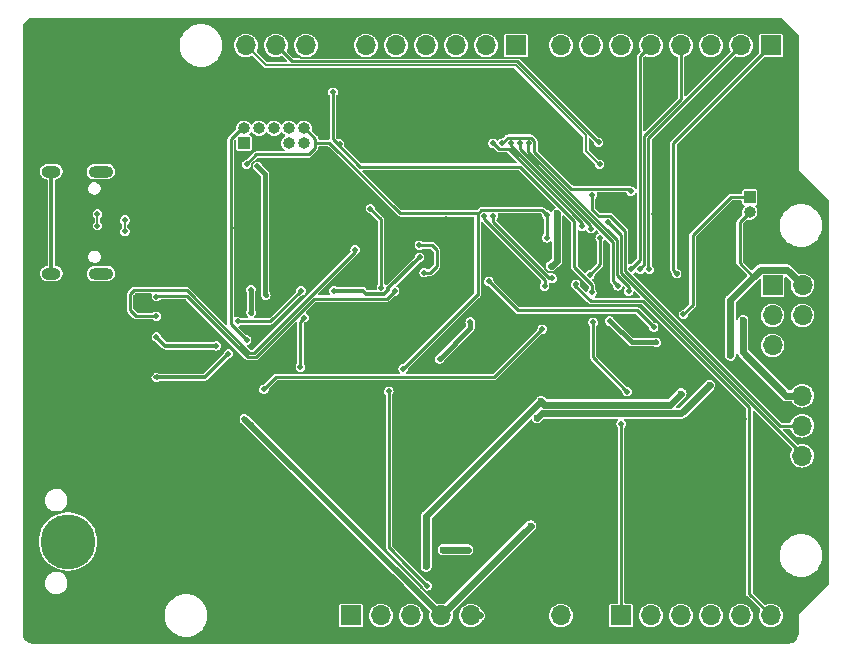
<source format=gbl>
G04 #@! TF.GenerationSoftware,KiCad,Pcbnew,(6.0.1-0)*
G04 #@! TF.CreationDate,2023-01-28T23:37:06+00:00*
G04 #@! TF.ProjectId,Snowduino Null,536e6f77-6475-4696-9e6f-204e756c6c2e,rev?*
G04 #@! TF.SameCoordinates,Original*
G04 #@! TF.FileFunction,Copper,L2,Bot*
G04 #@! TF.FilePolarity,Positive*
%FSLAX46Y46*%
G04 Gerber Fmt 4.6, Leading zero omitted, Abs format (unit mm)*
G04 Created by KiCad (PCBNEW (6.0.1-0)) date 2023-01-28 23:37:06*
%MOMM*%
%LPD*%
G01*
G04 APERTURE LIST*
G04 #@! TA.AperFunction,ComponentPad*
%ADD10R,1.700000X1.700000*%
G04 #@! TD*
G04 #@! TA.AperFunction,ComponentPad*
%ADD11O,1.700000X1.700000*%
G04 #@! TD*
G04 #@! TA.AperFunction,ComponentPad*
%ADD12R,1.000000X1.000000*%
G04 #@! TD*
G04 #@! TA.AperFunction,ComponentPad*
%ADD13O,1.000000X1.000000*%
G04 #@! TD*
G04 #@! TA.AperFunction,ComponentPad*
%ADD14O,2.100000X1.000000*%
G04 #@! TD*
G04 #@! TA.AperFunction,ComponentPad*
%ADD15O,1.600000X1.000000*%
G04 #@! TD*
G04 #@! TA.AperFunction,ComponentPad*
%ADD16C,4.650000*%
G04 #@! TD*
G04 #@! TA.AperFunction,ViaPad*
%ADD17C,0.500000*%
G04 #@! TD*
G04 #@! TA.AperFunction,ViaPad*
%ADD18C,0.600000*%
G04 #@! TD*
G04 #@! TA.AperFunction,Conductor*
%ADD19C,0.127000*%
G04 #@! TD*
G04 #@! TA.AperFunction,Conductor*
%ADD20C,0.225000*%
G04 #@! TD*
G04 #@! TA.AperFunction,Conductor*
%ADD21C,0.609600*%
G04 #@! TD*
G04 #@! TA.AperFunction,Conductor*
%ADD22C,0.406400*%
G04 #@! TD*
G04 #@! TA.AperFunction,Conductor*
%ADD23C,0.250000*%
G04 #@! TD*
G04 #@! TA.AperFunction,Conductor*
%ADD24C,0.500000*%
G04 #@! TD*
G04 #@! TA.AperFunction,Conductor*
%ADD25C,0.610000*%
G04 #@! TD*
G04 #@! TA.AperFunction,Conductor*
%ADD26C,0.203200*%
G04 #@! TD*
G04 #@! TA.AperFunction,Conductor*
%ADD27C,0.304800*%
G04 #@! TD*
G04 #@! TA.AperFunction,Conductor*
%ADD28C,0.406000*%
G04 #@! TD*
G04 APERTURE END LIST*
D10*
X109456000Y-123123000D03*
D11*
X111996000Y-123123000D03*
X114536000Y-123123000D03*
X117076000Y-123123000D03*
X119616000Y-123123000D03*
X122156000Y-123123000D03*
X124696000Y-123123000D03*
X127236000Y-123123000D03*
D10*
X123426000Y-74863000D03*
D11*
X120886000Y-74863000D03*
X118346000Y-74863000D03*
X115806000Y-74863000D03*
X113266000Y-74863000D03*
X110726000Y-74863000D03*
X108186000Y-74863000D03*
X105646000Y-74863000D03*
X103106000Y-74863000D03*
X100566000Y-74863000D03*
D10*
X145016000Y-74863000D03*
D11*
X142476000Y-74863000D03*
X139936000Y-74863000D03*
X137396000Y-74863000D03*
X134856000Y-74863000D03*
X132316000Y-74863000D03*
X129776000Y-74863000D03*
X127236000Y-74863000D03*
D10*
X145143000Y-95183000D03*
D11*
X147683000Y-95183000D03*
X145143000Y-97723000D03*
X147683000Y-97723000D03*
X145143000Y-100263000D03*
X147683000Y-100263000D03*
D10*
X132316000Y-123123000D03*
D11*
X134856000Y-123123000D03*
X137396000Y-123123000D03*
X139936000Y-123123000D03*
X142476000Y-123123000D03*
X145016000Y-123123000D03*
D10*
X147641000Y-112138000D03*
D11*
X147641000Y-109598000D03*
X147641000Y-107058000D03*
X147641000Y-104518000D03*
D12*
X100391000Y-83138000D03*
D13*
X100391000Y-81868000D03*
X101661000Y-83138000D03*
X101661000Y-81868000D03*
X102931000Y-83138000D03*
X102931000Y-81868000D03*
X104201000Y-83138000D03*
X104201000Y-81868000D03*
X105471000Y-83138000D03*
X105471000Y-81868000D03*
D12*
X143211000Y-87708000D03*
D13*
X143211000Y-88978000D03*
D14*
X88261000Y-85543000D03*
X88261000Y-94183000D03*
D15*
X84081000Y-94183000D03*
X84081000Y-85543000D03*
D16*
X85491000Y-116863000D03*
X88791000Y-121463000D03*
X91691000Y-116863000D03*
D17*
X99742000Y-90329000D03*
X111741000Y-120709000D03*
X106230000Y-87846000D03*
X116764000Y-100268000D03*
X122978000Y-95739000D03*
X112831000Y-89440000D03*
X104576000Y-106363000D03*
D18*
X129145000Y-100249000D03*
D17*
X83383000Y-89701000D03*
X109026000Y-78743000D03*
X140942000Y-77529000D03*
X98170000Y-96728000D03*
X86143000Y-94926000D03*
X117005000Y-82107000D03*
X117510000Y-89589000D03*
X97613000Y-82926000D03*
X142836000Y-102857000D03*
X117080000Y-102352000D03*
X94365000Y-91620000D03*
X106820000Y-85971000D03*
X97948000Y-85201000D03*
X131118000Y-91781000D03*
X124076000Y-112993000D03*
X98490000Y-87791000D03*
X143821000Y-106654000D03*
X113776000Y-121643000D03*
X137996000Y-84059000D03*
X130625000Y-118433000D03*
X131086000Y-95383000D03*
X119345000Y-92021000D03*
X139339000Y-79171000D03*
X94356000Y-88323000D03*
X103374000Y-101963000D03*
X124916000Y-102603000D03*
X130666000Y-84070000D03*
X140794000Y-80481000D03*
X95366000Y-81263000D03*
X143796000Y-97133000D03*
X119469000Y-119035000D03*
X117418000Y-92530000D03*
X142693000Y-106520000D03*
X128956000Y-92173000D03*
X116976000Y-88272000D03*
X100824000Y-89594000D03*
X90006000Y-93903000D03*
X140973000Y-90349000D03*
X129796000Y-85523000D03*
X119419000Y-93875000D03*
X127175000Y-78400000D03*
X110466000Y-100933000D03*
X109208000Y-98864000D03*
X131002000Y-81025000D03*
X109384000Y-94101000D03*
X133725000Y-104488000D03*
X126949000Y-104500000D03*
X125011000Y-81999000D03*
X115322000Y-99353000D03*
X113564000Y-84207000D03*
X95016000Y-110843000D03*
X108199000Y-96821000D03*
X114852000Y-102346000D03*
X110976000Y-114993000D03*
X106556000Y-97473000D03*
X129954000Y-93104000D03*
X107129000Y-92509000D03*
X142214000Y-88526000D03*
X135135000Y-89105000D03*
X110576000Y-109743000D03*
X106536000Y-106533000D03*
X123396000Y-85833000D03*
X133404000Y-80651000D03*
X115106000Y-115653000D03*
X108465000Y-90025000D03*
X122635000Y-116117000D03*
X143746000Y-95503000D03*
X136876000Y-119832000D03*
X143896000Y-118713000D03*
X133366000Y-118303000D03*
X114076000Y-91033000D03*
X96655000Y-87598000D03*
X124126000Y-89413000D03*
X139796000Y-93133000D03*
X133296000Y-92433000D03*
X121064000Y-82037000D03*
X102936000Y-84733000D03*
X140816000Y-86113000D03*
X106896000Y-78953000D03*
X121126000Y-90663000D03*
X124279000Y-117614000D03*
X102173000Y-75746000D03*
X139025000Y-120849000D03*
X96653000Y-94735000D03*
X99516000Y-112743000D03*
X136089000Y-88219000D03*
X125133000Y-79601000D03*
X142574000Y-118659000D03*
X105213000Y-115025000D03*
X89565000Y-86018000D03*
X120049000Y-112686000D03*
X119174000Y-82188000D03*
X137316000Y-93123000D03*
X97236000Y-80213000D03*
X84708000Y-89673000D03*
X141126000Y-92663000D03*
X87907000Y-84386000D03*
X138676000Y-86053000D03*
X131376000Y-101735000D03*
X119235000Y-95474000D03*
X103689000Y-103655000D03*
X104912000Y-80833000D03*
X143186000Y-91783000D03*
X138315000Y-77741000D03*
X101663000Y-99287000D03*
X85954000Y-86207000D03*
X94734000Y-115169000D03*
X125899000Y-92000000D03*
X136634000Y-78514000D03*
X107606000Y-100573000D03*
X110298000Y-103659000D03*
X107581000Y-114639000D03*
X137426000Y-95243000D03*
D18*
X110598000Y-112546000D03*
D17*
X140806000Y-89303000D03*
X125933000Y-96348000D03*
X139304000Y-118917000D03*
X101060000Y-91953000D03*
X101311000Y-86269000D03*
X116284000Y-83290000D03*
X140366000Y-98393000D03*
X120897000Y-120665000D03*
X116115000Y-92705000D03*
X113633000Y-86133000D03*
X121166000Y-92513000D03*
X139636000Y-97263000D03*
X120266000Y-85783000D03*
X85973000Y-93523000D03*
X123924000Y-94526000D03*
X117106000Y-120981000D03*
X112653000Y-104130000D03*
X100604000Y-84936000D03*
X126026000Y-89193000D03*
X115914000Y-120611000D03*
X113868000Y-102239000D03*
X126026000Y-91153000D03*
X100987000Y-95531000D03*
X100989000Y-97496000D03*
D18*
X141566000Y-101093000D03*
X125218000Y-106398000D03*
X139808000Y-103620000D03*
D17*
X111090000Y-88677000D03*
X112016000Y-95373000D03*
X115236000Y-91783000D03*
X115642000Y-94099000D03*
X105220000Y-95644500D03*
X99852000Y-98231000D03*
D18*
X117243000Y-117559000D03*
D17*
X105490000Y-97912000D03*
D18*
X119363000Y-117544000D03*
D17*
X105166000Y-102095000D03*
X100415000Y-106471000D03*
D18*
X124666000Y-115513000D03*
D17*
X129846000Y-95773000D03*
X107923000Y-78814000D03*
X108480000Y-83208000D03*
X120694000Y-89336000D03*
X125841000Y-95242000D03*
X126475000Y-94577000D03*
X100611000Y-99804000D03*
X121496000Y-89293000D03*
X132316000Y-106930000D03*
X132834000Y-104169000D03*
X129942000Y-98303000D03*
X128475000Y-95085000D03*
X129881000Y-87485000D03*
X131191000Y-89802000D03*
X130499000Y-84927000D03*
X130406000Y-83063000D03*
X129676000Y-94273000D03*
X130546000Y-91173000D03*
X102077000Y-103963000D03*
X125646000Y-98877000D03*
X121476000Y-83153000D03*
X129005000Y-90151000D03*
X133146000Y-87193000D03*
X122236000Y-83143000D03*
X122986000Y-83163000D03*
X129746000Y-90371000D03*
X132026000Y-95213000D03*
X123746000Y-83163000D03*
X132966000Y-95663000D03*
X124496000Y-83153000D03*
X133167000Y-93788000D03*
X133940000Y-93806000D03*
X134716000Y-93828000D03*
X137026000Y-94183000D03*
X92976000Y-99536000D03*
X98046000Y-100303000D03*
X92976000Y-96119000D03*
X113146000Y-95673000D03*
X92966000Y-97783000D03*
X109796000Y-92151000D03*
X90310000Y-90603000D03*
X90314000Y-89642000D03*
X87981000Y-90121000D03*
X87981000Y-89136000D03*
X115256000Y-92783000D03*
X107986000Y-95623000D03*
D18*
X137400000Y-104335000D03*
D17*
X102242000Y-96006000D03*
D18*
X115818000Y-118968000D03*
X142650000Y-98150000D03*
D17*
X101520000Y-85072000D03*
X116948000Y-101401000D03*
X119548000Y-98244000D03*
D18*
X125548000Y-104992000D03*
D17*
X126351000Y-93565000D03*
D18*
X126896000Y-89073000D03*
D17*
X135079000Y-98724000D03*
X121117000Y-94831000D03*
X137593000Y-97642000D03*
X99076000Y-100953000D03*
X92991000Y-102969000D03*
X131346000Y-98193000D03*
X135286000Y-99993000D03*
D19*
X115273000Y-120616000D02*
X115273000Y-120618000D01*
X129145000Y-100249000D02*
X129145000Y-98451000D01*
X115273000Y-120618000D02*
X115863000Y-121208000D01*
X129961000Y-96825520D02*
X129637691Y-96825519D01*
X130448000Y-96825520D02*
X129961000Y-96825520D01*
X110976000Y-116319000D02*
X113918000Y-119261000D01*
X115165000Y-121934000D02*
X115154000Y-121945000D01*
X130962000Y-98447000D02*
X130962000Y-99095000D01*
X101079989Y-86037989D02*
X101311000Y-86269000D01*
X129145000Y-98451000D02*
X129641000Y-97955000D01*
X115165000Y-121862729D02*
X115165000Y-121934000D01*
X129758000Y-97838000D02*
X130353000Y-97838000D01*
X101079989Y-84889740D02*
X101079989Y-86037989D01*
X101337740Y-84631989D02*
X101079989Y-84889740D01*
X102834989Y-84631989D02*
X101337740Y-84631989D01*
X131537011Y-104682011D02*
X131101000Y-104246000D01*
X105215212Y-75903011D02*
X124466011Y-75903011D01*
X125899000Y-92000000D02*
X125856180Y-92042820D01*
X102936000Y-84733000D02*
X102834989Y-84631989D01*
X127641000Y-93085000D02*
X127641000Y-92655000D01*
X125856180Y-92042820D02*
X125856180Y-93769961D01*
X133530989Y-104682011D02*
X131537011Y-104682011D01*
X110989000Y-119668000D02*
X112970271Y-119668000D01*
X129641000Y-97955000D02*
X129758000Y-97838000D01*
X130353000Y-97838000D02*
X130962000Y-98447000D01*
X112970271Y-119668000D02*
X115165000Y-121862729D01*
X130353000Y-97838000D02*
X130448000Y-97743000D01*
X126665000Y-94061000D02*
X127641000Y-93085000D01*
X126147219Y-94061000D02*
X126665000Y-94061000D01*
X129637691Y-96825519D02*
X129460480Y-96648307D01*
X113918000Y-119261000D02*
X115273000Y-120616000D01*
X133725000Y-104488000D02*
X133530989Y-104682011D01*
X110976000Y-114993000D02*
X110976000Y-116319000D01*
X125856180Y-93769961D02*
X126147219Y-94061000D01*
D20*
X120166000Y-95973000D02*
X120166000Y-89113000D01*
X112653000Y-117350000D02*
X112653000Y-104130000D01*
X120196000Y-89083000D02*
X113614433Y-89083000D01*
X106428021Y-83091021D02*
X106428021Y-82741588D01*
X106428021Y-83091021D02*
X106428021Y-83534412D01*
X112682000Y-117379000D02*
X112924000Y-117621000D01*
X107622454Y-83091021D02*
X106428021Y-83091021D01*
X120476000Y-88803000D02*
X120166000Y-89113000D01*
X105867412Y-84095021D02*
X101444979Y-84095021D01*
X125636000Y-88803000D02*
X120476000Y-88803000D01*
X112924000Y-117621000D02*
X113947500Y-118644500D01*
X125636000Y-88803000D02*
X126026000Y-89193000D01*
X120134000Y-95973000D02*
X113868000Y-102239000D01*
X113614433Y-89083000D02*
X107622454Y-83091021D01*
X126026000Y-91153000D02*
X126026000Y-89193000D01*
X113947500Y-118644500D02*
X115914000Y-120611000D01*
X101444979Y-84095021D02*
X100604000Y-84936000D01*
X112924000Y-117621000D02*
X112653000Y-117350000D01*
X106428021Y-82741588D02*
X105554433Y-81868000D01*
X120166000Y-95973000D02*
X120134000Y-95973000D01*
X105554433Y-81868000D02*
X105471000Y-81868000D01*
X106428021Y-83534412D02*
X105867412Y-84095021D01*
X142346000Y-93278000D02*
X142346000Y-89843000D01*
D21*
X139808000Y-103620000D02*
X137412680Y-106015320D01*
X144136000Y-93843000D02*
X146346000Y-93843000D01*
X119616000Y-123123000D02*
X120343952Y-123123000D01*
X147683000Y-95183000D02*
X146346000Y-93846000D01*
X146346000Y-93846000D02*
X146346000Y-93843000D01*
X141566000Y-96413000D02*
X143523500Y-94455500D01*
D20*
X143523500Y-94455500D02*
X142346000Y-93278000D01*
D21*
X137412680Y-106015320D02*
X125600680Y-106015320D01*
D22*
X100989000Y-97496000D02*
X100989000Y-95533000D01*
D21*
X143523500Y-94455500D02*
X144136000Y-93843000D01*
X125600680Y-106015320D02*
X125218000Y-106398000D01*
X141566000Y-101093000D02*
X141566000Y-96413000D01*
D22*
X100989000Y-95533000D02*
X100987000Y-95531000D01*
D20*
X142346000Y-89843000D02*
X143211000Y-88978000D01*
D23*
X111986000Y-89573000D02*
X111090000Y-88677000D01*
X112016000Y-95373000D02*
X111986000Y-95343000D01*
X112026000Y-95363000D02*
X112016000Y-95373000D01*
X111986000Y-95343000D02*
X111986000Y-89573000D01*
X116155000Y-94099000D02*
X116726000Y-93528000D01*
X116321000Y-91783000D02*
X115236000Y-91783000D01*
D20*
X99852000Y-98231000D02*
X102633500Y-98231000D01*
D23*
X115642000Y-94099000D02*
X116155000Y-94099000D01*
D20*
X102633500Y-98231000D02*
X105220000Y-95644500D01*
D23*
X116726000Y-92188000D02*
X116321000Y-91783000D01*
X116726000Y-93528000D02*
X116726000Y-92188000D01*
D21*
X119363000Y-117544000D02*
X117252989Y-117544000D01*
X117252989Y-117544000D02*
X117244000Y-117552989D01*
D20*
X105166000Y-102095000D02*
X105166000Y-98236000D01*
X105166000Y-98236000D02*
X105490000Y-97912000D01*
D24*
X100424000Y-106471000D02*
X117076000Y-123123000D01*
X100415000Y-106471000D02*
X100424000Y-106471000D01*
D22*
X117076000Y-123123000D02*
X117076000Y-122952000D01*
X100956000Y-107003000D02*
X100956000Y-106953000D01*
X124666000Y-115513000D02*
X124666000Y-115533000D01*
D25*
X124666000Y-115533000D02*
X117076000Y-123123000D01*
D20*
X128366000Y-93654567D02*
X128366000Y-89732352D01*
X129846000Y-95134567D02*
X128366000Y-93654567D01*
X128366000Y-89732352D02*
X123747637Y-85113989D01*
X123747637Y-85113989D02*
X110246989Y-85113989D01*
X107926000Y-82793000D02*
X107926000Y-78817000D01*
X129846000Y-95773000D02*
X129846000Y-95134567D01*
X107926000Y-78817000D02*
X107923000Y-78814000D01*
X110246989Y-85113989D02*
X107926000Y-82793000D01*
X125841000Y-95242000D02*
X125841000Y-94681124D01*
X125841000Y-94681124D02*
X120694000Y-89534124D01*
X120676000Y-89461000D02*
X120676000Y-89353000D01*
X120694000Y-89534124D02*
X120694000Y-89336000D01*
X126234000Y-94577000D02*
X121496000Y-89839000D01*
X126475000Y-94577000D02*
X126234000Y-94577000D01*
X121496000Y-89839000D02*
X121496000Y-89293000D01*
X100611000Y-99804000D02*
X99252989Y-98445989D01*
X100182978Y-81868000D02*
X100391000Y-81868000D01*
X99252989Y-98445989D02*
X99252989Y-82797989D01*
X100611000Y-99804000D02*
X100457000Y-99804000D01*
X99651989Y-82398989D02*
X100182978Y-81868000D01*
X99252989Y-82797989D02*
X100182978Y-81868000D01*
X129942000Y-101277000D02*
X132834000Y-104169000D01*
X132316000Y-123123000D02*
X132316000Y-106930000D01*
X129876000Y-98333000D02*
X129876000Y-98313000D01*
X129942000Y-98303000D02*
X129942000Y-101277000D01*
X143182011Y-121289011D02*
X145016000Y-123123000D01*
X134211752Y-96523000D02*
X143182011Y-105493259D01*
X129763000Y-96523000D02*
X128349000Y-95109000D01*
X143182011Y-105493259D02*
X143182011Y-121289011D01*
X134211752Y-96523000D02*
X129763000Y-96523000D01*
X130428134Y-89308866D02*
X129881000Y-88761732D01*
X132676989Y-90596422D02*
X131389433Y-89308866D01*
X145741000Y-107058000D02*
X132676989Y-93993989D01*
X132676989Y-93993989D02*
X132676989Y-90596422D01*
X131389433Y-89308866D02*
X130428134Y-89308866D01*
X129881000Y-88761732D02*
X129881000Y-87485000D01*
X147641000Y-107058000D02*
X145741000Y-107058000D01*
X132325469Y-90936469D02*
X131191000Y-89802000D01*
X147641000Y-109455124D02*
X132325469Y-94139593D01*
X147641000Y-109598000D02*
X147641000Y-109455124D01*
X132325469Y-94139593D02*
X132325469Y-90936469D01*
D26*
X130356000Y-84853000D02*
X130356000Y-84843000D01*
X130356000Y-84843000D02*
X129307645Y-83794645D01*
X129307645Y-83794645D02*
X129307645Y-82451355D01*
X123402441Y-76546151D02*
X102249151Y-76546151D01*
X129307645Y-82451355D02*
X123402441Y-76546151D01*
X102249151Y-76546151D02*
X100566000Y-74863000D01*
D20*
X123543530Y-76205531D02*
X104448531Y-76205531D01*
X130400999Y-83063000D02*
X123543530Y-76205531D01*
X104448531Y-76205531D02*
X103106000Y-74863000D01*
X130406000Y-83063000D02*
X130400999Y-83063000D01*
X102077000Y-103963000D02*
X103074989Y-102965011D01*
X130546000Y-93403000D02*
X129676000Y-94273000D01*
X121557989Y-102965011D02*
X125646000Y-98877000D01*
X102087000Y-103973000D02*
X102077000Y-103963000D01*
X103074989Y-102965011D02*
X121557989Y-102965011D01*
X130546000Y-91173000D02*
X130546000Y-93403000D01*
X122793772Y-83663000D02*
X121986000Y-83663000D01*
X129005000Y-89874228D02*
X122793772Y-83663000D01*
X121986000Y-83663000D02*
X121476000Y-83153000D01*
X129005000Y-90151000D02*
X129005000Y-89874228D01*
X124986000Y-83866732D02*
X124986000Y-82951433D01*
X122715011Y-82663989D02*
X122236000Y-83143000D01*
X128115257Y-86995989D02*
X124962134Y-83842866D01*
X132948989Y-86995989D02*
X133146000Y-87193000D01*
X128509279Y-86995989D02*
X128115257Y-86995989D01*
X124698556Y-82663989D02*
X122715011Y-82663989D01*
X124986000Y-82951433D02*
X124698556Y-82663989D01*
X128509279Y-86995989D02*
X132948989Y-86995989D01*
X122986000Y-83358104D02*
X129707000Y-90079104D01*
X122986000Y-83163000D02*
X122986000Y-83358104D01*
X129707000Y-90079104D02*
X129707000Y-90378000D01*
X131622429Y-91497409D02*
X131622429Y-94809429D01*
X132026000Y-95213000D02*
X131622429Y-94809429D01*
X123776000Y-83650980D02*
X131622429Y-91497409D01*
X123776000Y-83650980D02*
X123776000Y-83143000D01*
X124466000Y-83843856D02*
X131973949Y-91351805D01*
X132966000Y-95277248D02*
X131973949Y-94285197D01*
X124466000Y-83843856D02*
X124466000Y-83133000D01*
X132966000Y-95663000D02*
X132966000Y-95277248D01*
X131973949Y-91351805D02*
X131973949Y-94285197D01*
X133932960Y-92986040D02*
X133116000Y-93803000D01*
X133932960Y-75786040D02*
X133932960Y-92986040D01*
X133932960Y-75786040D02*
X134856000Y-74863000D01*
X133116000Y-93803000D02*
X133256000Y-93803000D01*
X137396000Y-79423000D02*
X137396000Y-74863000D01*
X134284480Y-93404520D02*
X134284480Y-82534520D01*
X134284480Y-82534520D02*
X137396000Y-79423000D01*
X133886000Y-93803000D02*
X134284480Y-93404520D01*
X134636000Y-82703000D02*
X142476000Y-74863000D01*
X134636000Y-93813000D02*
X134636000Y-82703000D01*
X137106000Y-94113000D02*
X137106000Y-94083000D01*
X145016000Y-74863000D02*
X136752000Y-83127000D01*
X136752000Y-83127000D02*
X136752000Y-93909000D01*
X136752000Y-93909000D02*
X137026000Y-94183000D01*
D27*
X93743000Y-100303000D02*
X92976000Y-99536000D01*
X98046000Y-100303000D02*
X93743000Y-100303000D01*
D20*
X106354360Y-96293331D02*
X101404160Y-101243531D01*
X113146000Y-95673000D02*
X112525669Y-96293331D01*
X95547309Y-96083000D02*
X100707840Y-101243531D01*
X92836000Y-96083000D02*
X95547309Y-96083000D01*
X101404160Y-101243531D02*
X100707840Y-101243531D01*
X112525669Y-96293331D02*
X106354360Y-96293331D01*
X92846000Y-96073000D02*
X92836000Y-96083000D01*
X101258556Y-100892011D02*
X109796000Y-92354567D01*
X90746000Y-95902144D02*
X91054155Y-95593989D01*
X90746000Y-97273000D02*
X90746000Y-95902144D01*
X109796000Y-92354567D02*
X109796000Y-92151000D01*
X91236000Y-97763000D02*
X90746000Y-97273000D01*
X100853444Y-100892011D02*
X95555422Y-95593989D01*
X101258556Y-100892011D02*
X100853444Y-100892011D01*
X92776000Y-97763000D02*
X91236000Y-97763000D01*
X95555422Y-95593989D02*
X91054155Y-95593989D01*
X92796000Y-97783000D02*
X92776000Y-97763000D01*
X109806000Y-92203000D02*
X109806000Y-92344567D01*
D19*
X90310000Y-89646000D02*
X90314000Y-89642000D01*
X90310000Y-90603000D02*
X90310000Y-89646000D01*
X87981000Y-90121000D02*
X87981000Y-89136000D01*
D27*
X112617089Y-95421911D02*
X115256000Y-92783000D01*
X110469552Y-95623000D02*
X110748463Y-95901911D01*
X112617089Y-95535000D02*
X112617089Y-95421911D01*
X110748463Y-95901911D02*
X112250178Y-95901911D01*
X115256000Y-92853000D02*
X115256000Y-92783000D01*
X112250178Y-95901911D02*
X112617089Y-95535000D01*
X107986000Y-95623000D02*
X110469552Y-95623000D01*
D21*
X142650000Y-100849000D02*
X146319000Y-104518000D01*
D25*
X125535000Y-104995000D02*
X125819000Y-105279000D01*
X115822000Y-114708000D02*
X115822000Y-118964000D01*
D28*
X116948000Y-101401000D02*
X119554000Y-98795000D01*
D22*
X102166000Y-85718000D02*
X102166000Y-95930000D01*
D25*
X125535000Y-104995000D02*
X115822000Y-114708000D01*
D22*
X102166000Y-85718000D02*
X101520000Y-85072000D01*
D25*
X125819000Y-105279000D02*
X136456000Y-105279000D01*
D21*
X126444000Y-93565000D02*
X126896000Y-93113000D01*
D25*
X136456000Y-105279000D02*
X137400000Y-104335000D01*
D28*
X119554000Y-98795000D02*
X119554000Y-98250000D01*
D21*
X126896000Y-89073000D02*
X126896000Y-93113000D01*
D28*
X119554000Y-98250000D02*
X119548000Y-98244000D01*
D21*
X142650000Y-98150000D02*
X142650000Y-100849000D01*
D25*
X115822000Y-118964000D02*
X115818000Y-118968000D01*
D22*
X102166000Y-95930000D02*
X102242000Y-96006000D01*
D21*
X146319000Y-104518000D02*
X147641000Y-104518000D01*
X126351000Y-93565000D02*
X126444000Y-93565000D01*
D23*
X137593000Y-97642000D02*
X138366000Y-96869000D01*
X138366000Y-96869000D02*
X138366000Y-90930518D01*
X133657000Y-97302000D02*
X135079000Y-98724000D01*
X133108000Y-97302000D02*
X133657000Y-97302000D01*
X121117000Y-94831000D02*
X123588000Y-97302000D01*
X141588518Y-87708000D02*
X143211000Y-87708000D01*
X138366000Y-90930518D02*
X141588518Y-87708000D01*
X123588000Y-97302000D02*
X133108000Y-97302000D01*
D27*
X99076000Y-100953000D02*
X97066000Y-102963000D01*
X97066000Y-102963000D02*
X92866000Y-102963000D01*
X84081000Y-94183000D02*
X84081000Y-85543000D01*
D22*
X133216000Y-99993000D02*
X131396000Y-98173000D01*
X135286000Y-99993000D02*
X133216000Y-99993000D01*
G04 #@! TA.AperFunction,Conductor*
G36*
X145929511Y-72544033D02*
G01*
X145941324Y-72554122D01*
X147318926Y-73931724D01*
X147346703Y-73986241D01*
X147347922Y-74001728D01*
X147347922Y-85344297D01*
X147347923Y-85344301D01*
X147347923Y-85364744D01*
X147354441Y-85376033D01*
X147355896Y-85381464D01*
X147357250Y-85384736D01*
X147360063Y-85389609D01*
X147363436Y-85402196D01*
X147377892Y-85416652D01*
X147377893Y-85416654D01*
X149858028Y-87896789D01*
X149885805Y-87951306D01*
X149887024Y-87966793D01*
X149887024Y-120493781D01*
X149868117Y-120551972D01*
X149858028Y-120563785D01*
X147377893Y-123043920D01*
X147377892Y-123043922D01*
X147363436Y-123058378D01*
X147360063Y-123070965D01*
X147357250Y-123075838D01*
X147355896Y-123079110D01*
X147354441Y-123084541D01*
X147347923Y-123095830D01*
X147347923Y-123116274D01*
X147347922Y-123116277D01*
X147347922Y-124660035D01*
X147346575Y-124676310D01*
X147311414Y-124887278D01*
X147306802Y-124904830D01*
X147243991Y-125077563D01*
X147228258Y-125105574D01*
X147101842Y-125263594D01*
X147086389Y-125279047D01*
X146928372Y-125405461D01*
X146900359Y-125421195D01*
X146727628Y-125484006D01*
X146710071Y-125488619D01*
X146499107Y-125523779D01*
X146482832Y-125525126D01*
X82517496Y-125525126D01*
X82501221Y-125523779D01*
X82482905Y-125520726D01*
X82290255Y-125488618D01*
X82272700Y-125484006D01*
X82099969Y-125421195D01*
X82071960Y-125405463D01*
X81913940Y-125279047D01*
X81898487Y-125263594D01*
X81772072Y-125105576D01*
X81756339Y-125077564D01*
X81693528Y-124904833D01*
X81688915Y-124887276D01*
X81653755Y-124676312D01*
X81652408Y-124660037D01*
X81652408Y-123233226D01*
X93683819Y-123233226D01*
X93684313Y-123236854D01*
X93684313Y-123236858D01*
X93692861Y-123299664D01*
X93719907Y-123498395D01*
X93794792Y-123755317D01*
X93906831Y-123998348D01*
X93908842Y-124001415D01*
X93908844Y-124001419D01*
X93991671Y-124127750D01*
X94053562Y-124222149D01*
X94231760Y-124421803D01*
X94437512Y-124592925D01*
X94666298Y-124731756D01*
X94913091Y-124835245D01*
X94916653Y-124836150D01*
X94916654Y-124836150D01*
X94969830Y-124849655D01*
X95172470Y-124901119D01*
X95176123Y-124901487D01*
X95176124Y-124901487D01*
X95250629Y-124908989D01*
X95394741Y-124923500D01*
X95553944Y-124923500D01*
X95632649Y-124917651D01*
X95749223Y-124908989D01*
X95749229Y-124908988D01*
X95752877Y-124908717D01*
X96013891Y-124849655D01*
X96017308Y-124848326D01*
X96017312Y-124848325D01*
X96259889Y-124753992D01*
X96263309Y-124752662D01*
X96495650Y-124619868D01*
X96532811Y-124590573D01*
X96702920Y-124456469D01*
X96705811Y-124454190D01*
X96708325Y-124451517D01*
X96708331Y-124451512D01*
X96886661Y-124261941D01*
X96889175Y-124259269D01*
X97041714Y-124039385D01*
X97067143Y-123987820D01*
X108455500Y-123987820D01*
X108456447Y-123992578D01*
X108456447Y-123992583D01*
X108457594Y-123998348D01*
X108464233Y-124031722D01*
X108469649Y-124039827D01*
X108469649Y-124039828D01*
X108473607Y-124045751D01*
X108497496Y-124081504D01*
X108547278Y-124114767D01*
X108556838Y-124116669D01*
X108556839Y-124116669D01*
X108586417Y-124122553D01*
X108586422Y-124122553D01*
X108591180Y-124123500D01*
X110320820Y-124123500D01*
X110325578Y-124122553D01*
X110325583Y-124122553D01*
X110355161Y-124116669D01*
X110355162Y-124116669D01*
X110364722Y-124114767D01*
X110414504Y-124081504D01*
X110438393Y-124045751D01*
X110442351Y-124039828D01*
X110442351Y-124039827D01*
X110447767Y-124031722D01*
X110454406Y-123998348D01*
X110455553Y-123992583D01*
X110455553Y-123992578D01*
X110456500Y-123987820D01*
X110456500Y-123108963D01*
X110990757Y-123108963D01*
X110994060Y-123148296D01*
X111006169Y-123292500D01*
X111007175Y-123304483D01*
X111008508Y-123309131D01*
X111008508Y-123309132D01*
X111035852Y-123404489D01*
X111061258Y-123493091D01*
X111063473Y-123497401D01*
X111148731Y-123663296D01*
X111148734Y-123663300D01*
X111150944Y-123667601D01*
X111272818Y-123821369D01*
X111276505Y-123824507D01*
X111276507Y-123824509D01*
X111418550Y-123945397D01*
X111418555Y-123945400D01*
X111422238Y-123948535D01*
X111426460Y-123950895D01*
X111426465Y-123950898D01*
X111467838Y-123974020D01*
X111593513Y-124044257D01*
X111683187Y-124073394D01*
X111775513Y-124103393D01*
X111775516Y-124103394D01*
X111780118Y-124104889D01*
X111974946Y-124128121D01*
X111979768Y-124127750D01*
X111979771Y-124127750D01*
X112165748Y-124113440D01*
X112165753Y-124113439D01*
X112170576Y-124113068D01*
X112359556Y-124060303D01*
X112363869Y-124058124D01*
X112363875Y-124058122D01*
X112530368Y-123974020D01*
X112530370Y-123974018D01*
X112534689Y-123971837D01*
X112561490Y-123950898D01*
X112685487Y-123854022D01*
X112685491Y-123854018D01*
X112689303Y-123851040D01*
X112714915Y-123821369D01*
X112814345Y-123706177D01*
X112814349Y-123706172D01*
X112817509Y-123702511D01*
X112819902Y-123698299D01*
X112912036Y-123536115D01*
X112912037Y-123536112D01*
X112914425Y-123531909D01*
X112922703Y-123507026D01*
X112974831Y-123350323D01*
X112974831Y-123350321D01*
X112976358Y-123345732D01*
X112982275Y-123298898D01*
X113000601Y-123153824D01*
X113000949Y-123151071D01*
X113001341Y-123123000D01*
X113000683Y-123116283D01*
X112999965Y-123108963D01*
X113530757Y-123108963D01*
X113534060Y-123148296D01*
X113546169Y-123292500D01*
X113547175Y-123304483D01*
X113548508Y-123309131D01*
X113548508Y-123309132D01*
X113575852Y-123404489D01*
X113601258Y-123493091D01*
X113603473Y-123497401D01*
X113688731Y-123663296D01*
X113688734Y-123663300D01*
X113690944Y-123667601D01*
X113812818Y-123821369D01*
X113816505Y-123824507D01*
X113816507Y-123824509D01*
X113958550Y-123945397D01*
X113958555Y-123945400D01*
X113962238Y-123948535D01*
X113966460Y-123950895D01*
X113966465Y-123950898D01*
X114007838Y-123974020D01*
X114133513Y-124044257D01*
X114223187Y-124073394D01*
X114315513Y-124103393D01*
X114315516Y-124103394D01*
X114320118Y-124104889D01*
X114514946Y-124128121D01*
X114519768Y-124127750D01*
X114519771Y-124127750D01*
X114705748Y-124113440D01*
X114705753Y-124113439D01*
X114710576Y-124113068D01*
X114899556Y-124060303D01*
X114903869Y-124058124D01*
X114903875Y-124058122D01*
X115070368Y-123974020D01*
X115070370Y-123974018D01*
X115074689Y-123971837D01*
X115101490Y-123950898D01*
X115225487Y-123854022D01*
X115225491Y-123854018D01*
X115229303Y-123851040D01*
X115254915Y-123821369D01*
X115354345Y-123706177D01*
X115354349Y-123706172D01*
X115357509Y-123702511D01*
X115359902Y-123698299D01*
X115452036Y-123536115D01*
X115452037Y-123536112D01*
X115454425Y-123531909D01*
X115462703Y-123507026D01*
X115514831Y-123350323D01*
X115514831Y-123350321D01*
X115516358Y-123345732D01*
X115522275Y-123298898D01*
X115540601Y-123153824D01*
X115540949Y-123151071D01*
X115541341Y-123123000D01*
X115540683Y-123116283D01*
X115522666Y-122932546D01*
X115522194Y-122927728D01*
X115465484Y-122739894D01*
X115406102Y-122628212D01*
X115375643Y-122570927D01*
X115375641Y-122570923D01*
X115373370Y-122566653D01*
X115308689Y-122487345D01*
X115252422Y-122418355D01*
X115252421Y-122418354D01*
X115249361Y-122414602D01*
X115098180Y-122289535D01*
X114969948Y-122220200D01*
X114929839Y-122198513D01*
X114929838Y-122198513D01*
X114925585Y-122196213D01*
X114738152Y-122138193D01*
X114733342Y-122137687D01*
X114733340Y-122137687D01*
X114547835Y-122118189D01*
X114547833Y-122118189D01*
X114543019Y-122117683D01*
X114479684Y-122123447D01*
X114352438Y-122135027D01*
X114352435Y-122135028D01*
X114347618Y-122135466D01*
X114342976Y-122136832D01*
X114342972Y-122136833D01*
X114164040Y-122189496D01*
X114164037Y-122189497D01*
X114159393Y-122190864D01*
X113985512Y-122281767D01*
X113981743Y-122284797D01*
X113981742Y-122284798D01*
X113972016Y-122292618D01*
X113832600Y-122404711D01*
X113806186Y-122436190D01*
X113709589Y-122551310D01*
X113709586Y-122551314D01*
X113706480Y-122555016D01*
X113611956Y-122726954D01*
X113610492Y-122731568D01*
X113610491Y-122731571D01*
X113585433Y-122810563D01*
X113552628Y-122913978D01*
X113552088Y-122918790D01*
X113552088Y-122918791D01*
X113534106Y-123079110D01*
X113530757Y-123108963D01*
X112999965Y-123108963D01*
X112982666Y-122932546D01*
X112982194Y-122927728D01*
X112925484Y-122739894D01*
X112866102Y-122628212D01*
X112835643Y-122570927D01*
X112835641Y-122570923D01*
X112833370Y-122566653D01*
X112768689Y-122487345D01*
X112712422Y-122418355D01*
X112712421Y-122418354D01*
X112709361Y-122414602D01*
X112558180Y-122289535D01*
X112429948Y-122220200D01*
X112389839Y-122198513D01*
X112389838Y-122198513D01*
X112385585Y-122196213D01*
X112198152Y-122138193D01*
X112193342Y-122137687D01*
X112193340Y-122137687D01*
X112007835Y-122118189D01*
X112007833Y-122118189D01*
X112003019Y-122117683D01*
X111939684Y-122123447D01*
X111812438Y-122135027D01*
X111812435Y-122135028D01*
X111807618Y-122135466D01*
X111802976Y-122136832D01*
X111802972Y-122136833D01*
X111624040Y-122189496D01*
X111624037Y-122189497D01*
X111619393Y-122190864D01*
X111445512Y-122281767D01*
X111441743Y-122284797D01*
X111441742Y-122284798D01*
X111432016Y-122292618D01*
X111292600Y-122404711D01*
X111266186Y-122436190D01*
X111169589Y-122551310D01*
X111169586Y-122551314D01*
X111166480Y-122555016D01*
X111071956Y-122726954D01*
X111070492Y-122731568D01*
X111070491Y-122731571D01*
X111045433Y-122810563D01*
X111012628Y-122913978D01*
X111012088Y-122918790D01*
X111012088Y-122918791D01*
X110994106Y-123079110D01*
X110990757Y-123108963D01*
X110456500Y-123108963D01*
X110456500Y-122258180D01*
X110455070Y-122250987D01*
X110449669Y-122223839D01*
X110449669Y-122223838D01*
X110447767Y-122214278D01*
X110435697Y-122196213D01*
X110419923Y-122172606D01*
X110414504Y-122164496D01*
X110402500Y-122156475D01*
X110372828Y-122136649D01*
X110372827Y-122136649D01*
X110364722Y-122131233D01*
X110355162Y-122129331D01*
X110355161Y-122129331D01*
X110325583Y-122123447D01*
X110325578Y-122123447D01*
X110320820Y-122122500D01*
X108591180Y-122122500D01*
X108586422Y-122123447D01*
X108586417Y-122123447D01*
X108556839Y-122129331D01*
X108556838Y-122129331D01*
X108547278Y-122131233D01*
X108539173Y-122136649D01*
X108539172Y-122136649D01*
X108509500Y-122156475D01*
X108497496Y-122164496D01*
X108492077Y-122172606D01*
X108476304Y-122196213D01*
X108464233Y-122214278D01*
X108462331Y-122223838D01*
X108462331Y-122223839D01*
X108456931Y-122250987D01*
X108455500Y-122258180D01*
X108455500Y-123987820D01*
X97067143Y-123987820D01*
X97160076Y-123799371D01*
X97192428Y-123698303D01*
X97240543Y-123547993D01*
X97240543Y-123547992D01*
X97241662Y-123544497D01*
X97242252Y-123540876D01*
X97284089Y-123283983D01*
X97284089Y-123283978D01*
X97284678Y-123280364D01*
X97288181Y-123012774D01*
X97277263Y-122932546D01*
X97257502Y-122787351D01*
X97252093Y-122747605D01*
X97177208Y-122490683D01*
X97065169Y-122247652D01*
X97049557Y-122223839D01*
X96920449Y-122026918D01*
X96920448Y-122026916D01*
X96918438Y-122023851D01*
X96740240Y-121824197D01*
X96534488Y-121653075D01*
X96305702Y-121514244D01*
X96058909Y-121410755D01*
X96007407Y-121397675D01*
X95937595Y-121379945D01*
X95799530Y-121344881D01*
X95795877Y-121344513D01*
X95795876Y-121344513D01*
X95704366Y-121335299D01*
X95577259Y-121322500D01*
X95418056Y-121322500D01*
X95339351Y-121328349D01*
X95222777Y-121337011D01*
X95222771Y-121337012D01*
X95219123Y-121337283D01*
X94958109Y-121396345D01*
X94954692Y-121397674D01*
X94954688Y-121397675D01*
X94732593Y-121484043D01*
X94708691Y-121493338D01*
X94476350Y-121626132D01*
X94473460Y-121628410D01*
X94473459Y-121628411D01*
X94371269Y-121708971D01*
X94266189Y-121791810D01*
X94263675Y-121794483D01*
X94263669Y-121794488D01*
X94148184Y-121917252D01*
X94082825Y-121986731D01*
X93930286Y-122206615D01*
X93928662Y-122209909D01*
X93928661Y-122209910D01*
X93911563Y-122244581D01*
X93811924Y-122446629D01*
X93810803Y-122450131D01*
X93739955Y-122671461D01*
X93730338Y-122701503D01*
X93729749Y-122705120D01*
X93729748Y-122705124D01*
X93693496Y-122927728D01*
X93687322Y-122965636D01*
X93683819Y-123233226D01*
X81652408Y-123233226D01*
X81652408Y-120409671D01*
X83536739Y-120409671D01*
X83565614Y-120600599D01*
X83632290Y-120781821D01*
X83634930Y-120786079D01*
X83634931Y-120786081D01*
X83726363Y-120933544D01*
X83734045Y-120945934D01*
X83866721Y-121086235D01*
X83870826Y-121089109D01*
X83870829Y-121089112D01*
X83949594Y-121144263D01*
X84024898Y-121196991D01*
X84029494Y-121198980D01*
X84029496Y-121198981D01*
X84052808Y-121209069D01*
X84202115Y-121273680D01*
X84321271Y-121298573D01*
X84387408Y-121312390D01*
X84387410Y-121312390D01*
X84391133Y-121313168D01*
X84397468Y-121313500D01*
X84539259Y-121313500D01*
X84541747Y-121313247D01*
X84541752Y-121313247D01*
X84678123Y-121299395D01*
X84678127Y-121299394D01*
X84683110Y-121298888D01*
X84867373Y-121241144D01*
X85036261Y-121147528D01*
X85182875Y-121021864D01*
X85245080Y-120941670D01*
X85298156Y-120873246D01*
X85298159Y-120873241D01*
X85301227Y-120869286D01*
X85386481Y-120696026D01*
X85435155Y-120509163D01*
X85445261Y-120316329D01*
X85416386Y-120125401D01*
X85349710Y-119944179D01*
X85298266Y-119861208D01*
X85250599Y-119784330D01*
X85250598Y-119784329D01*
X85247955Y-119780066D01*
X85115279Y-119639765D01*
X85111174Y-119636891D01*
X85111171Y-119636888D01*
X84961208Y-119531884D01*
X84957102Y-119529009D01*
X84952506Y-119527020D01*
X84952504Y-119527019D01*
X84784481Y-119454309D01*
X84784482Y-119454309D01*
X84779885Y-119452320D01*
X84634565Y-119421961D01*
X84594592Y-119413610D01*
X84594590Y-119413610D01*
X84590867Y-119412832D01*
X84584532Y-119412500D01*
X84442741Y-119412500D01*
X84440253Y-119412753D01*
X84440248Y-119412753D01*
X84303877Y-119426605D01*
X84303873Y-119426606D01*
X84298890Y-119427112D01*
X84114627Y-119484856D01*
X83945739Y-119578472D01*
X83941930Y-119581737D01*
X83837971Y-119670841D01*
X83799125Y-119704136D01*
X83796048Y-119708103D01*
X83683844Y-119852754D01*
X83683841Y-119852759D01*
X83680773Y-119856714D01*
X83595519Y-120029974D01*
X83594255Y-120034828D01*
X83548601Y-120210096D01*
X83546845Y-120216837D01*
X83546582Y-120221849D01*
X83546582Y-120221851D01*
X83546213Y-120228890D01*
X83536739Y-120409671D01*
X81652408Y-120409671D01*
X81652408Y-116863000D01*
X83010606Y-116863000D01*
X83030165Y-117173876D01*
X83088532Y-117479849D01*
X83089488Y-117482791D01*
X83089490Y-117482799D01*
X83158392Y-117694856D01*
X83184788Y-117776094D01*
X83186113Y-117778909D01*
X83186115Y-117778915D01*
X83316089Y-118055124D01*
X83317414Y-118057939D01*
X83484319Y-118320939D01*
X83682871Y-118560947D01*
X83909937Y-118774176D01*
X84161938Y-118957266D01*
X84434900Y-119107328D01*
X84437788Y-119108471D01*
X84437787Y-119108471D01*
X84721626Y-119220851D01*
X84721629Y-119220852D01*
X84724516Y-119221995D01*
X84727519Y-119222766D01*
X84727525Y-119222768D01*
X85023214Y-119298687D01*
X85026221Y-119299459D01*
X85029302Y-119299848D01*
X85029306Y-119299849D01*
X85131804Y-119312798D01*
X85335255Y-119338500D01*
X85646745Y-119338500D01*
X85850196Y-119312798D01*
X85952694Y-119299849D01*
X85952698Y-119299848D01*
X85955779Y-119299459D01*
X85958786Y-119298687D01*
X86254475Y-119222768D01*
X86254481Y-119222766D01*
X86257484Y-119221995D01*
X86260371Y-119220852D01*
X86260374Y-119220851D01*
X86544213Y-119108471D01*
X86544212Y-119108471D01*
X86547100Y-119107328D01*
X86820062Y-118957266D01*
X87072063Y-118774176D01*
X87299129Y-118560947D01*
X87497681Y-118320939D01*
X87664586Y-118057939D01*
X87665911Y-118055124D01*
X87795885Y-117778915D01*
X87795887Y-117778909D01*
X87797212Y-117776094D01*
X87823608Y-117694856D01*
X87892510Y-117482799D01*
X87892512Y-117482791D01*
X87893468Y-117479849D01*
X87951835Y-117173876D01*
X87971394Y-116863000D01*
X87964092Y-116746934D01*
X87952031Y-116555233D01*
X87952030Y-116555227D01*
X87951835Y-116552124D01*
X87893468Y-116246151D01*
X87892512Y-116243209D01*
X87892510Y-116243201D01*
X87798174Y-115952867D01*
X87797212Y-115949906D01*
X87742435Y-115833497D01*
X87665911Y-115670876D01*
X87665908Y-115670871D01*
X87664586Y-115668061D01*
X87633652Y-115619316D01*
X87499352Y-115407694D01*
X87499352Y-115407693D01*
X87497681Y-115405061D01*
X87487077Y-115392242D01*
X87375887Y-115257838D01*
X87299129Y-115165053D01*
X87072063Y-114951824D01*
X86820062Y-114768734D01*
X86547100Y-114618672D01*
X86499419Y-114599794D01*
X86260374Y-114505149D01*
X86260371Y-114505148D01*
X86257484Y-114504005D01*
X86254481Y-114503234D01*
X86254475Y-114503232D01*
X85958786Y-114427313D01*
X85958785Y-114427313D01*
X85955779Y-114426541D01*
X85952698Y-114426152D01*
X85952694Y-114426151D01*
X85850196Y-114413202D01*
X85646745Y-114387500D01*
X85335255Y-114387500D01*
X85131804Y-114413202D01*
X85029306Y-114426151D01*
X85029302Y-114426152D01*
X85026221Y-114426541D01*
X85023215Y-114427313D01*
X85023214Y-114427313D01*
X84727525Y-114503232D01*
X84727519Y-114503234D01*
X84724516Y-114504005D01*
X84721629Y-114505148D01*
X84721626Y-114505149D01*
X84482581Y-114599794D01*
X84434900Y-114618672D01*
X84161938Y-114768734D01*
X83909937Y-114951824D01*
X83682871Y-115165053D01*
X83606113Y-115257838D01*
X83494924Y-115392242D01*
X83484319Y-115405061D01*
X83482648Y-115407693D01*
X83482648Y-115407694D01*
X83348349Y-115619316D01*
X83317414Y-115668061D01*
X83316092Y-115670871D01*
X83316089Y-115670876D01*
X83239566Y-115833497D01*
X83184788Y-115949906D01*
X83183826Y-115952867D01*
X83089490Y-116243201D01*
X83089488Y-116243209D01*
X83088532Y-116246151D01*
X83030165Y-116552124D01*
X83029970Y-116555227D01*
X83029969Y-116555233D01*
X83017908Y-116746934D01*
X83010606Y-116863000D01*
X81652408Y-116863000D01*
X81652408Y-113409671D01*
X83536739Y-113409671D01*
X83565614Y-113600599D01*
X83632290Y-113781821D01*
X83634930Y-113786079D01*
X83634931Y-113786081D01*
X83686521Y-113869286D01*
X83734045Y-113945934D01*
X83866721Y-114086235D01*
X83870826Y-114089109D01*
X83870829Y-114089112D01*
X83949594Y-114144263D01*
X84024898Y-114196991D01*
X84029494Y-114198980D01*
X84029496Y-114198981D01*
X84121309Y-114238712D01*
X84202115Y-114273680D01*
X84322779Y-114298888D01*
X84387408Y-114312390D01*
X84387410Y-114312390D01*
X84391133Y-114313168D01*
X84397468Y-114313500D01*
X84539259Y-114313500D01*
X84541747Y-114313247D01*
X84541752Y-114313247D01*
X84678123Y-114299395D01*
X84678127Y-114299394D01*
X84683110Y-114298888D01*
X84867373Y-114241144D01*
X85036261Y-114147528D01*
X85182875Y-114021864D01*
X85245080Y-113941670D01*
X85298156Y-113873246D01*
X85298159Y-113873241D01*
X85301227Y-113869286D01*
X85386481Y-113696026D01*
X85435155Y-113509163D01*
X85445261Y-113316329D01*
X85416386Y-113125401D01*
X85349710Y-112944179D01*
X85298266Y-112861208D01*
X85250599Y-112784330D01*
X85250598Y-112784329D01*
X85247955Y-112780066D01*
X85115279Y-112639765D01*
X85111174Y-112636891D01*
X85111171Y-112636888D01*
X84961208Y-112531884D01*
X84957102Y-112529009D01*
X84952506Y-112527020D01*
X84952504Y-112527019D01*
X84784481Y-112454309D01*
X84784482Y-112454309D01*
X84779885Y-112452320D01*
X84645062Y-112424154D01*
X84594592Y-112413610D01*
X84594590Y-112413610D01*
X84590867Y-112412832D01*
X84584532Y-112412500D01*
X84442741Y-112412500D01*
X84440253Y-112412753D01*
X84440248Y-112412753D01*
X84303877Y-112426605D01*
X84303873Y-112426606D01*
X84298890Y-112427112D01*
X84114627Y-112484856D01*
X83945739Y-112578472D01*
X83799125Y-112704136D01*
X83796048Y-112708103D01*
X83683844Y-112852754D01*
X83683841Y-112852759D01*
X83680773Y-112856714D01*
X83595519Y-113029974D01*
X83546845Y-113216837D01*
X83536739Y-113409671D01*
X81652408Y-113409671D01*
X81652408Y-106471000D01*
X100009508Y-106471000D01*
X100010727Y-106478697D01*
X100027903Y-106587141D01*
X100029354Y-106596304D01*
X100032890Y-106603243D01*
X100032890Y-106603244D01*
X100080679Y-106697034D01*
X100086950Y-106709342D01*
X100176658Y-106799050D01*
X100183600Y-106802587D01*
X100189901Y-106807165D01*
X100189636Y-106807530D01*
X100206091Y-106819484D01*
X108161980Y-114775372D01*
X116100147Y-122713539D01*
X116127924Y-122768056D01*
X116124509Y-122813478D01*
X116092628Y-122913978D01*
X116092088Y-122918790D01*
X116092088Y-122918791D01*
X116074106Y-123079110D01*
X116070757Y-123108963D01*
X116074060Y-123148296D01*
X116086169Y-123292500D01*
X116087175Y-123304483D01*
X116088508Y-123309131D01*
X116088508Y-123309132D01*
X116115852Y-123404489D01*
X116141258Y-123493091D01*
X116143473Y-123497401D01*
X116228731Y-123663296D01*
X116228734Y-123663300D01*
X116230944Y-123667601D01*
X116352818Y-123821369D01*
X116356505Y-123824507D01*
X116356507Y-123824509D01*
X116498550Y-123945397D01*
X116498555Y-123945400D01*
X116502238Y-123948535D01*
X116506460Y-123950895D01*
X116506465Y-123950898D01*
X116547838Y-123974020D01*
X116673513Y-124044257D01*
X116763187Y-124073394D01*
X116855513Y-124103393D01*
X116855516Y-124103394D01*
X116860118Y-124104889D01*
X117054946Y-124128121D01*
X117059768Y-124127750D01*
X117059771Y-124127750D01*
X117245748Y-124113440D01*
X117245753Y-124113439D01*
X117250576Y-124113068D01*
X117439556Y-124060303D01*
X117443869Y-124058124D01*
X117443875Y-124058122D01*
X117610368Y-123974020D01*
X117610370Y-123974018D01*
X117614689Y-123971837D01*
X117641490Y-123950898D01*
X117765487Y-123854022D01*
X117765491Y-123854018D01*
X117769303Y-123851040D01*
X117794915Y-123821369D01*
X117894345Y-123706177D01*
X117894349Y-123706172D01*
X117897509Y-123702511D01*
X117899902Y-123698299D01*
X117992036Y-123536115D01*
X117992037Y-123536112D01*
X117994425Y-123531909D01*
X118002703Y-123507026D01*
X118054831Y-123350323D01*
X118054831Y-123350321D01*
X118056358Y-123345732D01*
X118062275Y-123298898D01*
X118080601Y-123153824D01*
X118080949Y-123151071D01*
X118081341Y-123123000D01*
X118080683Y-123116283D01*
X118079965Y-123108963D01*
X118610757Y-123108963D01*
X118614060Y-123148296D01*
X118626169Y-123292500D01*
X118627175Y-123304483D01*
X118628508Y-123309131D01*
X118628508Y-123309132D01*
X118655852Y-123404489D01*
X118681258Y-123493091D01*
X118683473Y-123497401D01*
X118768731Y-123663296D01*
X118768734Y-123663300D01*
X118770944Y-123667601D01*
X118892818Y-123821369D01*
X118896505Y-123824507D01*
X118896507Y-123824509D01*
X119038550Y-123945397D01*
X119038555Y-123945400D01*
X119042238Y-123948535D01*
X119046460Y-123950895D01*
X119046465Y-123950898D01*
X119087838Y-123974020D01*
X119213513Y-124044257D01*
X119303187Y-124073394D01*
X119395513Y-124103393D01*
X119395516Y-124103394D01*
X119400118Y-124104889D01*
X119594946Y-124128121D01*
X119599768Y-124127750D01*
X119599771Y-124127750D01*
X119785748Y-124113440D01*
X119785753Y-124113439D01*
X119790576Y-124113068D01*
X119979556Y-124060303D01*
X119983869Y-124058124D01*
X119983875Y-124058122D01*
X120150368Y-123974020D01*
X120150370Y-123974018D01*
X120154689Y-123971837D01*
X120181490Y-123950898D01*
X120305487Y-123854022D01*
X120305491Y-123854018D01*
X120309303Y-123851040D01*
X120334915Y-123821369D01*
X120434349Y-123706172D01*
X120437509Y-123702511D01*
X120439897Y-123698307D01*
X120439900Y-123698303D01*
X120515431Y-123565345D01*
X120558657Y-123525001D01*
X120596089Y-123507026D01*
X120596090Y-123507026D01*
X120602759Y-123503823D01*
X120609707Y-123497401D01*
X120697861Y-123415913D01*
X120703296Y-123410889D01*
X120746182Y-123337055D01*
X120768345Y-123298898D01*
X120768345Y-123298897D01*
X120772061Y-123292500D01*
X120802976Y-123159126D01*
X120799424Y-123108963D01*
X126230757Y-123108963D01*
X126234060Y-123148296D01*
X126246169Y-123292500D01*
X126247175Y-123304483D01*
X126248508Y-123309131D01*
X126248508Y-123309132D01*
X126275852Y-123404489D01*
X126301258Y-123493091D01*
X126303473Y-123497401D01*
X126388731Y-123663296D01*
X126388734Y-123663300D01*
X126390944Y-123667601D01*
X126512818Y-123821369D01*
X126516505Y-123824507D01*
X126516507Y-123824509D01*
X126658550Y-123945397D01*
X126658555Y-123945400D01*
X126662238Y-123948535D01*
X126666460Y-123950895D01*
X126666465Y-123950898D01*
X126707838Y-123974020D01*
X126833513Y-124044257D01*
X126923187Y-124073394D01*
X127015513Y-124103393D01*
X127015516Y-124103394D01*
X127020118Y-124104889D01*
X127214946Y-124128121D01*
X127219768Y-124127750D01*
X127219771Y-124127750D01*
X127405748Y-124113440D01*
X127405753Y-124113439D01*
X127410576Y-124113068D01*
X127599556Y-124060303D01*
X127603869Y-124058124D01*
X127603875Y-124058122D01*
X127770368Y-123974020D01*
X127770370Y-123974018D01*
X127774689Y-123971837D01*
X127801490Y-123950898D01*
X127925487Y-123854022D01*
X127925491Y-123854018D01*
X127929303Y-123851040D01*
X127954915Y-123821369D01*
X128054345Y-123706177D01*
X128054349Y-123706172D01*
X128057509Y-123702511D01*
X128059902Y-123698299D01*
X128152036Y-123536115D01*
X128152037Y-123536112D01*
X128154425Y-123531909D01*
X128162703Y-123507026D01*
X128214831Y-123350323D01*
X128214831Y-123350321D01*
X128216358Y-123345732D01*
X128222275Y-123298898D01*
X128240601Y-123153824D01*
X128240949Y-123151071D01*
X128241341Y-123123000D01*
X128240683Y-123116283D01*
X128222666Y-122932546D01*
X128222194Y-122927728D01*
X128165484Y-122739894D01*
X128106102Y-122628212D01*
X128075643Y-122570927D01*
X128075641Y-122570923D01*
X128073370Y-122566653D01*
X128008689Y-122487345D01*
X127952422Y-122418355D01*
X127952421Y-122418354D01*
X127949361Y-122414602D01*
X127798180Y-122289535D01*
X127669948Y-122220200D01*
X127629839Y-122198513D01*
X127629838Y-122198513D01*
X127625585Y-122196213D01*
X127438152Y-122138193D01*
X127433342Y-122137687D01*
X127433340Y-122137687D01*
X127247835Y-122118189D01*
X127247833Y-122118189D01*
X127243019Y-122117683D01*
X127179684Y-122123447D01*
X127052438Y-122135027D01*
X127052435Y-122135028D01*
X127047618Y-122135466D01*
X127042976Y-122136832D01*
X127042972Y-122136833D01*
X126864040Y-122189496D01*
X126864037Y-122189497D01*
X126859393Y-122190864D01*
X126685512Y-122281767D01*
X126681743Y-122284797D01*
X126681742Y-122284798D01*
X126672016Y-122292618D01*
X126532600Y-122404711D01*
X126506186Y-122436190D01*
X126409589Y-122551310D01*
X126409586Y-122551314D01*
X126406480Y-122555016D01*
X126311956Y-122726954D01*
X126310492Y-122731568D01*
X126310491Y-122731571D01*
X126285433Y-122810563D01*
X126252628Y-122913978D01*
X126252088Y-122918790D01*
X126252088Y-122918791D01*
X126234106Y-123079110D01*
X126230757Y-123108963D01*
X120799424Y-123108963D01*
X120793306Y-123022557D01*
X120743907Y-122894870D01*
X120725669Y-122871735D01*
X120663728Y-122793161D01*
X120663725Y-122793158D01*
X120659147Y-122787351D01*
X120546519Y-122709509D01*
X120547284Y-122708401D01*
X120509098Y-122671461D01*
X120455643Y-122570927D01*
X120455641Y-122570924D01*
X120453370Y-122566653D01*
X120388689Y-122487345D01*
X120332422Y-122418355D01*
X120332421Y-122418354D01*
X120329361Y-122414602D01*
X120178180Y-122289535D01*
X120049948Y-122220200D01*
X120009839Y-122198513D01*
X120009838Y-122198513D01*
X120005585Y-122196213D01*
X119818152Y-122138193D01*
X119813342Y-122137687D01*
X119813340Y-122137687D01*
X119627835Y-122118189D01*
X119627833Y-122118189D01*
X119623019Y-122117683D01*
X119559684Y-122123447D01*
X119432438Y-122135027D01*
X119432435Y-122135028D01*
X119427618Y-122135466D01*
X119422976Y-122136832D01*
X119422972Y-122136833D01*
X119244040Y-122189496D01*
X119244037Y-122189497D01*
X119239393Y-122190864D01*
X119065512Y-122281767D01*
X119061743Y-122284797D01*
X119061742Y-122284798D01*
X119052016Y-122292618D01*
X118912600Y-122404711D01*
X118886186Y-122436190D01*
X118789589Y-122551310D01*
X118789586Y-122551314D01*
X118786480Y-122555016D01*
X118691956Y-122726954D01*
X118690492Y-122731568D01*
X118690491Y-122731571D01*
X118665433Y-122810563D01*
X118632628Y-122913978D01*
X118632088Y-122918790D01*
X118632088Y-122918791D01*
X118614106Y-123079110D01*
X118610757Y-123108963D01*
X118079965Y-123108963D01*
X118062666Y-122932546D01*
X118062194Y-122927728D01*
X118060796Y-122923098D01*
X118060795Y-122923091D01*
X118045289Y-122871735D01*
X118046570Y-122810563D01*
X118070059Y-122773116D01*
X125009677Y-115833497D01*
X125012285Y-115830889D01*
X125073102Y-115748549D01*
X125101368Y-115668061D01*
X125116034Y-115626299D01*
X125116034Y-115626297D01*
X125118486Y-115619316D01*
X125123863Y-115482452D01*
X125121966Y-115475299D01*
X125121966Y-115475295D01*
X125109899Y-115429785D01*
X125107592Y-115418448D01*
X125103839Y-115392242D01*
X125102839Y-115385259D01*
X125094894Y-115367784D01*
X125093301Y-115363324D01*
X125090656Y-115357212D01*
X125088759Y-115350056D01*
X125084843Y-115343777D01*
X125084701Y-115343449D01*
X125078964Y-115332749D01*
X125052350Y-115274214D01*
X125052349Y-115274212D01*
X125049428Y-115267788D01*
X124965193Y-115170028D01*
X124959276Y-115166193D01*
X124959274Y-115166191D01*
X124862824Y-115103677D01*
X124856906Y-115099841D01*
X124850150Y-115097821D01*
X124850149Y-115097820D01*
X124807335Y-115085016D01*
X124733273Y-115062866D01*
X124656644Y-115062398D01*
X124611282Y-115062121D01*
X124604231Y-115062078D01*
X124597454Y-115064015D01*
X124597453Y-115064015D01*
X124486935Y-115095601D01*
X124486933Y-115095602D01*
X124480155Y-115097539D01*
X124371019Y-115166399D01*
X124285596Y-115263122D01*
X124282717Y-115269253D01*
X124270220Y-115284605D01*
X120832156Y-118722670D01*
X117426128Y-122128698D01*
X117371611Y-122156475D01*
X117326849Y-122153267D01*
X117309782Y-122147984D01*
X117278152Y-122138193D01*
X117273342Y-122137687D01*
X117273340Y-122137687D01*
X117087835Y-122118189D01*
X117087833Y-122118189D01*
X117083019Y-122117683D01*
X117019684Y-122123447D01*
X116892438Y-122135027D01*
X116892435Y-122135028D01*
X116887618Y-122135466D01*
X116882976Y-122136832D01*
X116882972Y-122136833D01*
X116764177Y-122171797D01*
X116703016Y-122170089D01*
X116666221Y-122146829D01*
X115674495Y-121155103D01*
X115646718Y-121100586D01*
X115656289Y-121040154D01*
X115699554Y-120996889D01*
X115759986Y-120987318D01*
X115775090Y-120990944D01*
X115781756Y-120993110D01*
X115788696Y-120996646D01*
X115796390Y-120997865D01*
X115796391Y-120997865D01*
X115906303Y-121015273D01*
X115914000Y-121016492D01*
X115921697Y-121015273D01*
X116031609Y-120997865D01*
X116031610Y-120997865D01*
X116039304Y-120996646D01*
X116131680Y-120949578D01*
X116145403Y-120942586D01*
X116145405Y-120942585D01*
X116152342Y-120939050D01*
X116242050Y-120849342D01*
X116292714Y-120749910D01*
X116296110Y-120743244D01*
X116296110Y-120743243D01*
X116299646Y-120736304D01*
X116306026Y-120696026D01*
X116318273Y-120618697D01*
X116319492Y-120611000D01*
X116309778Y-120549669D01*
X116300865Y-120493391D01*
X116300865Y-120493390D01*
X116299646Y-120485696D01*
X116296110Y-120478756D01*
X116245586Y-120379597D01*
X116245585Y-120379595D01*
X116242050Y-120372658D01*
X116152342Y-120282950D01*
X116145405Y-120279415D01*
X116145403Y-120279414D01*
X116046244Y-120228890D01*
X116046243Y-120228890D01*
X116039304Y-120225354D01*
X116031610Y-120224135D01*
X116031609Y-120224135D01*
X115914000Y-120205508D01*
X115914241Y-120203987D01*
X115864482Y-120187820D01*
X115852669Y-120177731D01*
X114693486Y-119018548D01*
X115360137Y-119018548D01*
X115362034Y-119025702D01*
X115362034Y-119025703D01*
X115383980Y-119108471D01*
X115395241Y-119150944D01*
X115399155Y-119157220D01*
X115399156Y-119157222D01*
X115412906Y-119179269D01*
X115467723Y-119267165D01*
X115473312Y-119272015D01*
X115549479Y-119338110D01*
X115571174Y-119356936D01*
X115577943Y-119359928D01*
X115577942Y-119359928D01*
X115689679Y-119409327D01*
X115689682Y-119409328D01*
X115696448Y-119412319D01*
X115703794Y-119413188D01*
X115703796Y-119413189D01*
X115776311Y-119421771D01*
X115783003Y-119422563D01*
X115785858Y-119423225D01*
X115786714Y-119423165D01*
X115787523Y-119423500D01*
X115787570Y-119423104D01*
X115832470Y-119428418D01*
X115874480Y-119420746D01*
X115903057Y-119415527D01*
X115913846Y-119414164D01*
X115915098Y-119414075D01*
X115915103Y-119414074D01*
X115922487Y-119413551D01*
X115929390Y-119410880D01*
X115931493Y-119410410D01*
X115935300Y-119409638D01*
X115967211Y-119403810D01*
X115973774Y-119400401D01*
X115973779Y-119400399D01*
X116019403Y-119376699D01*
X116029318Y-119372222D01*
X116043327Y-119366802D01*
X116043328Y-119366802D01*
X116050231Y-119364131D01*
X116056045Y-119359548D01*
X116056697Y-119359176D01*
X116071352Y-119349713D01*
X116088760Y-119340670D01*
X116093859Y-119336316D01*
X116120808Y-119309366D01*
X116129522Y-119301622D01*
X116151986Y-119283913D01*
X116157796Y-119279333D01*
X116191800Y-119230133D01*
X116193576Y-119227647D01*
X116229102Y-119179549D01*
X116231497Y-119172728D01*
X116231559Y-119172606D01*
X116235672Y-119166656D01*
X116253705Y-119109636D01*
X116254688Y-119106691D01*
X116272033Y-119057301D01*
X116274486Y-119050316D01*
X116274724Y-119044263D01*
X116275275Y-119041433D01*
X116276974Y-119036061D01*
X116277500Y-119029377D01*
X116277500Y-118975551D01*
X116277576Y-118971665D01*
X116278213Y-118955439D01*
X116279863Y-118913452D01*
X116278049Y-118906612D01*
X116277500Y-118896628D01*
X116277500Y-117603515D01*
X116786337Y-117603515D01*
X116788234Y-117610669D01*
X116800701Y-117657685D01*
X116803173Y-117670227D01*
X116804633Y-117681394D01*
X116807473Y-117687849D01*
X116807490Y-117687908D01*
X116812530Y-117702297D01*
X116821427Y-117735853D01*
X116825345Y-117742135D01*
X116842015Y-117768865D01*
X116848626Y-117781376D01*
X116856605Y-117799510D01*
X116861144Y-117804910D01*
X116869616Y-117814989D01*
X116877834Y-117826301D01*
X116893876Y-117852023D01*
X116899463Y-117856871D01*
X116913385Y-117868952D01*
X116924283Y-117880023D01*
X116939639Y-117898291D01*
X116945509Y-117902198D01*
X116945512Y-117902201D01*
X116966828Y-117916390D01*
X116976854Y-117924027D01*
X116991157Y-117936438D01*
X116997283Y-117941754D01*
X117004050Y-117944745D01*
X117004052Y-117944747D01*
X117012296Y-117948391D01*
X117027126Y-117956527D01*
X117047060Y-117969796D01*
X117081951Y-117980697D01*
X117088237Y-117982661D01*
X117098741Y-117986609D01*
X117115729Y-117994119D01*
X117115734Y-117994120D01*
X117122501Y-117997112D01*
X117129852Y-117997982D01*
X117132682Y-117998317D01*
X117150574Y-118002136D01*
X117163500Y-118006175D01*
X117163504Y-118006176D01*
X117170233Y-118008278D01*
X117196111Y-118008752D01*
X117220445Y-118009199D01*
X117230264Y-118009868D01*
X117246085Y-118011740D01*
X117258463Y-118013205D01*
X117265743Y-118011875D01*
X117266809Y-118011842D01*
X117284815Y-118010378D01*
X117288057Y-118010438D01*
X117292203Y-118010514D01*
X117292205Y-118010514D01*
X117299255Y-118010643D01*
X117306058Y-118008788D01*
X117306060Y-118008788D01*
X117328074Y-118002786D01*
X117354114Y-117999300D01*
X119397208Y-117999300D01*
X119462260Y-117989520D01*
X119491074Y-117985188D01*
X119491075Y-117985188D01*
X119498389Y-117984088D01*
X119505055Y-117980887D01*
X119505058Y-117980886D01*
X119615139Y-117928025D01*
X119621807Y-117924823D01*
X119722344Y-117831889D01*
X119774477Y-117742135D01*
X119787393Y-117719898D01*
X119787393Y-117719897D01*
X119791109Y-117713500D01*
X119822024Y-117580126D01*
X119814517Y-117474102D01*
X119812877Y-117450941D01*
X119812877Y-117450940D01*
X119812354Y-117443557D01*
X119762955Y-117315870D01*
X119733691Y-117278748D01*
X119682776Y-117214161D01*
X119682773Y-117214158D01*
X119678195Y-117208351D01*
X119565567Y-117130509D01*
X119435029Y-117089226D01*
X119428346Y-117088700D01*
X117285900Y-117088700D01*
X117274263Y-117088014D01*
X117238526Y-117083784D01*
X117182180Y-117094074D01*
X117179759Y-117094516D01*
X117176694Y-117095027D01*
X117124914Y-117102812D01*
X117124912Y-117102813D01*
X117117600Y-117103912D01*
X117111088Y-117107039D01*
X117110956Y-117107082D01*
X117103843Y-117108381D01*
X117097280Y-117111790D01*
X117097278Y-117111791D01*
X117050799Y-117135936D01*
X117048015Y-117137327D01*
X116994182Y-117163177D01*
X116989728Y-117167294D01*
X116987359Y-117168890D01*
X116982347Y-117171494D01*
X116977250Y-117175848D01*
X116939199Y-117213899D01*
X116936396Y-117216593D01*
X116893645Y-117256111D01*
X116889930Y-117262507D01*
X116889929Y-117262508D01*
X116883234Y-117274035D01*
X116877271Y-117283115D01*
X116837076Y-117337534D01*
X116791713Y-117466711D01*
X116788441Y-117549971D01*
X116787901Y-117553440D01*
X116788154Y-117555380D01*
X116788010Y-117555806D01*
X116788211Y-117555814D01*
X116786973Y-117587337D01*
X116786337Y-117603515D01*
X116277500Y-117603515D01*
X116277500Y-114937683D01*
X116296407Y-114879492D01*
X116306496Y-114867679D01*
X124632210Y-106541964D01*
X124686727Y-106514187D01*
X124747159Y-106523758D01*
X124790424Y-106567023D01*
X124793072Y-106572652D01*
X124793530Y-106573711D01*
X124795427Y-106580864D01*
X124867876Y-106697034D01*
X124873466Y-106701885D01*
X124873468Y-106701887D01*
X124944537Y-106763556D01*
X124971283Y-106786765D01*
X124978048Y-106789756D01*
X124978050Y-106789757D01*
X125020218Y-106808399D01*
X125096501Y-106842123D01*
X125103849Y-106842993D01*
X125103850Y-106842993D01*
X125137055Y-106846923D01*
X125232463Y-106858216D01*
X125299805Y-106845917D01*
X125359866Y-106834949D01*
X125359869Y-106834948D01*
X125367146Y-106833619D01*
X125488642Y-106770506D01*
X125493739Y-106766152D01*
X125760275Y-106499616D01*
X125814792Y-106471839D01*
X125830279Y-106470620D01*
X131969980Y-106470620D01*
X132028171Y-106489527D01*
X132064135Y-106539027D01*
X132064135Y-106600213D01*
X132039984Y-106639624D01*
X131987950Y-106691658D01*
X131984415Y-106698595D01*
X131984414Y-106698597D01*
X131939490Y-106786765D01*
X131930354Y-106804696D01*
X131929135Y-106812390D01*
X131929135Y-106812391D01*
X131911727Y-106922303D01*
X131910508Y-106930000D01*
X131930354Y-107055304D01*
X131933890Y-107062243D01*
X131933890Y-107062244D01*
X131946031Y-107086071D01*
X131987950Y-107168342D01*
X132024004Y-107204396D01*
X132051781Y-107258913D01*
X132053000Y-107274400D01*
X132053000Y-122023500D01*
X132034093Y-122081691D01*
X131984593Y-122117655D01*
X131954000Y-122122500D01*
X131451180Y-122122500D01*
X131446422Y-122123447D01*
X131446417Y-122123447D01*
X131416839Y-122129331D01*
X131416838Y-122129331D01*
X131407278Y-122131233D01*
X131399173Y-122136649D01*
X131399172Y-122136649D01*
X131369500Y-122156475D01*
X131357496Y-122164496D01*
X131352077Y-122172606D01*
X131336304Y-122196213D01*
X131324233Y-122214278D01*
X131322331Y-122223838D01*
X131322331Y-122223839D01*
X131316931Y-122250987D01*
X131315500Y-122258180D01*
X131315500Y-123987820D01*
X131316447Y-123992578D01*
X131316447Y-123992583D01*
X131317594Y-123998348D01*
X131324233Y-124031722D01*
X131329649Y-124039827D01*
X131329649Y-124039828D01*
X131333607Y-124045751D01*
X131357496Y-124081504D01*
X131407278Y-124114767D01*
X131416838Y-124116669D01*
X131416839Y-124116669D01*
X131446417Y-124122553D01*
X131446422Y-124122553D01*
X131451180Y-124123500D01*
X133180820Y-124123500D01*
X133185578Y-124122553D01*
X133185583Y-124122553D01*
X133215161Y-124116669D01*
X133215162Y-124116669D01*
X133224722Y-124114767D01*
X133274504Y-124081504D01*
X133298393Y-124045751D01*
X133302351Y-124039828D01*
X133302351Y-124039827D01*
X133307767Y-124031722D01*
X133314406Y-123998348D01*
X133315553Y-123992583D01*
X133315553Y-123992578D01*
X133316500Y-123987820D01*
X133316500Y-123108963D01*
X133850757Y-123108963D01*
X133854060Y-123148296D01*
X133866169Y-123292500D01*
X133867175Y-123304483D01*
X133868508Y-123309131D01*
X133868508Y-123309132D01*
X133895852Y-123404489D01*
X133921258Y-123493091D01*
X133923473Y-123497401D01*
X134008731Y-123663296D01*
X134008734Y-123663300D01*
X134010944Y-123667601D01*
X134132818Y-123821369D01*
X134136505Y-123824507D01*
X134136507Y-123824509D01*
X134278550Y-123945397D01*
X134278555Y-123945400D01*
X134282238Y-123948535D01*
X134286460Y-123950895D01*
X134286465Y-123950898D01*
X134327838Y-123974020D01*
X134453513Y-124044257D01*
X134543187Y-124073394D01*
X134635513Y-124103393D01*
X134635516Y-124103394D01*
X134640118Y-124104889D01*
X134834946Y-124128121D01*
X134839768Y-124127750D01*
X134839771Y-124127750D01*
X135025748Y-124113440D01*
X135025753Y-124113439D01*
X135030576Y-124113068D01*
X135219556Y-124060303D01*
X135223869Y-124058124D01*
X135223875Y-124058122D01*
X135390368Y-123974020D01*
X135390370Y-123974018D01*
X135394689Y-123971837D01*
X135421490Y-123950898D01*
X135545487Y-123854022D01*
X135545491Y-123854018D01*
X135549303Y-123851040D01*
X135574915Y-123821369D01*
X135674345Y-123706177D01*
X135674349Y-123706172D01*
X135677509Y-123702511D01*
X135679902Y-123698299D01*
X135772036Y-123536115D01*
X135772037Y-123536112D01*
X135774425Y-123531909D01*
X135782703Y-123507026D01*
X135834831Y-123350323D01*
X135834831Y-123350321D01*
X135836358Y-123345732D01*
X135842275Y-123298898D01*
X135860601Y-123153824D01*
X135860949Y-123151071D01*
X135861341Y-123123000D01*
X135860683Y-123116283D01*
X135859965Y-123108963D01*
X136390757Y-123108963D01*
X136394060Y-123148296D01*
X136406169Y-123292500D01*
X136407175Y-123304483D01*
X136408508Y-123309131D01*
X136408508Y-123309132D01*
X136435852Y-123404489D01*
X136461258Y-123493091D01*
X136463473Y-123497401D01*
X136548731Y-123663296D01*
X136548734Y-123663300D01*
X136550944Y-123667601D01*
X136672818Y-123821369D01*
X136676505Y-123824507D01*
X136676507Y-123824509D01*
X136818550Y-123945397D01*
X136818555Y-123945400D01*
X136822238Y-123948535D01*
X136826460Y-123950895D01*
X136826465Y-123950898D01*
X136867838Y-123974020D01*
X136993513Y-124044257D01*
X137083187Y-124073394D01*
X137175513Y-124103393D01*
X137175516Y-124103394D01*
X137180118Y-124104889D01*
X137374946Y-124128121D01*
X137379768Y-124127750D01*
X137379771Y-124127750D01*
X137565748Y-124113440D01*
X137565753Y-124113439D01*
X137570576Y-124113068D01*
X137759556Y-124060303D01*
X137763869Y-124058124D01*
X137763875Y-124058122D01*
X137930368Y-123974020D01*
X137930370Y-123974018D01*
X137934689Y-123971837D01*
X137961490Y-123950898D01*
X138085487Y-123854022D01*
X138085491Y-123854018D01*
X138089303Y-123851040D01*
X138114915Y-123821369D01*
X138214345Y-123706177D01*
X138214349Y-123706172D01*
X138217509Y-123702511D01*
X138219902Y-123698299D01*
X138312036Y-123536115D01*
X138312037Y-123536112D01*
X138314425Y-123531909D01*
X138322703Y-123507026D01*
X138374831Y-123350323D01*
X138374831Y-123350321D01*
X138376358Y-123345732D01*
X138382275Y-123298898D01*
X138400601Y-123153824D01*
X138400949Y-123151071D01*
X138401341Y-123123000D01*
X138400683Y-123116283D01*
X138399965Y-123108963D01*
X138930757Y-123108963D01*
X138934060Y-123148296D01*
X138946169Y-123292500D01*
X138947175Y-123304483D01*
X138948508Y-123309131D01*
X138948508Y-123309132D01*
X138975852Y-123404489D01*
X139001258Y-123493091D01*
X139003473Y-123497401D01*
X139088731Y-123663296D01*
X139088734Y-123663300D01*
X139090944Y-123667601D01*
X139212818Y-123821369D01*
X139216505Y-123824507D01*
X139216507Y-123824509D01*
X139358550Y-123945397D01*
X139358555Y-123945400D01*
X139362238Y-123948535D01*
X139366460Y-123950895D01*
X139366465Y-123950898D01*
X139407838Y-123974020D01*
X139533513Y-124044257D01*
X139623187Y-124073394D01*
X139715513Y-124103393D01*
X139715516Y-124103394D01*
X139720118Y-124104889D01*
X139914946Y-124128121D01*
X139919768Y-124127750D01*
X139919771Y-124127750D01*
X140105748Y-124113440D01*
X140105753Y-124113439D01*
X140110576Y-124113068D01*
X140299556Y-124060303D01*
X140303869Y-124058124D01*
X140303875Y-124058122D01*
X140470368Y-123974020D01*
X140470370Y-123974018D01*
X140474689Y-123971837D01*
X140501490Y-123950898D01*
X140625487Y-123854022D01*
X140625491Y-123854018D01*
X140629303Y-123851040D01*
X140654915Y-123821369D01*
X140754345Y-123706177D01*
X140754349Y-123706172D01*
X140757509Y-123702511D01*
X140759902Y-123698299D01*
X140852036Y-123536115D01*
X140852037Y-123536112D01*
X140854425Y-123531909D01*
X140862703Y-123507026D01*
X140914831Y-123350323D01*
X140914831Y-123350321D01*
X140916358Y-123345732D01*
X140922275Y-123298898D01*
X140940601Y-123153824D01*
X140940949Y-123151071D01*
X140941341Y-123123000D01*
X140940683Y-123116283D01*
X140939965Y-123108963D01*
X141470757Y-123108963D01*
X141474060Y-123148296D01*
X141486169Y-123292500D01*
X141487175Y-123304483D01*
X141488508Y-123309131D01*
X141488508Y-123309132D01*
X141515852Y-123404489D01*
X141541258Y-123493091D01*
X141543473Y-123497401D01*
X141628731Y-123663296D01*
X141628734Y-123663300D01*
X141630944Y-123667601D01*
X141752818Y-123821369D01*
X141756505Y-123824507D01*
X141756507Y-123824509D01*
X141898550Y-123945397D01*
X141898555Y-123945400D01*
X141902238Y-123948535D01*
X141906460Y-123950895D01*
X141906465Y-123950898D01*
X141947838Y-123974020D01*
X142073513Y-124044257D01*
X142163187Y-124073394D01*
X142255513Y-124103393D01*
X142255516Y-124103394D01*
X142260118Y-124104889D01*
X142454946Y-124128121D01*
X142459768Y-124127750D01*
X142459771Y-124127750D01*
X142645748Y-124113440D01*
X142645753Y-124113439D01*
X142650576Y-124113068D01*
X142839556Y-124060303D01*
X142843869Y-124058124D01*
X142843875Y-124058122D01*
X143010368Y-123974020D01*
X143010370Y-123974018D01*
X143014689Y-123971837D01*
X143041490Y-123950898D01*
X143165487Y-123854022D01*
X143165491Y-123854018D01*
X143169303Y-123851040D01*
X143194915Y-123821369D01*
X143294345Y-123706177D01*
X143294349Y-123706172D01*
X143297509Y-123702511D01*
X143299902Y-123698299D01*
X143392036Y-123536115D01*
X143392037Y-123536112D01*
X143394425Y-123531909D01*
X143402703Y-123507026D01*
X143454831Y-123350323D01*
X143454831Y-123350321D01*
X143456358Y-123345732D01*
X143462275Y-123298898D01*
X143480601Y-123153824D01*
X143480949Y-123151071D01*
X143481341Y-123123000D01*
X143480683Y-123116283D01*
X143462666Y-122932546D01*
X143462194Y-122927728D01*
X143405484Y-122739894D01*
X143346102Y-122628212D01*
X143315643Y-122570927D01*
X143315641Y-122570923D01*
X143313370Y-122566653D01*
X143248689Y-122487345D01*
X143192422Y-122418355D01*
X143192421Y-122418354D01*
X143189361Y-122414602D01*
X143038180Y-122289535D01*
X142909948Y-122220200D01*
X142869839Y-122198513D01*
X142869838Y-122198513D01*
X142865585Y-122196213D01*
X142678152Y-122138193D01*
X142673342Y-122137687D01*
X142673340Y-122137687D01*
X142487835Y-122118189D01*
X142487833Y-122118189D01*
X142483019Y-122117683D01*
X142419684Y-122123447D01*
X142292438Y-122135027D01*
X142292435Y-122135028D01*
X142287618Y-122135466D01*
X142282976Y-122136832D01*
X142282972Y-122136833D01*
X142104040Y-122189496D01*
X142104037Y-122189497D01*
X142099393Y-122190864D01*
X141925512Y-122281767D01*
X141921743Y-122284797D01*
X141921742Y-122284798D01*
X141912016Y-122292618D01*
X141772600Y-122404711D01*
X141746186Y-122436190D01*
X141649589Y-122551310D01*
X141649586Y-122551314D01*
X141646480Y-122555016D01*
X141551956Y-122726954D01*
X141550492Y-122731568D01*
X141550491Y-122731571D01*
X141525433Y-122810563D01*
X141492628Y-122913978D01*
X141492088Y-122918790D01*
X141492088Y-122918791D01*
X141474106Y-123079110D01*
X141470757Y-123108963D01*
X140939965Y-123108963D01*
X140922666Y-122932546D01*
X140922194Y-122927728D01*
X140865484Y-122739894D01*
X140806102Y-122628212D01*
X140775643Y-122570927D01*
X140775641Y-122570923D01*
X140773370Y-122566653D01*
X140708689Y-122487345D01*
X140652422Y-122418355D01*
X140652421Y-122418354D01*
X140649361Y-122414602D01*
X140498180Y-122289535D01*
X140369948Y-122220200D01*
X140329839Y-122198513D01*
X140329838Y-122198513D01*
X140325585Y-122196213D01*
X140138152Y-122138193D01*
X140133342Y-122137687D01*
X140133340Y-122137687D01*
X139947835Y-122118189D01*
X139947833Y-122118189D01*
X139943019Y-122117683D01*
X139879684Y-122123447D01*
X139752438Y-122135027D01*
X139752435Y-122135028D01*
X139747618Y-122135466D01*
X139742976Y-122136832D01*
X139742972Y-122136833D01*
X139564040Y-122189496D01*
X139564037Y-122189497D01*
X139559393Y-122190864D01*
X139385512Y-122281767D01*
X139381743Y-122284797D01*
X139381742Y-122284798D01*
X139372016Y-122292618D01*
X139232600Y-122404711D01*
X139206186Y-122436190D01*
X139109589Y-122551310D01*
X139109586Y-122551314D01*
X139106480Y-122555016D01*
X139011956Y-122726954D01*
X139010492Y-122731568D01*
X139010491Y-122731571D01*
X138985433Y-122810563D01*
X138952628Y-122913978D01*
X138952088Y-122918790D01*
X138952088Y-122918791D01*
X138934106Y-123079110D01*
X138930757Y-123108963D01*
X138399965Y-123108963D01*
X138382666Y-122932546D01*
X138382194Y-122927728D01*
X138325484Y-122739894D01*
X138266102Y-122628212D01*
X138235643Y-122570927D01*
X138235641Y-122570923D01*
X138233370Y-122566653D01*
X138168689Y-122487345D01*
X138112422Y-122418355D01*
X138112421Y-122418354D01*
X138109361Y-122414602D01*
X137958180Y-122289535D01*
X137829948Y-122220200D01*
X137789839Y-122198513D01*
X137789838Y-122198513D01*
X137785585Y-122196213D01*
X137598152Y-122138193D01*
X137593342Y-122137687D01*
X137593340Y-122137687D01*
X137407835Y-122118189D01*
X137407833Y-122118189D01*
X137403019Y-122117683D01*
X137339684Y-122123447D01*
X137212438Y-122135027D01*
X137212435Y-122135028D01*
X137207618Y-122135466D01*
X137202976Y-122136832D01*
X137202972Y-122136833D01*
X137024040Y-122189496D01*
X137024037Y-122189497D01*
X137019393Y-122190864D01*
X136845512Y-122281767D01*
X136841743Y-122284797D01*
X136841742Y-122284798D01*
X136832016Y-122292618D01*
X136692600Y-122404711D01*
X136666186Y-122436190D01*
X136569589Y-122551310D01*
X136569586Y-122551314D01*
X136566480Y-122555016D01*
X136471956Y-122726954D01*
X136470492Y-122731568D01*
X136470491Y-122731571D01*
X136445433Y-122810563D01*
X136412628Y-122913978D01*
X136412088Y-122918790D01*
X136412088Y-122918791D01*
X136394106Y-123079110D01*
X136390757Y-123108963D01*
X135859965Y-123108963D01*
X135842666Y-122932546D01*
X135842194Y-122927728D01*
X135785484Y-122739894D01*
X135726102Y-122628212D01*
X135695643Y-122570927D01*
X135695641Y-122570923D01*
X135693370Y-122566653D01*
X135628689Y-122487345D01*
X135572422Y-122418355D01*
X135572421Y-122418354D01*
X135569361Y-122414602D01*
X135418180Y-122289535D01*
X135289948Y-122220200D01*
X135249839Y-122198513D01*
X135249838Y-122198513D01*
X135245585Y-122196213D01*
X135058152Y-122138193D01*
X135053342Y-122137687D01*
X135053340Y-122137687D01*
X134867835Y-122118189D01*
X134867833Y-122118189D01*
X134863019Y-122117683D01*
X134799684Y-122123447D01*
X134672438Y-122135027D01*
X134672435Y-122135028D01*
X134667618Y-122135466D01*
X134662976Y-122136832D01*
X134662972Y-122136833D01*
X134484040Y-122189496D01*
X134484037Y-122189497D01*
X134479393Y-122190864D01*
X134305512Y-122281767D01*
X134301743Y-122284797D01*
X134301742Y-122284798D01*
X134292016Y-122292618D01*
X134152600Y-122404711D01*
X134126186Y-122436190D01*
X134029589Y-122551310D01*
X134029586Y-122551314D01*
X134026480Y-122555016D01*
X133931956Y-122726954D01*
X133930492Y-122731568D01*
X133930491Y-122731571D01*
X133905433Y-122810563D01*
X133872628Y-122913978D01*
X133872088Y-122918790D01*
X133872088Y-122918791D01*
X133854106Y-123079110D01*
X133850757Y-123108963D01*
X133316500Y-123108963D01*
X133316500Y-122258180D01*
X133315070Y-122250987D01*
X133309669Y-122223839D01*
X133309669Y-122223838D01*
X133307767Y-122214278D01*
X133295697Y-122196213D01*
X133279923Y-122172606D01*
X133274504Y-122164496D01*
X133262500Y-122156475D01*
X133232828Y-122136649D01*
X133232827Y-122136649D01*
X133224722Y-122131233D01*
X133215162Y-122129331D01*
X133215161Y-122129331D01*
X133185583Y-122123447D01*
X133185578Y-122123447D01*
X133180820Y-122122500D01*
X132678000Y-122122500D01*
X132619809Y-122103593D01*
X132583845Y-122054093D01*
X132579000Y-122023500D01*
X132579000Y-107274400D01*
X132597907Y-107216209D01*
X132607996Y-107204396D01*
X132644050Y-107168342D01*
X132685970Y-107086071D01*
X132698110Y-107062244D01*
X132698110Y-107062243D01*
X132701646Y-107055304D01*
X132721492Y-106930000D01*
X132720273Y-106922303D01*
X132702865Y-106812391D01*
X132702865Y-106812390D01*
X132701646Y-106804696D01*
X132692510Y-106786765D01*
X132647586Y-106698597D01*
X132647585Y-106698595D01*
X132644050Y-106691658D01*
X132592016Y-106639624D01*
X132564239Y-106585107D01*
X132573810Y-106524675D01*
X132617075Y-106481410D01*
X132662020Y-106470620D01*
X137379769Y-106470620D01*
X137391405Y-106471306D01*
X137427143Y-106475536D01*
X137485908Y-106464804D01*
X137488975Y-106464293D01*
X137540755Y-106456508D01*
X137540757Y-106456507D01*
X137548069Y-106455408D01*
X137554581Y-106452281D01*
X137554713Y-106452238D01*
X137561826Y-106450939D01*
X137568389Y-106447530D01*
X137568391Y-106447529D01*
X137614870Y-106423384D01*
X137617654Y-106421993D01*
X137637594Y-106412418D01*
X137671487Y-106396143D01*
X137675941Y-106392026D01*
X137678310Y-106390430D01*
X137683322Y-106387826D01*
X137688419Y-106383472D01*
X137726470Y-106345421D01*
X137729273Y-106342727D01*
X137766589Y-106308233D01*
X137772024Y-106303209D01*
X137775578Y-106297091D01*
X137782248Y-106289643D01*
X140154134Y-103917757D01*
X140189866Y-103869380D01*
X140210528Y-103841407D01*
X140210529Y-103841406D01*
X140214924Y-103835455D01*
X140260287Y-103706278D01*
X140265663Y-103569474D01*
X140230573Y-103437136D01*
X140158124Y-103320966D01*
X140152534Y-103316115D01*
X140152532Y-103316113D01*
X140060306Y-103236085D01*
X140060307Y-103236085D01*
X140054717Y-103231235D01*
X140047952Y-103228244D01*
X140047950Y-103228243D01*
X139936269Y-103178870D01*
X139929499Y-103175877D01*
X139922151Y-103175007D01*
X139922150Y-103175007D01*
X139883091Y-103170384D01*
X139793537Y-103159784D01*
X139741459Y-103169295D01*
X139666134Y-103183051D01*
X139666131Y-103183052D01*
X139658854Y-103184381D01*
X139537358Y-103247494D01*
X139532261Y-103251848D01*
X137253085Y-105531024D01*
X137198568Y-105558801D01*
X137183081Y-105560020D01*
X137058163Y-105560020D01*
X136999972Y-105541113D01*
X136964008Y-105491613D01*
X136964008Y-105430427D01*
X136988159Y-105391016D01*
X137743677Y-104635497D01*
X137746285Y-104632889D01*
X137807102Y-104550549D01*
X137810159Y-104541845D01*
X137850034Y-104428299D01*
X137850034Y-104428297D01*
X137852486Y-104421316D01*
X137854562Y-104368492D01*
X137857573Y-104291842D01*
X137857573Y-104291840D01*
X137857863Y-104284451D01*
X137837288Y-104206848D01*
X137824656Y-104159207D01*
X137822760Y-104152056D01*
X137818848Y-104145783D01*
X137818846Y-104145779D01*
X137774466Y-104074619D01*
X137750278Y-104035835D01*
X137714394Y-104004696D01*
X137652414Y-103950913D01*
X137646826Y-103946064D01*
X137582797Y-103917757D01*
X137528321Y-103893673D01*
X137528318Y-103893672D01*
X137521552Y-103890681D01*
X137514206Y-103889812D01*
X137514204Y-103889811D01*
X137453542Y-103882632D01*
X137385531Y-103874582D01*
X137378255Y-103875911D01*
X137378251Y-103875911D01*
X137258069Y-103897860D01*
X137258066Y-103897861D01*
X137250789Y-103899190D01*
X137129240Y-103962330D01*
X137124142Y-103966684D01*
X136296322Y-104794504D01*
X136241805Y-104822281D01*
X136226318Y-104823500D01*
X126048682Y-104823500D01*
X125990491Y-104804593D01*
X125978678Y-104794504D01*
X125936565Y-104752391D01*
X125931801Y-104746466D01*
X125931428Y-104746788D01*
X125851798Y-104654372D01*
X125851797Y-104654371D01*
X125847193Y-104649028D01*
X125841276Y-104645193D01*
X125841274Y-104645191D01*
X125788200Y-104610791D01*
X125784531Y-104608413D01*
X125781825Y-104606065D01*
X125778941Y-104604790D01*
X125738906Y-104578841D01*
X125732150Y-104576820D01*
X125732149Y-104576820D01*
X125687196Y-104563376D01*
X125675539Y-104559076D01*
X125656551Y-104550681D01*
X125649204Y-104549812D01*
X125648840Y-104549712D01*
X125628683Y-104545040D01*
X125628303Y-104544967D01*
X125621317Y-104542514D01*
X125616853Y-104542339D01*
X125615273Y-104541866D01*
X125611936Y-104541846D01*
X125611933Y-104541845D01*
X125604548Y-104541800D01*
X125601274Y-104541726D01*
X125592138Y-104541367D01*
X125574643Y-104540680D01*
X125566905Y-104540072D01*
X125544222Y-104537387D01*
X125527875Y-104535452D01*
X125527873Y-104535452D01*
X125520530Y-104534583D01*
X125513256Y-104535911D01*
X125512885Y-104535923D01*
X125492217Y-104537387D01*
X125491850Y-104537428D01*
X125484452Y-104537137D01*
X125477298Y-104539034D01*
X125477296Y-104539034D01*
X125439314Y-104549105D01*
X125431733Y-104550800D01*
X125385789Y-104559191D01*
X125379220Y-104562603D01*
X125378847Y-104562731D01*
X125359562Y-104570192D01*
X125359211Y-104570344D01*
X125352056Y-104572241D01*
X125345776Y-104576158D01*
X125345775Y-104576158D01*
X125312434Y-104596951D01*
X125305689Y-104600798D01*
X125264239Y-104622330D01*
X125259141Y-104626685D01*
X125257768Y-104628058D01*
X125256339Y-104629379D01*
X125256233Y-104629264D01*
X125247560Y-104636156D01*
X125242114Y-104640807D01*
X125235835Y-104644723D01*
X125230987Y-104650310D01*
X125203562Y-104681914D01*
X125198793Y-104687033D01*
X115523189Y-114362637D01*
X115514476Y-114370379D01*
X115492264Y-114387890D01*
X115486204Y-114392667D01*
X115481997Y-114398754D01*
X115452206Y-114441859D01*
X115450424Y-114444353D01*
X115414898Y-114492451D01*
X115412502Y-114499273D01*
X115412442Y-114499392D01*
X115408328Y-114505344D01*
X115406097Y-114512399D01*
X115390301Y-114562344D01*
X115389328Y-114565261D01*
X115369514Y-114621683D01*
X115369276Y-114627739D01*
X115368725Y-114630565D01*
X115367026Y-114635939D01*
X115366500Y-114642623D01*
X115366500Y-114696449D01*
X115366424Y-114700335D01*
X115364137Y-114758548D01*
X115365951Y-114765388D01*
X115366500Y-114775372D01*
X115366500Y-118873026D01*
X115365744Y-118881028D01*
X115365514Y-118881683D01*
X115363953Y-118921419D01*
X115362545Y-118957266D01*
X115360137Y-119018548D01*
X114693486Y-119018548D01*
X112944996Y-117270058D01*
X112917219Y-117215541D01*
X112916000Y-117200054D01*
X112916000Y-104474400D01*
X112934907Y-104416209D01*
X112944996Y-104404396D01*
X112981050Y-104368342D01*
X112992888Y-104345110D01*
X113035110Y-104262244D01*
X113035110Y-104262243D01*
X113038646Y-104255304D01*
X113058492Y-104130000D01*
X113043578Y-104035835D01*
X113039865Y-104012391D01*
X113039865Y-104012390D01*
X113038646Y-104004696D01*
X113017401Y-103963000D01*
X112984586Y-103898597D01*
X112984585Y-103898595D01*
X112981050Y-103891658D01*
X112891342Y-103801950D01*
X112884405Y-103798415D01*
X112884403Y-103798414D01*
X112785244Y-103747890D01*
X112785243Y-103747890D01*
X112778304Y-103744354D01*
X112770610Y-103743135D01*
X112770609Y-103743135D01*
X112660697Y-103725727D01*
X112653000Y-103724508D01*
X112645303Y-103725727D01*
X112535391Y-103743135D01*
X112535390Y-103743135D01*
X112527696Y-103744354D01*
X112520757Y-103747890D01*
X112520756Y-103747890D01*
X112421597Y-103798414D01*
X112421595Y-103798415D01*
X112414658Y-103801950D01*
X112324950Y-103891658D01*
X112321415Y-103898595D01*
X112321414Y-103898597D01*
X112288599Y-103963000D01*
X112267354Y-104004696D01*
X112266135Y-104012390D01*
X112266135Y-104012391D01*
X112262422Y-104035835D01*
X112247508Y-104130000D01*
X112267354Y-104255304D01*
X112270890Y-104262243D01*
X112270890Y-104262244D01*
X112313113Y-104345110D01*
X112324950Y-104368342D01*
X112361004Y-104404396D01*
X112388781Y-104458913D01*
X112390000Y-104474400D01*
X112390000Y-117314347D01*
X112388098Y-117333661D01*
X112384848Y-117350000D01*
X112390000Y-117375901D01*
X112405260Y-117452617D01*
X112463388Y-117539612D01*
X112471498Y-117545031D01*
X112471499Y-117545032D01*
X112477234Y-117548864D01*
X112492238Y-117561176D01*
X115480731Y-120549669D01*
X115508508Y-120604186D01*
X115508866Y-120608738D01*
X115508508Y-120611000D01*
X115509574Y-120617729D01*
X115509574Y-120617732D01*
X115521975Y-120696026D01*
X115528354Y-120736304D01*
X115531890Y-120743244D01*
X115534056Y-120749910D01*
X115534055Y-120811095D01*
X115498091Y-120860594D01*
X115439900Y-120879501D01*
X115381709Y-120860593D01*
X115369897Y-120850505D01*
X108669355Y-114149962D01*
X100684909Y-106165516D01*
X100684905Y-106165513D01*
X100662342Y-106142950D01*
X100640846Y-106131998D01*
X100627605Y-106123883D01*
X100614395Y-106114285D01*
X100608090Y-106109704D01*
X100585143Y-106102248D01*
X100570797Y-106096305D01*
X100549304Y-106085354D01*
X100541611Y-106084136D01*
X100541609Y-106084135D01*
X100525481Y-106081581D01*
X100510380Y-106077956D01*
X100487433Y-106070500D01*
X100454309Y-106070500D01*
X100438822Y-106069281D01*
X100422697Y-106066727D01*
X100415000Y-106065508D01*
X100407303Y-106066727D01*
X100391178Y-106069281D01*
X100375691Y-106070500D01*
X100360567Y-106070500D01*
X100346179Y-106075175D01*
X100331078Y-106078800D01*
X100289696Y-106085354D01*
X100268209Y-106096302D01*
X100247169Y-106107022D01*
X100247167Y-106107023D01*
X100245421Y-106107913D01*
X100239910Y-106109704D01*
X100235222Y-106113110D01*
X100214079Y-106123883D01*
X100183597Y-106139414D01*
X100183595Y-106139415D01*
X100176658Y-106142950D01*
X100086950Y-106232658D01*
X100083415Y-106239595D01*
X100083414Y-106239597D01*
X100055065Y-106295236D01*
X100029354Y-106345696D01*
X100028135Y-106353390D01*
X100028135Y-106353391D01*
X100011803Y-106456508D01*
X100009508Y-106471000D01*
X81652408Y-106471000D01*
X81652408Y-102932930D01*
X92559324Y-102932930D01*
X92569060Y-103045349D01*
X92618614Y-103146725D01*
X92625313Y-103152939D01*
X92625315Y-103152942D01*
X92631221Y-103158420D01*
X92652105Y-103186058D01*
X92657209Y-103196074D01*
X92662950Y-103207342D01*
X92752658Y-103297050D01*
X92759595Y-103300585D01*
X92759597Y-103300586D01*
X92858756Y-103351110D01*
X92865696Y-103354646D01*
X92873390Y-103355865D01*
X92873391Y-103355865D01*
X92983303Y-103373273D01*
X92991000Y-103374492D01*
X92998697Y-103373273D01*
X93108609Y-103355865D01*
X93108610Y-103355865D01*
X93116304Y-103354646D01*
X93123244Y-103351110D01*
X93222403Y-103300586D01*
X93222405Y-103300585D01*
X93229342Y-103297050D01*
X93234848Y-103291544D01*
X93241156Y-103286961D01*
X93242754Y-103289160D01*
X93286013Y-103267119D01*
X93301500Y-103265900D01*
X97012023Y-103265900D01*
X97016228Y-103266209D01*
X97020985Y-103267842D01*
X97030121Y-103267499D01*
X97070840Y-103265970D01*
X97074555Y-103265900D01*
X97094173Y-103265900D01*
X97098627Y-103265070D01*
X97103892Y-103264729D01*
X97121908Y-103264052D01*
X97124609Y-103263951D01*
X97133745Y-103263608D01*
X97144486Y-103258993D01*
X97165435Y-103252628D01*
X97176932Y-103250487D01*
X97199842Y-103236365D01*
X97212702Y-103229685D01*
X97231003Y-103221822D01*
X97237420Y-103219065D01*
X97242345Y-103215020D01*
X97246807Y-103210558D01*
X97264862Y-103196287D01*
X97265207Y-103196074D01*
X97265208Y-103196073D01*
X97272989Y-103191277D01*
X97282424Y-103178870D01*
X97290829Y-103167816D01*
X97299629Y-103157736D01*
X99080434Y-101376932D01*
X99134951Y-101349155D01*
X99193609Y-101339865D01*
X99193611Y-101339864D01*
X99201304Y-101338646D01*
X99208244Y-101335110D01*
X99307403Y-101284586D01*
X99307405Y-101284585D01*
X99314342Y-101281050D01*
X99404050Y-101191342D01*
X99417458Y-101165029D01*
X99458110Y-101085244D01*
X99458110Y-101085243D01*
X99461646Y-101078304D01*
X99465500Y-101053974D01*
X99480273Y-100960697D01*
X99481492Y-100953000D01*
X99478149Y-100931892D01*
X99462865Y-100835391D01*
X99462864Y-100835389D01*
X99461646Y-100827696D01*
X99404050Y-100714658D01*
X99314342Y-100624950D01*
X99307405Y-100621415D01*
X99307403Y-100621414D01*
X99208244Y-100570890D01*
X99208243Y-100570890D01*
X99201304Y-100567354D01*
X99193610Y-100566135D01*
X99193609Y-100566135D01*
X99083697Y-100548727D01*
X99076000Y-100547508D01*
X99068303Y-100548727D01*
X98958391Y-100566135D01*
X98958390Y-100566135D01*
X98950696Y-100567354D01*
X98943757Y-100570890D01*
X98943756Y-100570890D01*
X98844597Y-100621414D01*
X98844595Y-100621415D01*
X98837658Y-100624950D01*
X98747950Y-100714658D01*
X98690354Y-100827696D01*
X98679845Y-100894050D01*
X98652068Y-100948567D01*
X96969531Y-102631104D01*
X96915014Y-102658881D01*
X96899527Y-102660100D01*
X93285794Y-102660100D01*
X93230539Y-102642147D01*
X93229342Y-102640950D01*
X93116304Y-102583354D01*
X93108610Y-102582135D01*
X93108609Y-102582135D01*
X92998697Y-102564727D01*
X92991000Y-102563508D01*
X92983303Y-102564727D01*
X92873391Y-102582135D01*
X92873390Y-102582135D01*
X92865696Y-102583354D01*
X92858757Y-102586890D01*
X92858756Y-102586890D01*
X92759597Y-102637414D01*
X92759595Y-102637415D01*
X92752658Y-102640950D01*
X92662950Y-102730658D01*
X92661916Y-102732687D01*
X92661423Y-102733236D01*
X92659011Y-102734723D01*
X92590710Y-102824544D01*
X92559324Y-102932930D01*
X81652408Y-102932930D01*
X81652408Y-99536000D01*
X92570508Y-99536000D01*
X92590354Y-99661304D01*
X92593890Y-99668243D01*
X92593890Y-99668244D01*
X92613461Y-99706653D01*
X92647950Y-99774342D01*
X92737658Y-99864050D01*
X92744595Y-99867585D01*
X92744597Y-99867586D01*
X92843756Y-99918110D01*
X92850696Y-99921646D01*
X92858388Y-99922864D01*
X92858390Y-99922865D01*
X92917052Y-99932156D01*
X92971568Y-99959933D01*
X93490650Y-100479015D01*
X93493406Y-100482208D01*
X93495614Y-100486725D01*
X93502310Y-100492937D01*
X93502312Y-100492939D01*
X93532190Y-100520654D01*
X93534866Y-100523231D01*
X93548739Y-100537104D01*
X93552473Y-100539666D01*
X93556426Y-100543136D01*
X93578341Y-100563465D01*
X93589202Y-100567798D01*
X93608517Y-100578112D01*
X93610620Y-100579555D01*
X93610622Y-100579556D01*
X93618157Y-100584725D01*
X93627047Y-100586835D01*
X93627052Y-100586837D01*
X93644340Y-100590940D01*
X93658162Y-100595311D01*
X93676657Y-100602689D01*
X93683147Y-100605278D01*
X93689490Y-100605900D01*
X93695796Y-100605900D01*
X93718656Y-100608576D01*
X93719049Y-100608669D01*
X93719053Y-100608669D01*
X93727947Y-100610780D01*
X93757161Y-100606804D01*
X93770512Y-100605900D01*
X97742948Y-100605900D01*
X97801138Y-100624807D01*
X97802151Y-100625543D01*
X97807658Y-100631050D01*
X97864177Y-100659848D01*
X97896103Y-100676115D01*
X97920696Y-100688646D01*
X97928390Y-100689865D01*
X97928391Y-100689865D01*
X98038303Y-100707273D01*
X98046000Y-100708492D01*
X98053697Y-100707273D01*
X98163609Y-100689865D01*
X98163610Y-100689865D01*
X98171304Y-100688646D01*
X98178244Y-100685110D01*
X98277403Y-100634586D01*
X98277405Y-100634585D01*
X98284342Y-100631050D01*
X98374050Y-100541342D01*
X98400215Y-100489992D01*
X98428110Y-100435244D01*
X98428110Y-100435243D01*
X98431646Y-100428304D01*
X98444560Y-100346771D01*
X98450273Y-100310697D01*
X98451492Y-100303000D01*
X98445672Y-100266254D01*
X98432865Y-100185391D01*
X98432865Y-100185390D01*
X98431646Y-100177696D01*
X98401384Y-100118304D01*
X98377586Y-100071597D01*
X98377585Y-100071595D01*
X98374050Y-100064658D01*
X98284342Y-99974950D01*
X98277405Y-99971415D01*
X98277403Y-99971414D01*
X98178244Y-99920890D01*
X98178243Y-99920890D01*
X98171304Y-99917354D01*
X98163610Y-99916135D01*
X98163609Y-99916135D01*
X98053697Y-99898727D01*
X98046000Y-99897508D01*
X98038303Y-99898727D01*
X97928391Y-99916135D01*
X97928390Y-99916135D01*
X97920696Y-99917354D01*
X97913757Y-99920890D01*
X97913756Y-99920890D01*
X97883622Y-99936244D01*
X97807658Y-99974950D01*
X97802152Y-99980456D01*
X97801138Y-99981193D01*
X97742948Y-100000100D01*
X93909473Y-100000100D01*
X93851282Y-99981193D01*
X93839469Y-99971104D01*
X93399933Y-99531568D01*
X93372156Y-99477052D01*
X93362865Y-99418390D01*
X93362864Y-99418388D01*
X93361646Y-99410696D01*
X93354661Y-99396987D01*
X93307586Y-99304597D01*
X93307585Y-99304595D01*
X93304050Y-99297658D01*
X93214342Y-99207950D01*
X93207405Y-99204415D01*
X93207403Y-99204414D01*
X93108244Y-99153890D01*
X93108243Y-99153890D01*
X93101304Y-99150354D01*
X93093610Y-99149135D01*
X93093609Y-99149135D01*
X92983697Y-99131727D01*
X92976000Y-99130508D01*
X92968303Y-99131727D01*
X92858391Y-99149135D01*
X92858390Y-99149135D01*
X92850696Y-99150354D01*
X92843757Y-99153890D01*
X92843756Y-99153890D01*
X92744597Y-99204414D01*
X92744595Y-99204415D01*
X92737658Y-99207950D01*
X92647950Y-99297658D01*
X92644415Y-99304595D01*
X92644414Y-99304597D01*
X92597339Y-99396987D01*
X92590354Y-99410696D01*
X92589135Y-99418390D01*
X92589135Y-99418391D01*
X92587370Y-99429535D01*
X92570508Y-99536000D01*
X81652408Y-99536000D01*
X81652408Y-97273000D01*
X90477848Y-97273000D01*
X90483000Y-97298901D01*
X90498260Y-97375617D01*
X90556388Y-97462612D01*
X90564498Y-97468031D01*
X90564499Y-97468032D01*
X90570234Y-97471864D01*
X90585238Y-97484176D01*
X91024824Y-97923762D01*
X91037135Y-97938764D01*
X91046388Y-97952612D01*
X91133383Y-98010740D01*
X91142945Y-98012642D01*
X91172350Y-98018491D01*
X91210100Y-98026000D01*
X91236000Y-98031152D01*
X91245562Y-98029250D01*
X91252339Y-98027902D01*
X91271653Y-98026000D01*
X92601600Y-98026000D01*
X92659791Y-98044907D01*
X92671604Y-98054996D01*
X92727658Y-98111050D01*
X92734595Y-98114585D01*
X92734597Y-98114586D01*
X92833756Y-98165110D01*
X92840696Y-98168646D01*
X92848390Y-98169865D01*
X92848391Y-98169865D01*
X92958303Y-98187273D01*
X92966000Y-98188492D01*
X92973697Y-98187273D01*
X93083609Y-98169865D01*
X93083610Y-98169865D01*
X93091304Y-98168646D01*
X93098244Y-98165110D01*
X93197403Y-98114586D01*
X93197405Y-98114585D01*
X93204342Y-98111050D01*
X93294050Y-98021342D01*
X93300705Y-98008282D01*
X93348110Y-97915244D01*
X93348110Y-97915243D01*
X93351646Y-97908304D01*
X93353002Y-97899747D01*
X93370273Y-97790697D01*
X93371492Y-97783000D01*
X93366435Y-97751071D01*
X93352865Y-97665391D01*
X93352865Y-97665390D01*
X93351646Y-97657696D01*
X93347570Y-97649697D01*
X93297586Y-97551597D01*
X93297585Y-97551595D01*
X93294050Y-97544658D01*
X93204342Y-97454950D01*
X93197405Y-97451415D01*
X93197403Y-97451414D01*
X93098244Y-97400890D01*
X93098243Y-97400890D01*
X93091304Y-97397354D01*
X93083610Y-97396135D01*
X93083609Y-97396135D01*
X92973697Y-97378727D01*
X92966000Y-97377508D01*
X92958303Y-97378727D01*
X92848391Y-97396135D01*
X92848390Y-97396135D01*
X92840696Y-97397354D01*
X92833757Y-97400890D01*
X92833756Y-97400890D01*
X92734597Y-97451414D01*
X92734595Y-97451415D01*
X92727658Y-97454950D01*
X92711604Y-97471004D01*
X92657087Y-97498781D01*
X92641600Y-97500000D01*
X91385946Y-97500000D01*
X91327755Y-97481093D01*
X91315942Y-97471004D01*
X91037996Y-97193058D01*
X91010219Y-97138541D01*
X91009000Y-97123054D01*
X91009000Y-96052090D01*
X91027907Y-95993899D01*
X91037996Y-95982086D01*
X91134097Y-95885985D01*
X91188614Y-95858208D01*
X91204101Y-95856989D01*
X92493266Y-95856989D01*
X92551457Y-95875896D01*
X92587421Y-95925396D01*
X92587421Y-95980216D01*
X92588260Y-95980383D01*
X92586566Y-95988899D01*
X92574626Y-96048926D01*
X92567848Y-96083000D01*
X92569750Y-96092561D01*
X92569825Y-96092938D01*
X92571669Y-96111667D01*
X92570508Y-96119000D01*
X92571727Y-96126697D01*
X92587032Y-96223327D01*
X92590354Y-96244304D01*
X92593890Y-96251243D01*
X92593890Y-96251244D01*
X92643014Y-96347654D01*
X92647950Y-96357342D01*
X92737658Y-96447050D01*
X92744595Y-96450585D01*
X92744597Y-96450586D01*
X92818737Y-96488362D01*
X92850696Y-96504646D01*
X92858390Y-96505865D01*
X92858391Y-96505865D01*
X92968303Y-96523273D01*
X92976000Y-96524492D01*
X92983697Y-96523273D01*
X93093609Y-96505865D01*
X93093610Y-96505865D01*
X93101304Y-96504646D01*
X93133263Y-96488362D01*
X93207403Y-96450586D01*
X93207405Y-96450585D01*
X93214342Y-96447050D01*
X93286396Y-96374996D01*
X93340913Y-96347219D01*
X93356400Y-96346000D01*
X95397363Y-96346000D01*
X95455554Y-96364907D01*
X95467367Y-96374996D01*
X100496664Y-101404293D01*
X100508976Y-101419297D01*
X100512808Y-101425032D01*
X100518228Y-101433143D01*
X100605223Y-101491271D01*
X100614785Y-101493173D01*
X100668190Y-101503796D01*
X100681940Y-101506531D01*
X100707840Y-101511683D01*
X100717402Y-101509781D01*
X100724179Y-101508433D01*
X100743493Y-101506531D01*
X101368507Y-101506531D01*
X101387821Y-101508433D01*
X101404160Y-101511683D01*
X101413722Y-101509781D01*
X101443811Y-101503796D01*
X101497215Y-101493173D01*
X101506777Y-101491271D01*
X101593772Y-101433143D01*
X101599192Y-101425032D01*
X101603024Y-101419297D01*
X101615336Y-101404293D01*
X104733996Y-98285633D01*
X104788513Y-98257856D01*
X104848945Y-98267427D01*
X104892210Y-98310692D01*
X104903000Y-98355637D01*
X104903000Y-101750600D01*
X104884093Y-101808791D01*
X104874004Y-101820604D01*
X104837950Y-101856658D01*
X104834415Y-101863595D01*
X104834414Y-101863597D01*
X104807481Y-101916456D01*
X104780354Y-101969696D01*
X104760508Y-102095000D01*
X104780354Y-102220304D01*
X104837950Y-102333342D01*
X104927658Y-102423050D01*
X104934595Y-102426585D01*
X104934597Y-102426586D01*
X105020593Y-102470403D01*
X105040696Y-102480646D01*
X105048390Y-102481865D01*
X105048391Y-102481865D01*
X105158303Y-102499273D01*
X105166000Y-102500492D01*
X105173697Y-102499273D01*
X105283609Y-102481865D01*
X105283610Y-102481865D01*
X105291304Y-102480646D01*
X105311407Y-102470403D01*
X105397403Y-102426586D01*
X105397405Y-102426585D01*
X105404342Y-102423050D01*
X105494050Y-102333342D01*
X105551646Y-102220304D01*
X105571492Y-102095000D01*
X105551646Y-101969696D01*
X105524519Y-101916456D01*
X105497586Y-101863597D01*
X105497585Y-101863595D01*
X105494050Y-101856658D01*
X105457996Y-101820604D01*
X105430219Y-101766087D01*
X105429000Y-101750600D01*
X105429000Y-98411707D01*
X105447907Y-98353516D01*
X105497407Y-98317552D01*
X105512509Y-98313927D01*
X105581500Y-98303000D01*
X105607609Y-98298865D01*
X105607610Y-98298865D01*
X105615304Y-98297646D01*
X105638881Y-98285633D01*
X105721403Y-98243586D01*
X105721405Y-98243585D01*
X105728342Y-98240050D01*
X105818050Y-98150342D01*
X105829781Y-98127320D01*
X105872110Y-98044244D01*
X105872110Y-98044243D01*
X105875646Y-98037304D01*
X105877437Y-98026000D01*
X105894273Y-97919697D01*
X105895492Y-97912000D01*
X105891336Y-97885760D01*
X105876865Y-97794391D01*
X105876865Y-97794390D01*
X105875646Y-97786696D01*
X105865765Y-97767304D01*
X105821586Y-97680597D01*
X105821585Y-97680595D01*
X105818050Y-97673658D01*
X105728342Y-97583950D01*
X105721404Y-97580415D01*
X105721400Y-97580412D01*
X105655875Y-97547025D01*
X105612611Y-97503760D01*
X105603040Y-97443328D01*
X105630817Y-97388812D01*
X106434302Y-96585327D01*
X106488819Y-96557550D01*
X106504306Y-96556331D01*
X112490016Y-96556331D01*
X112509330Y-96558233D01*
X112525669Y-96561483D01*
X112628286Y-96541071D01*
X112693323Y-96497615D01*
X112693324Y-96497614D01*
X112715281Y-96482943D01*
X112724534Y-96469095D01*
X112736845Y-96454093D01*
X113084669Y-96106269D01*
X113139186Y-96078492D01*
X113143738Y-96078134D01*
X113146000Y-96078492D01*
X113152729Y-96077426D01*
X113152732Y-96077426D01*
X113263609Y-96059865D01*
X113263610Y-96059865D01*
X113271304Y-96058646D01*
X113281682Y-96053358D01*
X113377403Y-96004586D01*
X113377405Y-96004585D01*
X113384342Y-96001050D01*
X113474050Y-95911342D01*
X113478535Y-95902541D01*
X113528110Y-95805244D01*
X113528110Y-95805243D01*
X113531646Y-95798304D01*
X113534449Y-95780610D01*
X113550273Y-95680697D01*
X113551492Y-95673000D01*
X113539909Y-95599865D01*
X113532865Y-95555391D01*
X113532865Y-95555390D01*
X113531646Y-95547696D01*
X113519217Y-95523303D01*
X113477586Y-95441597D01*
X113477585Y-95441595D01*
X113474050Y-95434658D01*
X113384342Y-95344950D01*
X113377405Y-95341415D01*
X113377403Y-95341414D01*
X113332237Y-95318401D01*
X113288972Y-95275136D01*
X113279401Y-95214704D01*
X113307178Y-95160187D01*
X115260432Y-93206933D01*
X115314948Y-93179156D01*
X115373610Y-93169865D01*
X115373612Y-93169864D01*
X115381304Y-93168646D01*
X115404663Y-93156744D01*
X115487403Y-93114586D01*
X115487405Y-93114585D01*
X115494342Y-93111050D01*
X115584050Y-93021342D01*
X115592760Y-93004249D01*
X115638110Y-92915244D01*
X115638110Y-92915243D01*
X115641646Y-92908304D01*
X115643867Y-92894285D01*
X115660273Y-92790697D01*
X115661492Y-92783000D01*
X115641646Y-92657696D01*
X115638110Y-92650756D01*
X115587586Y-92551597D01*
X115587585Y-92551595D01*
X115584050Y-92544658D01*
X115494342Y-92454950D01*
X115487405Y-92451415D01*
X115487403Y-92451414D01*
X115388244Y-92400890D01*
X115388243Y-92400890D01*
X115381304Y-92397354D01*
X115373610Y-92396135D01*
X115373609Y-92396135D01*
X115266665Y-92379197D01*
X115254369Y-92372932D01*
X115225336Y-92382365D01*
X115191959Y-92387651D01*
X115138391Y-92396135D01*
X115138390Y-92396135D01*
X115130696Y-92397354D01*
X115123757Y-92400890D01*
X115123756Y-92400890D01*
X115024597Y-92451414D01*
X115024595Y-92451415D01*
X115017658Y-92454950D01*
X114927950Y-92544658D01*
X114924415Y-92551595D01*
X114924414Y-92551597D01*
X114873890Y-92650756D01*
X114870354Y-92657696D01*
X114869136Y-92665388D01*
X114869135Y-92665390D01*
X114859844Y-92724052D01*
X114832067Y-92778568D01*
X112480016Y-95130619D01*
X112425501Y-95158395D01*
X112365069Y-95148824D01*
X112340010Y-95130618D01*
X112290496Y-95081104D01*
X112262719Y-95026587D01*
X112261500Y-95011100D01*
X112261500Y-91783000D01*
X114830508Y-91783000D01*
X114831727Y-91790697D01*
X114847124Y-91887908D01*
X114850354Y-91908304D01*
X114853890Y-91915243D01*
X114853890Y-91915244D01*
X114895793Y-91997482D01*
X114907950Y-92021342D01*
X114997658Y-92111050D01*
X115004595Y-92114585D01*
X115004597Y-92114586D01*
X115103756Y-92165110D01*
X115110696Y-92168646D01*
X115118390Y-92169865D01*
X115118391Y-92169865D01*
X115225335Y-92186803D01*
X115237631Y-92193068D01*
X115266664Y-92183635D01*
X115304823Y-92177592D01*
X115353609Y-92169865D01*
X115353610Y-92169865D01*
X115361304Y-92168646D01*
X115368244Y-92165110D01*
X115467403Y-92114586D01*
X115467405Y-92114585D01*
X115474342Y-92111050D01*
X115497896Y-92087496D01*
X115552413Y-92059719D01*
X115567900Y-92058500D01*
X116165877Y-92058500D01*
X116224068Y-92077407D01*
X116235880Y-92087496D01*
X116421503Y-92273118D01*
X116449281Y-92327635D01*
X116450500Y-92343122D01*
X116450500Y-93372876D01*
X116431593Y-93431067D01*
X116421504Y-93442880D01*
X116069880Y-93794504D01*
X116015363Y-93822281D01*
X115999876Y-93823500D01*
X115973900Y-93823500D01*
X115915709Y-93804593D01*
X115903896Y-93794504D01*
X115880342Y-93770950D01*
X115873405Y-93767415D01*
X115873403Y-93767414D01*
X115774244Y-93716890D01*
X115774243Y-93716890D01*
X115767304Y-93713354D01*
X115759610Y-93712135D01*
X115759609Y-93712135D01*
X115649697Y-93694727D01*
X115642000Y-93693508D01*
X115634303Y-93694727D01*
X115524391Y-93712135D01*
X115524390Y-93712135D01*
X115516696Y-93713354D01*
X115509757Y-93716890D01*
X115509756Y-93716890D01*
X115410597Y-93767414D01*
X115410595Y-93767415D01*
X115403658Y-93770950D01*
X115313950Y-93860658D01*
X115310415Y-93867595D01*
X115310414Y-93867597D01*
X115268195Y-93950456D01*
X115256354Y-93973696D01*
X115255135Y-93981390D01*
X115255135Y-93981391D01*
X115244149Y-94050756D01*
X115236508Y-94099000D01*
X115237727Y-94106697D01*
X115254750Y-94214174D01*
X115256354Y-94224304D01*
X115259890Y-94231243D01*
X115259890Y-94231244D01*
X115302057Y-94314000D01*
X115313950Y-94337342D01*
X115403658Y-94427050D01*
X115410595Y-94430585D01*
X115410597Y-94430586D01*
X115504349Y-94478355D01*
X115516696Y-94484646D01*
X115524390Y-94485865D01*
X115524391Y-94485865D01*
X115634303Y-94503273D01*
X115642000Y-94504492D01*
X115649697Y-94503273D01*
X115759609Y-94485865D01*
X115759610Y-94485865D01*
X115767304Y-94484646D01*
X115779651Y-94478355D01*
X115873403Y-94430586D01*
X115873405Y-94430585D01*
X115880342Y-94427050D01*
X115903896Y-94403496D01*
X115958413Y-94375719D01*
X115973900Y-94374500D01*
X116118116Y-94374500D01*
X116137429Y-94376402D01*
X116155000Y-94379897D01*
X116182132Y-94374500D01*
X116182133Y-94374500D01*
X116217558Y-94367453D01*
X116252930Y-94360418D01*
X116252932Y-94360417D01*
X116262495Y-94358515D01*
X116329116Y-94314000D01*
X116330609Y-94313002D01*
X116332036Y-94315138D01*
X116332052Y-94315132D01*
X116330623Y-94312993D01*
X116345514Y-94303043D01*
X116353624Y-94297624D01*
X116363574Y-94282733D01*
X116375885Y-94267731D01*
X116894731Y-93748885D01*
X116909733Y-93736574D01*
X116916514Y-93732043D01*
X116924624Y-93726624D01*
X116937938Y-93706700D01*
X116940613Y-93702696D01*
X116940617Y-93702692D01*
X116960673Y-93672674D01*
X116960674Y-93672672D01*
X116980096Y-93643605D01*
X116985515Y-93635495D01*
X116987798Y-93624022D01*
X117001500Y-93555133D01*
X117001500Y-93555132D01*
X117004995Y-93537562D01*
X117006897Y-93528000D01*
X117003402Y-93510429D01*
X117001500Y-93491116D01*
X117001500Y-92224879D01*
X117003402Y-92205566D01*
X117004994Y-92197562D01*
X117006896Y-92188000D01*
X117003047Y-92168646D01*
X117001500Y-92160871D01*
X117001500Y-92160867D01*
X116987418Y-92090070D01*
X116987417Y-92090068D01*
X116985515Y-92080505D01*
X116924624Y-91989376D01*
X116916519Y-91983960D01*
X116916517Y-91983958D01*
X116909730Y-91979423D01*
X116894729Y-91967113D01*
X116541885Y-91614269D01*
X116529574Y-91599267D01*
X116525043Y-91592486D01*
X116519624Y-91584376D01*
X116496623Y-91569007D01*
X116496622Y-91569006D01*
X116455332Y-91541417D01*
X116428495Y-91523485D01*
X116348133Y-91507500D01*
X116348132Y-91507500D01*
X116321000Y-91502103D01*
X116303429Y-91505598D01*
X116284116Y-91507500D01*
X115567900Y-91507500D01*
X115509709Y-91488593D01*
X115497896Y-91478504D01*
X115474342Y-91454950D01*
X115467405Y-91451415D01*
X115467403Y-91451414D01*
X115368244Y-91400890D01*
X115368243Y-91400890D01*
X115361304Y-91397354D01*
X115353610Y-91396135D01*
X115353609Y-91396135D01*
X115243697Y-91378727D01*
X115236000Y-91377508D01*
X115228303Y-91378727D01*
X115118391Y-91396135D01*
X115118390Y-91396135D01*
X115110696Y-91397354D01*
X115103757Y-91400890D01*
X115103756Y-91400890D01*
X115004597Y-91451414D01*
X115004595Y-91451415D01*
X114997658Y-91454950D01*
X114907950Y-91544658D01*
X114904415Y-91551595D01*
X114904414Y-91551597D01*
X114853890Y-91650756D01*
X114850354Y-91657696D01*
X114849135Y-91665390D01*
X114849135Y-91665391D01*
X114838769Y-91730841D01*
X114830508Y-91783000D01*
X112261500Y-91783000D01*
X112261500Y-89609884D01*
X112263402Y-89590569D01*
X112264995Y-89582561D01*
X112266897Y-89573000D01*
X112255698Y-89516696D01*
X112255144Y-89513913D01*
X112247417Y-89475066D01*
X112247417Y-89475065D01*
X112245515Y-89465505D01*
X112232090Y-89445413D01*
X112199994Y-89397378D01*
X112199993Y-89397377D01*
X112184624Y-89374376D01*
X112169733Y-89364426D01*
X112154731Y-89352115D01*
X111521225Y-88718609D01*
X111493448Y-88664092D01*
X111476865Y-88559391D01*
X111476865Y-88559390D01*
X111475646Y-88551696D01*
X111472110Y-88544756D01*
X111421586Y-88445597D01*
X111421585Y-88445595D01*
X111418050Y-88438658D01*
X111328342Y-88348950D01*
X111321405Y-88345415D01*
X111321403Y-88345414D01*
X111222244Y-88294890D01*
X111222243Y-88294890D01*
X111215304Y-88291354D01*
X111207610Y-88290135D01*
X111207609Y-88290135D01*
X111097697Y-88272727D01*
X111090000Y-88271508D01*
X111082303Y-88272727D01*
X110972391Y-88290135D01*
X110972390Y-88290135D01*
X110964696Y-88291354D01*
X110957757Y-88294890D01*
X110957756Y-88294890D01*
X110858597Y-88345414D01*
X110858595Y-88345415D01*
X110851658Y-88348950D01*
X110761950Y-88438658D01*
X110758415Y-88445595D01*
X110758414Y-88445597D01*
X110707890Y-88544756D01*
X110704354Y-88551696D01*
X110703135Y-88559390D01*
X110703135Y-88559391D01*
X110688342Y-88652794D01*
X110684508Y-88677000D01*
X110685727Y-88684697D01*
X110702011Y-88787508D01*
X110704354Y-88802304D01*
X110707890Y-88809243D01*
X110707890Y-88809244D01*
X110752940Y-88897658D01*
X110761950Y-88915342D01*
X110851658Y-89005050D01*
X110858595Y-89008585D01*
X110858597Y-89008586D01*
X110957756Y-89059110D01*
X110964696Y-89062646D01*
X110972390Y-89063865D01*
X110972391Y-89063865D01*
X111077092Y-89080448D01*
X111131609Y-89108225D01*
X111681504Y-89658120D01*
X111709281Y-89712637D01*
X111710500Y-89728124D01*
X111710500Y-95073526D01*
X111691931Y-95130677D01*
X111687950Y-95134658D01*
X111670471Y-95168963D01*
X111635624Y-95237354D01*
X111630354Y-95247696D01*
X111629135Y-95255390D01*
X111629135Y-95255391D01*
X111613887Y-95351667D01*
X111610508Y-95373000D01*
X111611727Y-95380697D01*
X111611727Y-95380698D01*
X111628171Y-95484525D01*
X111618599Y-95544957D01*
X111575335Y-95588221D01*
X111530390Y-95599011D01*
X110914936Y-95599011D01*
X110856745Y-95580104D01*
X110844932Y-95570015D01*
X110721902Y-95446985D01*
X110719146Y-95443792D01*
X110716938Y-95439275D01*
X110710242Y-95433063D01*
X110710240Y-95433061D01*
X110680362Y-95405346D01*
X110677686Y-95402769D01*
X110663813Y-95388896D01*
X110660079Y-95386334D01*
X110656126Y-95382864D01*
X110634211Y-95362535D01*
X110623350Y-95358202D01*
X110604035Y-95347888D01*
X110601932Y-95346445D01*
X110601930Y-95346444D01*
X110594395Y-95341275D01*
X110585505Y-95339165D01*
X110585500Y-95339163D01*
X110568212Y-95335060D01*
X110554390Y-95330689D01*
X110535895Y-95323311D01*
X110535894Y-95323311D01*
X110529405Y-95320722D01*
X110523062Y-95320100D01*
X110516756Y-95320100D01*
X110493896Y-95317424D01*
X110493503Y-95317331D01*
X110493499Y-95317331D01*
X110484605Y-95315220D01*
X110456357Y-95319065D01*
X110455391Y-95319196D01*
X110442040Y-95320100D01*
X108289052Y-95320100D01*
X108230862Y-95301193D01*
X108229848Y-95300456D01*
X108224342Y-95294950D01*
X108151108Y-95257635D01*
X108118244Y-95240890D01*
X108118243Y-95240890D01*
X108111304Y-95237354D01*
X108103610Y-95236135D01*
X108103609Y-95236135D01*
X107993697Y-95218727D01*
X107986000Y-95217508D01*
X107978303Y-95218727D01*
X107868391Y-95236135D01*
X107868390Y-95236135D01*
X107860696Y-95237354D01*
X107853757Y-95240890D01*
X107853756Y-95240890D01*
X107754597Y-95291414D01*
X107754595Y-95291415D01*
X107747658Y-95294950D01*
X107657950Y-95384658D01*
X107654415Y-95391595D01*
X107654414Y-95391597D01*
X107614304Y-95470318D01*
X107600354Y-95497696D01*
X107599135Y-95505390D01*
X107599135Y-95505391D01*
X107592800Y-95545391D01*
X107580508Y-95623000D01*
X107581727Y-95630697D01*
X107598166Y-95734487D01*
X107600354Y-95748304D01*
X107603890Y-95755243D01*
X107603890Y-95755244D01*
X107631326Y-95809089D01*
X107657950Y-95861342D01*
X107663455Y-95866847D01*
X107668028Y-95873141D01*
X107686935Y-95931332D01*
X107668027Y-95989523D01*
X107618526Y-96025486D01*
X107587935Y-96030331D01*
X106731182Y-96030331D01*
X106672991Y-96011424D01*
X106637027Y-95961924D01*
X106637027Y-95900738D01*
X106661178Y-95861327D01*
X109956762Y-92565743D01*
X109971766Y-92553431D01*
X109977503Y-92549598D01*
X109977505Y-92549596D01*
X109985612Y-92544179D01*
X109989617Y-92538184D01*
X109995612Y-92534179D01*
X110023215Y-92492868D01*
X110035526Y-92477866D01*
X110124050Y-92389342D01*
X110129220Y-92379197D01*
X110178110Y-92283244D01*
X110178110Y-92283243D01*
X110181646Y-92276304D01*
X110186640Y-92244777D01*
X110200273Y-92158697D01*
X110201492Y-92151000D01*
X110189836Y-92077407D01*
X110182865Y-92033391D01*
X110182865Y-92033390D01*
X110181646Y-92025696D01*
X110163140Y-91989376D01*
X110127586Y-91919597D01*
X110127585Y-91919595D01*
X110124050Y-91912658D01*
X110034342Y-91822950D01*
X110027405Y-91819415D01*
X110027403Y-91819414D01*
X109928244Y-91768890D01*
X109928243Y-91768890D01*
X109921304Y-91765354D01*
X109913610Y-91764135D01*
X109913609Y-91764135D01*
X109803697Y-91746727D01*
X109796000Y-91745508D01*
X109788303Y-91746727D01*
X109678391Y-91764135D01*
X109678390Y-91764135D01*
X109670696Y-91765354D01*
X109663757Y-91768890D01*
X109663756Y-91768890D01*
X109564597Y-91819414D01*
X109564595Y-91819415D01*
X109557658Y-91822950D01*
X109467950Y-91912658D01*
X109464415Y-91919595D01*
X109464414Y-91919597D01*
X109428860Y-91989376D01*
X109410354Y-92025696D01*
X109409135Y-92033390D01*
X109409135Y-92033391D01*
X109402164Y-92077407D01*
X109390508Y-92151000D01*
X109410354Y-92276304D01*
X109413892Y-92283247D01*
X109415129Y-92287055D01*
X109415128Y-92348240D01*
X109390978Y-92387651D01*
X101178614Y-100600015D01*
X101124097Y-100627792D01*
X101108610Y-100629011D01*
X101003390Y-100629011D01*
X100945199Y-100610104D01*
X100933386Y-100600015D01*
X100688591Y-100355220D01*
X100660814Y-100300703D01*
X100670385Y-100240271D01*
X100713650Y-100197006D01*
X100728005Y-100191061D01*
X100728609Y-100190865D01*
X100736304Y-100189646D01*
X100792823Y-100160848D01*
X100842403Y-100135586D01*
X100842405Y-100135585D01*
X100849342Y-100132050D01*
X100939050Y-100042342D01*
X100960270Y-100000697D01*
X100993110Y-99936244D01*
X100993110Y-99936243D01*
X100996646Y-99929304D01*
X101006315Y-99868259D01*
X101015273Y-99811697D01*
X101016492Y-99804000D01*
X101010696Y-99767403D01*
X100997865Y-99686391D01*
X100997865Y-99686390D01*
X100996646Y-99678696D01*
X100993110Y-99671756D01*
X100942586Y-99572597D01*
X100942585Y-99572595D01*
X100939050Y-99565658D01*
X100849342Y-99475950D01*
X100842405Y-99472415D01*
X100842403Y-99472414D01*
X100743244Y-99421890D01*
X100743243Y-99421890D01*
X100736304Y-99418354D01*
X100728610Y-99417135D01*
X100728609Y-99417135D01*
X100611000Y-99398508D01*
X100611241Y-99396987D01*
X100561482Y-99380820D01*
X100549669Y-99370731D01*
X99953274Y-98774336D01*
X99925497Y-98719819D01*
X99935068Y-98659387D01*
X99978333Y-98616123D01*
X100083398Y-98562589D01*
X100083402Y-98562586D01*
X100090342Y-98559050D01*
X100126396Y-98522996D01*
X100180913Y-98495219D01*
X100196400Y-98494000D01*
X102597847Y-98494000D01*
X102617161Y-98495902D01*
X102633500Y-98499152D01*
X102715938Y-98482754D01*
X102736117Y-98478740D01*
X102746369Y-98471890D01*
X102801154Y-98435284D01*
X102801155Y-98435283D01*
X102823112Y-98420612D01*
X102828532Y-98412501D01*
X102832364Y-98406766D01*
X102844676Y-98391762D01*
X105158670Y-96077769D01*
X105213187Y-96049992D01*
X105217738Y-96049634D01*
X105220000Y-96049992D01*
X105226731Y-96048926D01*
X105337609Y-96031365D01*
X105337610Y-96031365D01*
X105345304Y-96030146D01*
X105354450Y-96025486D01*
X105451403Y-95976086D01*
X105451405Y-95976085D01*
X105458342Y-95972550D01*
X105548050Y-95882842D01*
X105551590Y-95875896D01*
X105602110Y-95776744D01*
X105602110Y-95776743D01*
X105605646Y-95769804D01*
X105609307Y-95746693D01*
X105624273Y-95652197D01*
X105625492Y-95644500D01*
X105617829Y-95596115D01*
X105606865Y-95526891D01*
X105606865Y-95526890D01*
X105605646Y-95519196D01*
X105582313Y-95473403D01*
X105551586Y-95413097D01*
X105551585Y-95413095D01*
X105548050Y-95406158D01*
X105458342Y-95316450D01*
X105451405Y-95312915D01*
X105451403Y-95312914D01*
X105352244Y-95262390D01*
X105352243Y-95262390D01*
X105345304Y-95258854D01*
X105337610Y-95257635D01*
X105337609Y-95257635D01*
X105227697Y-95240227D01*
X105220000Y-95239008D01*
X105212303Y-95240227D01*
X105102391Y-95257635D01*
X105102390Y-95257635D01*
X105094696Y-95258854D01*
X105087757Y-95262390D01*
X105087756Y-95262390D01*
X104988597Y-95312914D01*
X104988595Y-95312915D01*
X104981658Y-95316450D01*
X104891950Y-95406158D01*
X104888415Y-95413095D01*
X104888414Y-95413097D01*
X104857687Y-95473403D01*
X104834354Y-95519196D01*
X104833135Y-95526890D01*
X104833135Y-95526891D01*
X104822171Y-95596115D01*
X104814508Y-95644500D01*
X104812987Y-95644259D01*
X104796820Y-95694017D01*
X104786731Y-95705830D01*
X102553558Y-97939004D01*
X102499041Y-97966781D01*
X102483554Y-97968000D01*
X101322400Y-97968000D01*
X101264209Y-97949093D01*
X101228245Y-97899593D01*
X101228245Y-97838407D01*
X101252396Y-97798996D01*
X101317050Y-97734342D01*
X101323395Y-97721891D01*
X101371110Y-97628244D01*
X101371110Y-97628243D01*
X101374646Y-97621304D01*
X101376992Y-97606496D01*
X101393273Y-97503697D01*
X101394492Y-97496000D01*
X101389204Y-97462612D01*
X101375865Y-97378392D01*
X101375865Y-97378391D01*
X101374646Y-97370696D01*
X101353489Y-97329174D01*
X101342700Y-97284232D01*
X101342700Y-95738845D01*
X101353490Y-95693900D01*
X101369110Y-95663244D01*
X101369110Y-95663243D01*
X101372646Y-95656304D01*
X101374010Y-95647696D01*
X101391273Y-95538697D01*
X101392492Y-95531000D01*
X101391273Y-95523303D01*
X101373865Y-95413391D01*
X101373865Y-95413390D01*
X101372646Y-95405696D01*
X101359121Y-95379152D01*
X101318586Y-95299597D01*
X101318585Y-95299595D01*
X101315050Y-95292658D01*
X101225342Y-95202950D01*
X101218405Y-95199415D01*
X101218403Y-95199414D01*
X101119244Y-95148890D01*
X101119243Y-95148890D01*
X101112304Y-95145354D01*
X101104610Y-95144135D01*
X101104609Y-95144135D01*
X100994697Y-95126727D01*
X100987000Y-95125508D01*
X100979303Y-95126727D01*
X100869391Y-95144135D01*
X100869390Y-95144135D01*
X100861696Y-95145354D01*
X100854757Y-95148890D01*
X100854756Y-95148890D01*
X100755597Y-95199414D01*
X100755595Y-95199415D01*
X100748658Y-95202950D01*
X100658950Y-95292658D01*
X100655415Y-95299595D01*
X100655414Y-95299597D01*
X100614879Y-95379152D01*
X100601354Y-95405696D01*
X100600135Y-95413390D01*
X100600135Y-95413391D01*
X100582727Y-95523303D01*
X100581508Y-95531000D01*
X100582727Y-95538697D01*
X100583719Y-95544957D01*
X100601354Y-95656304D01*
X100624511Y-95701751D01*
X100635300Y-95746693D01*
X100635300Y-97284232D01*
X100624511Y-97329174D01*
X100603354Y-97370696D01*
X100602135Y-97378391D01*
X100602135Y-97378392D01*
X100588796Y-97462612D01*
X100583508Y-97496000D01*
X100584727Y-97503697D01*
X100601009Y-97606496D01*
X100603354Y-97621304D01*
X100606890Y-97628243D01*
X100606890Y-97628244D01*
X100654606Y-97721891D01*
X100660950Y-97734342D01*
X100725604Y-97798996D01*
X100753381Y-97853513D01*
X100743810Y-97913945D01*
X100700545Y-97957210D01*
X100655600Y-97968000D01*
X100196400Y-97968000D01*
X100138209Y-97949093D01*
X100126396Y-97939004D01*
X100090342Y-97902950D01*
X100083405Y-97899415D01*
X100083403Y-97899414D01*
X99984244Y-97848890D01*
X99984243Y-97848890D01*
X99977304Y-97845354D01*
X99969610Y-97844135D01*
X99969609Y-97844135D01*
X99859697Y-97826727D01*
X99852000Y-97825508D01*
X99844303Y-97826727D01*
X99734391Y-97844135D01*
X99734390Y-97844135D01*
X99726696Y-97845354D01*
X99719757Y-97848890D01*
X99719756Y-97848890D01*
X99659934Y-97879371D01*
X99599502Y-97888942D01*
X99544985Y-97861165D01*
X99517208Y-97806648D01*
X99515989Y-97791161D01*
X99515989Y-82947935D01*
X99534896Y-82889744D01*
X99544985Y-82877931D01*
X99571496Y-82851420D01*
X99626013Y-82823643D01*
X99686445Y-82833214D01*
X99729710Y-82876479D01*
X99740500Y-82921424D01*
X99740500Y-83652820D01*
X99741447Y-83657578D01*
X99741447Y-83657583D01*
X99747331Y-83687161D01*
X99749233Y-83696722D01*
X99754649Y-83704827D01*
X99754649Y-83704828D01*
X99762639Y-83716786D01*
X99782496Y-83746504D01*
X99790606Y-83751923D01*
X99817384Y-83769815D01*
X99832278Y-83779767D01*
X99841838Y-83781669D01*
X99841839Y-83781669D01*
X99871417Y-83787553D01*
X99871422Y-83787553D01*
X99876180Y-83788500D01*
X100905820Y-83788500D01*
X100910578Y-83787553D01*
X100910583Y-83787553D01*
X100940161Y-83781669D01*
X100940162Y-83781669D01*
X100949722Y-83779767D01*
X100964617Y-83769815D01*
X100991394Y-83751923D01*
X100999504Y-83746504D01*
X101019361Y-83716786D01*
X101027351Y-83704828D01*
X101027351Y-83704827D01*
X101032767Y-83696722D01*
X101034669Y-83687161D01*
X101040553Y-83657583D01*
X101040553Y-83657578D01*
X101041500Y-83652820D01*
X101041500Y-82623180D01*
X101038556Y-82608377D01*
X101034669Y-82588839D01*
X101034669Y-82588838D01*
X101032767Y-82579278D01*
X101019944Y-82560086D01*
X101004923Y-82537606D01*
X100999504Y-82529496D01*
X100991009Y-82523820D01*
X100957828Y-82501649D01*
X100957827Y-82501649D01*
X100949722Y-82496233D01*
X100912566Y-82488842D01*
X100859182Y-82458945D01*
X100833566Y-82403380D01*
X100845503Y-82343370D01*
X100864809Y-82319845D01*
X100864771Y-82319810D01*
X100865396Y-82319131D01*
X100867582Y-82316467D01*
X100873348Y-82311542D01*
X100946256Y-82210080D01*
X100995567Y-82173858D01*
X101056751Y-82173538D01*
X101108822Y-82212633D01*
X101164958Y-82296172D01*
X101169369Y-82300186D01*
X101169371Y-82300188D01*
X101276995Y-82398118D01*
X101281410Y-82402135D01*
X101317385Y-82421668D01*
X101414530Y-82474414D01*
X101414532Y-82474415D01*
X101419776Y-82477262D01*
X101484840Y-82494331D01*
X101566300Y-82515702D01*
X101566304Y-82515702D01*
X101572069Y-82517215D01*
X101578030Y-82517309D01*
X101578033Y-82517309D01*
X101650782Y-82518452D01*
X101729495Y-82519688D01*
X101801368Y-82503227D01*
X101877149Y-82485871D01*
X101877151Y-82485870D01*
X101882968Y-82484538D01*
X101888299Y-82481857D01*
X102018299Y-82416474D01*
X102018301Y-82416473D01*
X102023625Y-82413795D01*
X102033943Y-82404983D01*
X102138810Y-82315418D01*
X102138811Y-82315417D01*
X102143348Y-82311542D01*
X102216256Y-82210080D01*
X102265567Y-82173858D01*
X102326751Y-82173538D01*
X102378822Y-82212633D01*
X102434958Y-82296172D01*
X102439369Y-82300186D01*
X102439371Y-82300188D01*
X102546995Y-82398118D01*
X102551410Y-82402135D01*
X102587385Y-82421668D01*
X102684530Y-82474414D01*
X102684532Y-82474415D01*
X102689776Y-82477262D01*
X102754840Y-82494331D01*
X102836300Y-82515702D01*
X102836304Y-82515702D01*
X102842069Y-82517215D01*
X102848030Y-82517309D01*
X102848033Y-82517309D01*
X102920782Y-82518452D01*
X102999495Y-82519688D01*
X103071368Y-82503227D01*
X103147149Y-82485871D01*
X103147151Y-82485870D01*
X103152968Y-82484538D01*
X103158299Y-82481857D01*
X103288299Y-82416474D01*
X103288301Y-82416473D01*
X103293625Y-82413795D01*
X103303943Y-82404983D01*
X103408810Y-82315418D01*
X103408811Y-82315417D01*
X103413348Y-82311542D01*
X103486256Y-82210080D01*
X103535567Y-82173858D01*
X103596751Y-82173538D01*
X103648822Y-82212633D01*
X103704958Y-82296172D01*
X103709369Y-82300186D01*
X103709371Y-82300188D01*
X103816995Y-82398118D01*
X103821410Y-82402135D01*
X103826653Y-82404982D01*
X103826659Y-82404986D01*
X103845661Y-82415303D01*
X103887777Y-82459685D01*
X103895763Y-82520347D01*
X103866567Y-82574118D01*
X103843830Y-82590277D01*
X103832679Y-82596032D01*
X103714034Y-82699533D01*
X103623501Y-82828348D01*
X103566309Y-82975039D01*
X103565531Y-82980950D01*
X103565530Y-82980953D01*
X103558554Y-83033944D01*
X103545758Y-83131138D01*
X103546413Y-83137071D01*
X103546413Y-83137075D01*
X103555093Y-83215696D01*
X103563035Y-83287633D01*
X103565740Y-83295024D01*
X103613814Y-83426392D01*
X103617143Y-83435490D01*
X103620472Y-83440444D01*
X103701629Y-83561219D01*
X103701632Y-83561223D01*
X103704958Y-83566172D01*
X103709369Y-83570186D01*
X103709371Y-83570188D01*
X103721849Y-83581542D01*
X103791738Y-83645135D01*
X103807851Y-83659797D01*
X103838166Y-83712945D01*
X103831452Y-83773761D01*
X103790274Y-83819015D01*
X103741223Y-83832021D01*
X101480632Y-83832021D01*
X101461318Y-83830119D01*
X101454541Y-83828771D01*
X101444979Y-83826869D01*
X101419078Y-83832021D01*
X101342362Y-83847281D01*
X101255367Y-83905409D01*
X101249948Y-83913519D01*
X101249947Y-83913520D01*
X101246115Y-83919255D01*
X101233803Y-83934259D01*
X100665331Y-84502731D01*
X100610814Y-84530508D01*
X100606262Y-84530866D01*
X100604000Y-84530508D01*
X100597271Y-84531574D01*
X100597268Y-84531574D01*
X100486391Y-84549135D01*
X100486390Y-84549135D01*
X100478696Y-84550354D01*
X100471757Y-84553890D01*
X100471756Y-84553890D01*
X100372597Y-84604414D01*
X100372595Y-84604415D01*
X100365658Y-84607950D01*
X100275950Y-84697658D01*
X100272415Y-84704595D01*
X100272414Y-84704597D01*
X100252363Y-84743950D01*
X100218354Y-84810696D01*
X100217135Y-84818390D01*
X100217135Y-84818391D01*
X100199933Y-84927000D01*
X100198508Y-84936000D01*
X100199727Y-84943697D01*
X100216929Y-85052304D01*
X100218354Y-85061304D01*
X100221890Y-85068243D01*
X100221890Y-85068244D01*
X100272414Y-85167402D01*
X100275950Y-85174342D01*
X100365658Y-85264050D01*
X100372595Y-85267585D01*
X100372597Y-85267586D01*
X100463425Y-85313865D01*
X100478696Y-85321646D01*
X100486390Y-85322865D01*
X100486391Y-85322865D01*
X100596303Y-85340273D01*
X100604000Y-85341492D01*
X100611697Y-85340273D01*
X100721609Y-85322865D01*
X100721610Y-85322865D01*
X100729304Y-85321646D01*
X100744575Y-85313865D01*
X100835403Y-85267586D01*
X100835405Y-85267585D01*
X100842342Y-85264050D01*
X100932050Y-85174342D01*
X100937228Y-85164180D01*
X100945281Y-85148376D01*
X100988547Y-85105112D01*
X101048979Y-85095542D01*
X101103495Y-85123321D01*
X101131271Y-85177838D01*
X101134354Y-85197304D01*
X101137890Y-85204243D01*
X101137890Y-85204244D01*
X101171269Y-85269753D01*
X101191950Y-85310342D01*
X101281658Y-85400050D01*
X101288595Y-85403585D01*
X101288597Y-85403586D01*
X101394696Y-85457646D01*
X101394233Y-85458555D01*
X101425516Y-85477724D01*
X101607442Y-85659649D01*
X101783303Y-85835510D01*
X101811081Y-85890027D01*
X101812300Y-85905514D01*
X101812300Y-95881704D01*
X101810082Y-95902541D01*
X101809529Y-95905107D01*
X101809529Y-95905110D01*
X101807807Y-95913108D01*
X101809321Y-95925900D01*
X101811614Y-95945274D01*
X101811968Y-95951285D01*
X101812300Y-95955302D01*
X101812300Y-95959385D01*
X101812970Y-95963413D01*
X101812971Y-95963421D01*
X101815322Y-95977548D01*
X101815979Y-95982160D01*
X101817369Y-95993899D01*
X101821647Y-96030044D01*
X101824995Y-96037016D01*
X101825472Y-96038526D01*
X101826742Y-96046154D01*
X101830629Y-96053357D01*
X101830629Y-96053358D01*
X101841553Y-96073603D01*
X101852209Y-96105131D01*
X101854818Y-96121604D01*
X101856354Y-96131304D01*
X101878500Y-96174767D01*
X101910010Y-96236609D01*
X101913950Y-96244342D01*
X102003658Y-96334050D01*
X102010595Y-96337585D01*
X102010597Y-96337586D01*
X102109756Y-96388110D01*
X102116696Y-96391646D01*
X102124390Y-96392865D01*
X102124391Y-96392865D01*
X102234303Y-96410273D01*
X102242000Y-96411492D01*
X102249697Y-96410273D01*
X102359609Y-96392865D01*
X102359610Y-96392865D01*
X102367304Y-96391646D01*
X102374244Y-96388110D01*
X102473403Y-96337586D01*
X102473405Y-96337585D01*
X102480342Y-96334050D01*
X102570050Y-96244342D01*
X102573991Y-96236609D01*
X102624110Y-96138244D01*
X102624110Y-96138243D01*
X102627646Y-96131304D01*
X102629183Y-96121604D01*
X102646273Y-96013697D01*
X102647492Y-96006000D01*
X102644882Y-95989523D01*
X102628865Y-95888391D01*
X102628865Y-95888390D01*
X102627646Y-95880696D01*
X102602866Y-95832062D01*
X102573586Y-95774597D01*
X102573585Y-95774595D01*
X102570050Y-95767658D01*
X102548696Y-95746304D01*
X102520919Y-95691787D01*
X102519700Y-95676300D01*
X102519700Y-85766296D01*
X102521918Y-85745459D01*
X102522471Y-85742893D01*
X102522471Y-85742890D01*
X102524193Y-85734892D01*
X102520386Y-85702726D01*
X102520032Y-85696715D01*
X102519700Y-85692698D01*
X102519700Y-85688615D01*
X102519030Y-85684587D01*
X102519029Y-85684579D01*
X102516678Y-85670452D01*
X102516021Y-85665840D01*
X102511314Y-85626077D01*
X102510353Y-85617956D01*
X102507005Y-85610984D01*
X102506528Y-85609474D01*
X102505258Y-85601846D01*
X102501372Y-85594645D01*
X102501371Y-85594641D01*
X102482363Y-85559413D01*
X102480245Y-85555257D01*
X102475796Y-85545993D01*
X102459381Y-85511808D01*
X102456033Y-85507825D01*
X102454510Y-85506302D01*
X102453392Y-85505083D01*
X102452435Y-85503949D01*
X102449342Y-85498217D01*
X102412185Y-85463869D01*
X102409384Y-85461176D01*
X101925724Y-84977516D01*
X101906554Y-84946233D01*
X101905646Y-84946696D01*
X101851586Y-84840597D01*
X101851585Y-84840595D01*
X101848050Y-84833658D01*
X101758342Y-84743950D01*
X101751405Y-84740415D01*
X101751403Y-84740414D01*
X101652244Y-84689890D01*
X101652243Y-84689890D01*
X101645304Y-84686354D01*
X101637610Y-84685135D01*
X101637609Y-84685135D01*
X101527697Y-84667727D01*
X101520000Y-84666508D01*
X101512303Y-84667727D01*
X101512302Y-84667727D01*
X101494698Y-84670515D01*
X101434266Y-84660943D01*
X101391002Y-84617678D01*
X101381431Y-84557246D01*
X101409208Y-84502730D01*
X101524921Y-84387017D01*
X101579438Y-84359240D01*
X101594925Y-84358021D01*
X105831759Y-84358021D01*
X105851073Y-84359923D01*
X105867412Y-84363173D01*
X105970029Y-84342761D01*
X106035066Y-84299305D01*
X106035067Y-84299304D01*
X106057024Y-84284633D01*
X106066277Y-84270785D01*
X106078588Y-84255783D01*
X106588783Y-83745588D01*
X106603787Y-83733276D01*
X106609522Y-83729444D01*
X106609523Y-83729443D01*
X106617633Y-83724024D01*
X106675761Y-83637029D01*
X106691021Y-83560313D01*
X106696173Y-83534412D01*
X106692923Y-83518073D01*
X106691021Y-83498759D01*
X106691021Y-83453021D01*
X106709928Y-83394830D01*
X106759428Y-83358866D01*
X106790021Y-83354021D01*
X107472508Y-83354021D01*
X107530699Y-83372928D01*
X107542512Y-83383017D01*
X113403257Y-89243762D01*
X113415569Y-89258766D01*
X113417265Y-89261304D01*
X113424821Y-89272612D01*
X113446778Y-89287283D01*
X113446779Y-89287284D01*
X113460572Y-89296500D01*
X113511816Y-89330740D01*
X113581052Y-89344512D01*
X113614433Y-89351152D01*
X113623995Y-89349250D01*
X113630772Y-89347902D01*
X113650086Y-89346000D01*
X119804000Y-89346000D01*
X119862191Y-89364907D01*
X119898155Y-89414407D01*
X119903000Y-89445000D01*
X119903000Y-95791054D01*
X119884093Y-95849245D01*
X119874004Y-95861058D01*
X113929331Y-101805731D01*
X113874814Y-101833508D01*
X113870262Y-101833866D01*
X113868000Y-101833508D01*
X113861271Y-101834574D01*
X113861268Y-101834574D01*
X113750391Y-101852135D01*
X113750390Y-101852135D01*
X113742696Y-101853354D01*
X113735757Y-101856890D01*
X113735756Y-101856890D01*
X113636597Y-101907414D01*
X113636595Y-101907415D01*
X113629658Y-101910950D01*
X113539950Y-102000658D01*
X113482354Y-102113696D01*
X113462508Y-102239000D01*
X113482354Y-102364304D01*
X113485890Y-102371243D01*
X113485890Y-102371244D01*
X113512287Y-102423050D01*
X113539950Y-102477342D01*
X113595615Y-102533007D01*
X113623392Y-102587524D01*
X113613821Y-102647956D01*
X113570556Y-102691221D01*
X113525611Y-102702011D01*
X103110642Y-102702011D01*
X103091328Y-102700109D01*
X103084551Y-102698761D01*
X103074989Y-102696859D01*
X103049088Y-102702011D01*
X102972372Y-102717271D01*
X102885377Y-102775399D01*
X102879958Y-102783509D01*
X102879957Y-102783510D01*
X102876125Y-102789245D01*
X102863813Y-102804249D01*
X102138331Y-103529731D01*
X102083814Y-103557508D01*
X102079262Y-103557866D01*
X102077000Y-103557508D01*
X102070271Y-103558574D01*
X102070268Y-103558574D01*
X101959391Y-103576135D01*
X101959390Y-103576135D01*
X101951696Y-103577354D01*
X101944757Y-103580890D01*
X101944756Y-103580890D01*
X101845597Y-103631414D01*
X101845595Y-103631415D01*
X101838658Y-103634950D01*
X101748950Y-103724658D01*
X101745415Y-103731595D01*
X101745414Y-103731597D01*
X101703756Y-103813355D01*
X101691354Y-103837696D01*
X101690135Y-103845390D01*
X101690135Y-103845391D01*
X101685512Y-103874582D01*
X101671508Y-103963000D01*
X101672727Y-103970697D01*
X101685508Y-104051391D01*
X101691354Y-104088304D01*
X101694890Y-104095243D01*
X101694890Y-104095244D01*
X101736393Y-104176697D01*
X101748950Y-104201342D01*
X101838658Y-104291050D01*
X101845595Y-104294585D01*
X101845597Y-104294586D01*
X101891742Y-104318098D01*
X101951696Y-104348646D01*
X101959390Y-104349865D01*
X101959391Y-104349865D01*
X102069303Y-104367273D01*
X102077000Y-104368492D01*
X102084697Y-104367273D01*
X102194609Y-104349865D01*
X102194610Y-104349865D01*
X102202304Y-104348646D01*
X102262258Y-104318098D01*
X102308403Y-104294586D01*
X102308405Y-104294585D01*
X102315342Y-104291050D01*
X102405050Y-104201342D01*
X102417608Y-104176697D01*
X102459110Y-104095244D01*
X102459110Y-104095243D01*
X102462646Y-104088304D01*
X102468493Y-104051391D01*
X102482492Y-103963000D01*
X102484013Y-103963241D01*
X102500180Y-103913482D01*
X102510269Y-103901669D01*
X103154931Y-103257007D01*
X103209448Y-103229230D01*
X103224935Y-103228011D01*
X121522336Y-103228011D01*
X121541650Y-103229913D01*
X121557989Y-103233163D01*
X121660606Y-103212751D01*
X121725643Y-103169295D01*
X121725644Y-103169294D01*
X121727856Y-103167816D01*
X121739491Y-103160042D01*
X121747601Y-103154623D01*
X121756854Y-103140775D01*
X121769165Y-103125773D01*
X125584669Y-99310269D01*
X125639186Y-99282492D01*
X125643738Y-99282134D01*
X125646000Y-99282492D01*
X125652729Y-99281426D01*
X125652732Y-99281426D01*
X125763609Y-99263865D01*
X125763610Y-99263865D01*
X125771304Y-99262646D01*
X125778244Y-99259110D01*
X125877403Y-99208586D01*
X125877405Y-99208585D01*
X125884342Y-99205050D01*
X125974050Y-99115342D01*
X125999227Y-99065931D01*
X126028110Y-99009244D01*
X126028110Y-99009243D01*
X126031646Y-99002304D01*
X126038074Y-98961723D01*
X126050273Y-98884697D01*
X126051492Y-98877000D01*
X126047407Y-98851209D01*
X126032865Y-98759391D01*
X126032865Y-98759390D01*
X126031646Y-98751696D01*
X126010551Y-98710295D01*
X125977586Y-98645597D01*
X125977585Y-98645595D01*
X125974050Y-98638658D01*
X125884342Y-98548950D01*
X125877405Y-98545415D01*
X125877403Y-98545414D01*
X125778244Y-98494890D01*
X125778243Y-98494890D01*
X125771304Y-98491354D01*
X125763610Y-98490135D01*
X125763609Y-98490135D01*
X125653697Y-98472727D01*
X125646000Y-98471508D01*
X125638303Y-98472727D01*
X125528391Y-98490135D01*
X125528390Y-98490135D01*
X125520696Y-98491354D01*
X125513757Y-98494890D01*
X125513756Y-98494890D01*
X125414597Y-98545414D01*
X125414595Y-98545415D01*
X125407658Y-98548950D01*
X125317950Y-98638658D01*
X125314415Y-98645595D01*
X125314414Y-98645597D01*
X125281449Y-98710295D01*
X125260354Y-98751696D01*
X125259135Y-98759390D01*
X125259135Y-98759391D01*
X125244895Y-98849304D01*
X125240508Y-98877000D01*
X125238987Y-98876759D01*
X125222820Y-98926518D01*
X125212731Y-98938331D01*
X121478047Y-102673015D01*
X121423530Y-102700792D01*
X121408043Y-102702011D01*
X114210389Y-102702011D01*
X114152198Y-102683104D01*
X114116234Y-102633604D01*
X114116234Y-102572418D01*
X114140385Y-102533007D01*
X114196050Y-102477342D01*
X114223714Y-102423050D01*
X114250110Y-102371244D01*
X114250110Y-102371243D01*
X114253646Y-102364304D01*
X114273492Y-102239000D01*
X114275013Y-102239241D01*
X114291180Y-102189482D01*
X114301269Y-102177669D01*
X115077938Y-101401000D01*
X116542508Y-101401000D01*
X116543727Y-101408697D01*
X116560943Y-101517393D01*
X116562354Y-101526304D01*
X116565890Y-101533243D01*
X116565890Y-101533244D01*
X116575193Y-101551501D01*
X116619950Y-101639342D01*
X116709658Y-101729050D01*
X116716595Y-101732585D01*
X116716597Y-101732586D01*
X116815756Y-101783110D01*
X116822696Y-101786646D01*
X116830390Y-101787865D01*
X116830391Y-101787865D01*
X116940303Y-101805273D01*
X116948000Y-101806492D01*
X116955697Y-101805273D01*
X117065609Y-101787865D01*
X117065610Y-101787865D01*
X117073304Y-101786646D01*
X117080244Y-101783110D01*
X117179403Y-101732586D01*
X117179405Y-101732585D01*
X117186342Y-101729050D01*
X117276050Y-101639342D01*
X117320808Y-101551501D01*
X117333646Y-101526304D01*
X117334463Y-101526720D01*
X117353860Y-101495064D01*
X119769827Y-99079097D01*
X119786127Y-99065933D01*
X119795200Y-99060075D01*
X119815234Y-99034662D01*
X119819250Y-99030142D01*
X119821846Y-99027078D01*
X119824728Y-99024196D01*
X119827099Y-99020878D01*
X119827106Y-99020870D01*
X119835426Y-99009228D01*
X119838224Y-99005500D01*
X119862991Y-98974082D01*
X119868058Y-98967655D01*
X119870620Y-98960358D01*
X119871345Y-98958963D01*
X119875843Y-98952669D01*
X119889655Y-98906487D01*
X119891096Y-98902053D01*
X119904988Y-98862493D01*
X119904989Y-98862490D01*
X119907051Y-98856617D01*
X119907500Y-98851433D01*
X119907500Y-98849291D01*
X119907571Y-98847650D01*
X119907698Y-98846154D01*
X119909563Y-98839917D01*
X119907576Y-98789352D01*
X119907500Y-98785465D01*
X119907500Y-98444385D01*
X119918289Y-98399443D01*
X119933646Y-98369304D01*
X119941368Y-98320552D01*
X119944148Y-98303000D01*
X129536508Y-98303000D01*
X129537727Y-98310697D01*
X129555053Y-98420088D01*
X129556354Y-98428304D01*
X129559890Y-98435243D01*
X129559890Y-98435244D01*
X129603611Y-98521050D01*
X129613950Y-98541342D01*
X129650004Y-98577396D01*
X129677781Y-98631913D01*
X129679000Y-98647400D01*
X129679000Y-101241347D01*
X129677098Y-101260661D01*
X129673848Y-101277000D01*
X129675750Y-101286562D01*
X129679000Y-101302901D01*
X129679001Y-101302909D01*
X129685407Y-101335110D01*
X129687603Y-101346149D01*
X129694260Y-101379617D01*
X129736731Y-101443179D01*
X129752388Y-101466612D01*
X129760495Y-101472029D01*
X129760497Y-101472031D01*
X129766234Y-101475864D01*
X129781238Y-101488176D01*
X132400731Y-104107669D01*
X132428508Y-104162186D01*
X132428866Y-104166738D01*
X132428508Y-104169000D01*
X132429574Y-104175729D01*
X132429574Y-104175732D01*
X132446967Y-104285544D01*
X132448354Y-104294304D01*
X132451890Y-104301243D01*
X132451890Y-104301244D01*
X132485534Y-104367273D01*
X132505950Y-104407342D01*
X132595658Y-104497050D01*
X132602595Y-104500585D01*
X132602597Y-104500586D01*
X132699780Y-104550103D01*
X132708696Y-104554646D01*
X132716390Y-104555865D01*
X132716391Y-104555865D01*
X132826303Y-104573273D01*
X132834000Y-104574492D01*
X132841697Y-104573273D01*
X132951609Y-104555865D01*
X132951610Y-104555865D01*
X132959304Y-104554646D01*
X132968220Y-104550103D01*
X133065403Y-104500586D01*
X133065405Y-104500585D01*
X133072342Y-104497050D01*
X133162050Y-104407342D01*
X133182467Y-104367273D01*
X133216110Y-104301244D01*
X133216110Y-104301243D01*
X133219646Y-104294304D01*
X133221034Y-104285544D01*
X133238273Y-104176697D01*
X133239492Y-104169000D01*
X133226711Y-104088304D01*
X133220865Y-104051391D01*
X133220865Y-104051390D01*
X133219646Y-104043696D01*
X133214555Y-104033704D01*
X133165586Y-103937597D01*
X133165585Y-103937595D01*
X133162050Y-103930658D01*
X133072342Y-103840950D01*
X133065405Y-103837415D01*
X133065403Y-103837414D01*
X132966244Y-103786890D01*
X132966243Y-103786890D01*
X132959304Y-103783354D01*
X132951610Y-103782135D01*
X132951609Y-103782135D01*
X132834000Y-103763508D01*
X132834241Y-103761987D01*
X132784482Y-103745820D01*
X132772669Y-103735731D01*
X130233996Y-101197058D01*
X130206219Y-101142541D01*
X130205000Y-101127054D01*
X130205000Y-98647400D01*
X130223907Y-98589209D01*
X130233996Y-98577396D01*
X130270050Y-98541342D01*
X130280390Y-98521050D01*
X130324110Y-98435244D01*
X130324110Y-98435243D01*
X130327646Y-98428304D01*
X130328948Y-98420088D01*
X130346273Y-98310697D01*
X130347492Y-98303000D01*
X130342486Y-98271395D01*
X130330070Y-98193000D01*
X130940508Y-98193000D01*
X130941727Y-98200697D01*
X130957853Y-98302511D01*
X130960354Y-98318304D01*
X130963890Y-98325243D01*
X130963890Y-98325244D01*
X131012486Y-98420618D01*
X131017950Y-98431342D01*
X131107658Y-98521050D01*
X131114595Y-98524585D01*
X131114597Y-98524586D01*
X131211617Y-98574020D01*
X131220696Y-98578646D01*
X131228390Y-98579865D01*
X131228391Y-98579865D01*
X131284861Y-98588809D01*
X131339378Y-98616586D01*
X132931747Y-100208954D01*
X132944912Y-100225256D01*
X132946335Y-100227461D01*
X132946338Y-100227464D01*
X132950775Y-100234336D01*
X132957201Y-100239402D01*
X132976208Y-100254386D01*
X132980745Y-100258418D01*
X132983797Y-100261004D01*
X132986675Y-100263882D01*
X132989987Y-100266249D01*
X132989993Y-100266254D01*
X133001667Y-100274596D01*
X133005395Y-100277396D01*
X133043247Y-100307236D01*
X133050547Y-100309800D01*
X133051950Y-100310528D01*
X133058242Y-100315025D01*
X133066080Y-100317369D01*
X133066082Y-100317370D01*
X133104429Y-100328838D01*
X133108864Y-100330279D01*
X133148472Y-100344188D01*
X133148475Y-100344189D01*
X133154348Y-100346251D01*
X133159532Y-100346700D01*
X133161677Y-100346700D01*
X133163321Y-100346771D01*
X133164821Y-100346898D01*
X133171057Y-100348763D01*
X133179232Y-100348442D01*
X133179233Y-100348442D01*
X133221639Y-100346776D01*
X133225525Y-100346700D01*
X135074232Y-100346700D01*
X135119174Y-100357489D01*
X135160696Y-100378646D01*
X135168391Y-100379865D01*
X135168392Y-100379865D01*
X135278303Y-100397273D01*
X135286000Y-100398492D01*
X135293697Y-100397273D01*
X135403609Y-100379865D01*
X135403610Y-100379865D01*
X135411304Y-100378646D01*
X135457280Y-100355220D01*
X135517403Y-100324586D01*
X135517405Y-100324585D01*
X135524342Y-100321050D01*
X135614050Y-100231342D01*
X135621663Y-100216402D01*
X135668110Y-100125244D01*
X135668110Y-100125243D01*
X135671646Y-100118304D01*
X135679657Y-100067728D01*
X135690273Y-100000697D01*
X135691492Y-99993000D01*
X135682503Y-99936244D01*
X135672865Y-99875391D01*
X135672865Y-99875390D01*
X135671646Y-99867696D01*
X135639191Y-99804000D01*
X135617586Y-99761597D01*
X135617585Y-99761595D01*
X135614050Y-99754658D01*
X135524342Y-99664950D01*
X135517405Y-99661415D01*
X135517403Y-99661414D01*
X135418244Y-99610890D01*
X135418243Y-99610890D01*
X135411304Y-99607354D01*
X135403610Y-99606135D01*
X135403609Y-99606135D01*
X135293697Y-99588727D01*
X135286000Y-99587508D01*
X135278303Y-99588727D01*
X135168392Y-99606135D01*
X135168391Y-99606135D01*
X135160696Y-99607354D01*
X135119174Y-99628511D01*
X135074232Y-99639300D01*
X133403516Y-99639300D01*
X133345325Y-99620393D01*
X133333512Y-99610304D01*
X131628211Y-97905004D01*
X131625325Y-97902118D01*
X131618612Y-97897321D01*
X131606174Y-97886782D01*
X131584342Y-97864950D01*
X131577405Y-97861415D01*
X131577403Y-97861414D01*
X131478244Y-97810890D01*
X131478243Y-97810890D01*
X131471304Y-97807354D01*
X131463610Y-97806135D01*
X131463609Y-97806135D01*
X131353697Y-97788727D01*
X131346000Y-97787508D01*
X131338303Y-97788727D01*
X131228391Y-97806135D01*
X131228390Y-97806135D01*
X131220696Y-97807354D01*
X131213757Y-97810890D01*
X131213756Y-97810890D01*
X131114597Y-97861414D01*
X131114595Y-97861415D01*
X131107658Y-97864950D01*
X131017950Y-97954658D01*
X131014415Y-97961595D01*
X131014414Y-97961597D01*
X130971211Y-98046388D01*
X130960354Y-98067696D01*
X130959135Y-98075390D01*
X130959135Y-98075391D01*
X130948363Y-98143403D01*
X130940508Y-98193000D01*
X130330070Y-98193000D01*
X130328865Y-98185391D01*
X130328865Y-98185390D01*
X130327646Y-98177696D01*
X130316514Y-98155848D01*
X130273586Y-98071597D01*
X130273585Y-98071595D01*
X130270050Y-98064658D01*
X130180342Y-97974950D01*
X130173405Y-97971415D01*
X130173403Y-97971414D01*
X130074244Y-97920890D01*
X130074243Y-97920890D01*
X130067304Y-97917354D01*
X130059610Y-97916135D01*
X130059609Y-97916135D01*
X129949697Y-97898727D01*
X129942000Y-97897508D01*
X129934303Y-97898727D01*
X129824391Y-97916135D01*
X129824390Y-97916135D01*
X129816696Y-97917354D01*
X129809757Y-97920890D01*
X129809756Y-97920890D01*
X129710597Y-97971414D01*
X129710595Y-97971415D01*
X129703658Y-97974950D01*
X129613950Y-98064658D01*
X129610415Y-98071595D01*
X129610414Y-98071597D01*
X129567486Y-98155848D01*
X129556354Y-98177696D01*
X129555135Y-98185390D01*
X129555135Y-98185391D01*
X129541514Y-98271395D01*
X129536508Y-98303000D01*
X119944148Y-98303000D01*
X119952273Y-98251697D01*
X119953492Y-98244000D01*
X119945504Y-98193567D01*
X119934865Y-98126391D01*
X119934865Y-98126390D01*
X119933646Y-98118696D01*
X119918226Y-98088433D01*
X119879586Y-98012597D01*
X119879585Y-98012595D01*
X119876050Y-98005658D01*
X119786342Y-97915950D01*
X119779405Y-97912415D01*
X119779403Y-97912414D01*
X119680244Y-97861890D01*
X119680243Y-97861890D01*
X119673304Y-97858354D01*
X119665610Y-97857135D01*
X119665609Y-97857135D01*
X119555697Y-97839727D01*
X119548000Y-97838508D01*
X119540303Y-97839727D01*
X119430391Y-97857135D01*
X119430390Y-97857135D01*
X119422696Y-97858354D01*
X119415757Y-97861890D01*
X119415756Y-97861890D01*
X119316597Y-97912414D01*
X119316595Y-97912415D01*
X119309658Y-97915950D01*
X119219950Y-98005658D01*
X119216415Y-98012595D01*
X119216414Y-98012597D01*
X119177774Y-98088433D01*
X119162354Y-98118696D01*
X119161135Y-98126390D01*
X119161135Y-98126391D01*
X119150496Y-98193567D01*
X119142508Y-98244000D01*
X119143727Y-98251697D01*
X119154633Y-98320552D01*
X119162354Y-98369304D01*
X119189711Y-98422994D01*
X119200500Y-98467936D01*
X119200500Y-98607567D01*
X119181593Y-98665758D01*
X119171504Y-98677571D01*
X116853935Y-100995140D01*
X116822280Y-101014538D01*
X116822696Y-101015354D01*
X116716597Y-101069414D01*
X116716595Y-101069415D01*
X116709658Y-101072950D01*
X116619950Y-101162658D01*
X116616415Y-101169595D01*
X116616414Y-101169597D01*
X116573694Y-101253440D01*
X116562354Y-101275696D01*
X116561135Y-101283390D01*
X116561135Y-101283391D01*
X116543727Y-101393303D01*
X116542508Y-101401000D01*
X115077938Y-101401000D01*
X120240422Y-96238516D01*
X120266353Y-96221190D01*
X120268617Y-96220740D01*
X120345526Y-96169351D01*
X120347502Y-96168031D01*
X120355612Y-96162612D01*
X120413740Y-96075617D01*
X120429000Y-95998901D01*
X120434152Y-95973000D01*
X120430902Y-95956661D01*
X120429000Y-95937347D01*
X120429000Y-94831000D01*
X120711508Y-94831000D01*
X120712727Y-94838697D01*
X120729557Y-94944955D01*
X120731354Y-94956304D01*
X120734890Y-94963243D01*
X120734890Y-94963244D01*
X120780169Y-95052108D01*
X120788950Y-95069342D01*
X120878658Y-95159050D01*
X120885595Y-95162585D01*
X120885597Y-95162586D01*
X120957876Y-95199414D01*
X120991696Y-95216646D01*
X120999390Y-95217865D01*
X120999391Y-95217865D01*
X121104092Y-95234448D01*
X121158609Y-95262225D01*
X123367112Y-97470728D01*
X123379422Y-97485729D01*
X123383957Y-97492516D01*
X123383961Y-97492520D01*
X123389376Y-97500624D01*
X123397480Y-97506039D01*
X123397482Y-97506041D01*
X123409361Y-97513978D01*
X123412377Y-97515993D01*
X123412378Y-97515994D01*
X123438535Y-97533471D01*
X123480505Y-97561515D01*
X123490068Y-97563417D01*
X123490070Y-97563418D01*
X123525442Y-97570453D01*
X123560867Y-97577500D01*
X123560868Y-97577500D01*
X123588000Y-97582897D01*
X123597562Y-97580995D01*
X123597563Y-97580995D01*
X123605572Y-97579402D01*
X123624885Y-97577500D01*
X133501876Y-97577500D01*
X133560067Y-97596407D01*
X133571880Y-97606496D01*
X134647775Y-98682391D01*
X134675552Y-98736908D01*
X134690573Y-98831746D01*
X134693354Y-98849304D01*
X134696890Y-98856243D01*
X134696890Y-98856244D01*
X134747117Y-98954819D01*
X134750950Y-98962342D01*
X134840658Y-99052050D01*
X134847595Y-99055585D01*
X134847597Y-99055586D01*
X134893740Y-99079097D01*
X134953696Y-99109646D01*
X134961390Y-99110865D01*
X134961391Y-99110865D01*
X135071303Y-99128273D01*
X135079000Y-99129492D01*
X135086697Y-99128273D01*
X135196609Y-99110865D01*
X135196610Y-99110865D01*
X135204304Y-99109646D01*
X135264260Y-99079097D01*
X135310403Y-99055586D01*
X135310405Y-99055585D01*
X135317342Y-99052050D01*
X135407050Y-98962342D01*
X135410884Y-98954819D01*
X135461110Y-98856244D01*
X135461110Y-98856243D01*
X135464646Y-98849304D01*
X135474142Y-98789352D01*
X135483273Y-98731697D01*
X135484492Y-98724000D01*
X135483273Y-98716303D01*
X135465865Y-98606391D01*
X135465865Y-98606390D01*
X135464646Y-98598696D01*
X135449441Y-98568855D01*
X135410586Y-98492597D01*
X135410585Y-98492595D01*
X135407050Y-98485658D01*
X135317342Y-98395950D01*
X135310405Y-98392415D01*
X135310403Y-98392414D01*
X135211244Y-98341890D01*
X135211243Y-98341890D01*
X135204304Y-98338354D01*
X135196610Y-98337135D01*
X135196609Y-98337135D01*
X135091908Y-98320552D01*
X135037391Y-98292775D01*
X133877885Y-97133269D01*
X133865574Y-97118267D01*
X133861043Y-97111486D01*
X133855624Y-97103376D01*
X133832623Y-97088007D01*
X133832622Y-97088006D01*
X133802118Y-97067624D01*
X133764495Y-97042485D01*
X133684133Y-97026500D01*
X133684132Y-97026500D01*
X133657000Y-97021103D01*
X133639429Y-97024598D01*
X133620116Y-97026500D01*
X123743124Y-97026500D01*
X123684933Y-97007593D01*
X123673120Y-96997504D01*
X121548225Y-94872609D01*
X121520448Y-94818092D01*
X121503865Y-94713391D01*
X121503865Y-94713390D01*
X121502646Y-94705696D01*
X121499110Y-94698756D01*
X121448586Y-94599597D01*
X121448585Y-94599595D01*
X121445050Y-94592658D01*
X121355342Y-94502950D01*
X121348405Y-94499415D01*
X121348403Y-94499414D01*
X121249244Y-94448890D01*
X121249243Y-94448890D01*
X121242304Y-94445354D01*
X121234610Y-94444135D01*
X121234609Y-94444135D01*
X121124697Y-94426727D01*
X121117000Y-94425508D01*
X121109303Y-94426727D01*
X120999391Y-94444135D01*
X120999390Y-94444135D01*
X120991696Y-94445354D01*
X120984757Y-94448890D01*
X120984756Y-94448890D01*
X120885597Y-94499414D01*
X120885595Y-94499415D01*
X120878658Y-94502950D01*
X120788950Y-94592658D01*
X120785415Y-94599595D01*
X120785414Y-94599597D01*
X120734890Y-94698756D01*
X120731354Y-94705696D01*
X120730135Y-94713390D01*
X120730135Y-94713391D01*
X120729010Y-94720493D01*
X120711508Y-94831000D01*
X120429000Y-94831000D01*
X120429000Y-89880070D01*
X120447907Y-89821879D01*
X120497407Y-89785915D01*
X120558593Y-89785915D01*
X120598004Y-89810066D01*
X125549004Y-94761066D01*
X125576781Y-94815583D01*
X125578000Y-94831070D01*
X125578000Y-94897600D01*
X125559093Y-94955791D01*
X125549004Y-94967604D01*
X125512950Y-95003658D01*
X125509415Y-95010595D01*
X125509414Y-95010597D01*
X125465810Y-95096175D01*
X125455354Y-95116696D01*
X125454135Y-95124390D01*
X125454135Y-95124391D01*
X125439194Y-95218727D01*
X125435508Y-95242000D01*
X125436727Y-95249697D01*
X125453913Y-95358203D01*
X125455354Y-95367304D01*
X125458890Y-95374243D01*
X125458890Y-95374244D01*
X125507481Y-95469608D01*
X125512950Y-95480342D01*
X125602658Y-95570050D01*
X125609595Y-95573585D01*
X125609597Y-95573586D01*
X125695338Y-95617273D01*
X125715696Y-95627646D01*
X125723390Y-95628865D01*
X125723391Y-95628865D01*
X125833303Y-95646273D01*
X125841000Y-95647492D01*
X125848697Y-95646273D01*
X125958609Y-95628865D01*
X125958610Y-95628865D01*
X125966304Y-95627646D01*
X125986662Y-95617273D01*
X126072403Y-95573586D01*
X126072405Y-95573585D01*
X126079342Y-95570050D01*
X126169050Y-95480342D01*
X126174520Y-95469608D01*
X126223110Y-95374244D01*
X126223110Y-95374243D01*
X126226646Y-95367304D01*
X126228088Y-95358203D01*
X126245273Y-95249697D01*
X126246492Y-95242000D01*
X126242806Y-95218727D01*
X126227865Y-95124391D01*
X126227865Y-95124390D01*
X126226646Y-95116696D01*
X126220486Y-95104606D01*
X126215809Y-95095426D01*
X126206239Y-95034994D01*
X126234018Y-94980478D01*
X126288535Y-94952702D01*
X126334283Y-94959962D01*
X126335342Y-94956701D01*
X126342756Y-94959110D01*
X126349696Y-94962646D01*
X126357390Y-94963865D01*
X126357391Y-94963865D01*
X126467303Y-94981273D01*
X126475000Y-94982492D01*
X126482697Y-94981273D01*
X126592609Y-94963865D01*
X126592610Y-94963865D01*
X126600304Y-94962646D01*
X126627853Y-94948609D01*
X126706403Y-94908586D01*
X126706405Y-94908585D01*
X126713342Y-94905050D01*
X126803050Y-94815342D01*
X126807585Y-94806443D01*
X126857110Y-94709244D01*
X126857110Y-94709243D01*
X126860646Y-94702304D01*
X126864064Y-94680727D01*
X126879273Y-94584697D01*
X126880492Y-94577000D01*
X126865191Y-94480392D01*
X126861865Y-94459391D01*
X126861865Y-94459390D01*
X126860646Y-94451696D01*
X126857110Y-94444756D01*
X126806586Y-94345597D01*
X126806585Y-94345595D01*
X126803050Y-94338658D01*
X126713342Y-94248950D01*
X126706405Y-94245415D01*
X126706403Y-94245414D01*
X126652519Y-94217959D01*
X126600304Y-94191354D01*
X126592607Y-94190135D01*
X126589536Y-94189137D01*
X126540036Y-94153173D01*
X126521129Y-94094982D01*
X126540036Y-94036791D01*
X126580681Y-94007752D01*
X126579400Y-94005083D01*
X126580832Y-94004395D01*
X126587562Y-94001639D01*
X126593146Y-94000619D01*
X126599709Y-93997210D01*
X126599711Y-93997209D01*
X126646190Y-93973064D01*
X126648974Y-93971673D01*
X126672775Y-93960244D01*
X126702807Y-93945823D01*
X126707261Y-93941706D01*
X126709630Y-93940110D01*
X126714642Y-93937506D01*
X126719739Y-93933152D01*
X126757778Y-93895113D01*
X126760581Y-93892418D01*
X126781212Y-93873347D01*
X126803344Y-93852889D01*
X126806897Y-93846772D01*
X126813574Y-93839317D01*
X127194675Y-93458217D01*
X127203388Y-93450474D01*
X127225838Y-93432776D01*
X127231649Y-93428195D01*
X127265635Y-93379021D01*
X127267438Y-93376498D01*
X127298528Y-93334406D01*
X127298529Y-93334405D01*
X127302924Y-93328454D01*
X127305319Y-93321634D01*
X127305379Y-93321517D01*
X127309491Y-93315567D01*
X127311722Y-93308511D01*
X127311724Y-93308508D01*
X127327509Y-93258594D01*
X127328493Y-93255643D01*
X127348287Y-93199278D01*
X127348525Y-93193222D01*
X127349074Y-93190405D01*
X127350774Y-93185029D01*
X127351300Y-93178346D01*
X127351300Y-93124558D01*
X127351376Y-93120671D01*
X127351970Y-93105544D01*
X127353663Y-93062473D01*
X127351849Y-93055633D01*
X127351300Y-93045649D01*
X127351300Y-89328598D01*
X127370207Y-89270407D01*
X127419707Y-89234443D01*
X127480893Y-89234443D01*
X127520304Y-89258594D01*
X128074004Y-89812294D01*
X128101781Y-89866811D01*
X128103000Y-89882298D01*
X128103000Y-93618914D01*
X128101098Y-93638228D01*
X128097848Y-93654567D01*
X128103000Y-93680468D01*
X128107488Y-93703029D01*
X128118260Y-93757184D01*
X128151134Y-93806383D01*
X128176388Y-93844179D01*
X128184498Y-93849598D01*
X128184499Y-93849599D01*
X128190234Y-93853431D01*
X128205238Y-93865743D01*
X129554004Y-95214509D01*
X129581781Y-95269026D01*
X129583000Y-95284513D01*
X129583000Y-95428600D01*
X129564093Y-95486791D01*
X129554004Y-95498604D01*
X129517950Y-95534658D01*
X129514415Y-95541595D01*
X129514414Y-95541597D01*
X129463890Y-95640755D01*
X129463890Y-95640756D01*
X129460354Y-95647696D01*
X129460130Y-95649112D01*
X129426062Y-95696009D01*
X129367872Y-95714920D01*
X129309680Y-95696016D01*
X129297862Y-95685924D01*
X128891063Y-95279125D01*
X128863286Y-95224608D01*
X128863286Y-95193634D01*
X128864807Y-95184034D01*
X128880492Y-95085000D01*
X128876913Y-95062403D01*
X128861865Y-94967391D01*
X128861865Y-94967390D01*
X128860646Y-94959696D01*
X128853135Y-94944955D01*
X128806586Y-94853597D01*
X128806585Y-94853595D01*
X128803050Y-94846658D01*
X128713342Y-94756950D01*
X128706405Y-94753415D01*
X128706403Y-94753414D01*
X128607244Y-94702890D01*
X128607243Y-94702890D01*
X128600304Y-94699354D01*
X128592610Y-94698135D01*
X128592609Y-94698135D01*
X128482697Y-94680727D01*
X128475000Y-94679508D01*
X128467303Y-94680727D01*
X128357391Y-94698135D01*
X128357390Y-94698135D01*
X128349696Y-94699354D01*
X128342757Y-94702890D01*
X128342756Y-94702890D01*
X128243597Y-94753414D01*
X128243595Y-94753415D01*
X128236658Y-94756950D01*
X128146950Y-94846658D01*
X128143415Y-94853595D01*
X128143414Y-94853597D01*
X128096865Y-94944955D01*
X128089354Y-94959696D01*
X128088135Y-94967390D01*
X128088135Y-94967391D01*
X128073087Y-95062403D01*
X128069508Y-95085000D01*
X128070727Y-95092696D01*
X128070727Y-95092697D01*
X128085030Y-95183000D01*
X128089354Y-95210304D01*
X128092890Y-95217243D01*
X128092890Y-95217244D01*
X128142812Y-95315220D01*
X128146950Y-95323342D01*
X128236658Y-95413050D01*
X128243595Y-95416585D01*
X128243597Y-95416586D01*
X128313321Y-95452112D01*
X128338380Y-95470318D01*
X129551824Y-96683762D01*
X129564135Y-96698764D01*
X129573388Y-96712612D01*
X129581498Y-96718031D01*
X129595345Y-96727283D01*
X129595346Y-96727284D01*
X129660383Y-96770740D01*
X129763000Y-96791152D01*
X129772562Y-96789250D01*
X129779339Y-96787902D01*
X129798653Y-96786000D01*
X134061806Y-96786000D01*
X134119997Y-96804907D01*
X134131810Y-96814996D01*
X142890015Y-105573201D01*
X142917792Y-105627718D01*
X142919011Y-105643205D01*
X142919011Y-121253358D01*
X142917109Y-121272672D01*
X142913859Y-121289011D01*
X142919011Y-121314912D01*
X142934271Y-121391628D01*
X142992399Y-121478623D01*
X143000509Y-121484042D01*
X143000510Y-121484043D01*
X143006245Y-121487875D01*
X143021249Y-121500187D01*
X144094757Y-122573695D01*
X144122534Y-122628212D01*
X144111508Y-122691389D01*
X144091956Y-122726954D01*
X144090492Y-122731568D01*
X144090491Y-122731571D01*
X144065433Y-122810563D01*
X144032628Y-122913978D01*
X144032088Y-122918790D01*
X144032088Y-122918791D01*
X144014106Y-123079110D01*
X144010757Y-123108963D01*
X144014060Y-123148296D01*
X144026169Y-123292500D01*
X144027175Y-123304483D01*
X144028508Y-123309131D01*
X144028508Y-123309132D01*
X144055852Y-123404489D01*
X144081258Y-123493091D01*
X144083473Y-123497401D01*
X144168731Y-123663296D01*
X144168734Y-123663300D01*
X144170944Y-123667601D01*
X144292818Y-123821369D01*
X144296505Y-123824507D01*
X144296507Y-123824509D01*
X144438550Y-123945397D01*
X144438555Y-123945400D01*
X144442238Y-123948535D01*
X144446460Y-123950895D01*
X144446465Y-123950898D01*
X144487838Y-123974020D01*
X144613513Y-124044257D01*
X144703187Y-124073394D01*
X144795513Y-124103393D01*
X144795516Y-124103394D01*
X144800118Y-124104889D01*
X144994946Y-124128121D01*
X144999768Y-124127750D01*
X144999771Y-124127750D01*
X145185748Y-124113440D01*
X145185753Y-124113439D01*
X145190576Y-124113068D01*
X145379556Y-124060303D01*
X145383869Y-124058124D01*
X145383875Y-124058122D01*
X145550368Y-123974020D01*
X145550370Y-123974018D01*
X145554689Y-123971837D01*
X145581490Y-123950898D01*
X145705487Y-123854022D01*
X145705491Y-123854018D01*
X145709303Y-123851040D01*
X145734915Y-123821369D01*
X145834345Y-123706177D01*
X145834349Y-123706172D01*
X145837509Y-123702511D01*
X145839902Y-123698299D01*
X145932036Y-123536115D01*
X145932037Y-123536112D01*
X145934425Y-123531909D01*
X145942703Y-123507026D01*
X145994831Y-123350323D01*
X145994831Y-123350321D01*
X145996358Y-123345732D01*
X146002275Y-123298898D01*
X146020601Y-123153824D01*
X146020949Y-123151071D01*
X146021341Y-123123000D01*
X146020683Y-123116283D01*
X146002666Y-122932546D01*
X146002194Y-122927728D01*
X145945484Y-122739894D01*
X145886102Y-122628212D01*
X145855643Y-122570927D01*
X145855641Y-122570923D01*
X145853370Y-122566653D01*
X145788689Y-122487345D01*
X145732422Y-122418355D01*
X145732421Y-122418354D01*
X145729361Y-122414602D01*
X145578180Y-122289535D01*
X145449948Y-122220200D01*
X145409839Y-122198513D01*
X145409838Y-122198513D01*
X145405585Y-122196213D01*
X145218152Y-122138193D01*
X145213342Y-122137687D01*
X145213340Y-122137687D01*
X145027835Y-122118189D01*
X145027833Y-122118189D01*
X145023019Y-122117683D01*
X144959684Y-122123447D01*
X144832438Y-122135027D01*
X144832435Y-122135028D01*
X144827618Y-122135466D01*
X144822976Y-122136832D01*
X144822972Y-122136833D01*
X144756236Y-122156475D01*
X144639393Y-122190864D01*
X144635109Y-122193103D01*
X144635108Y-122193104D01*
X144583279Y-122220200D01*
X144522950Y-122230404D01*
X144467408Y-122202470D01*
X143474007Y-121209069D01*
X143446230Y-121154552D01*
X143445011Y-121139065D01*
X143445011Y-118153226D01*
X145753819Y-118153226D01*
X145789907Y-118418395D01*
X145864792Y-118675317D01*
X145976831Y-118918348D01*
X145978842Y-118921415D01*
X145978844Y-118921419D01*
X146102249Y-119109642D01*
X146123562Y-119142149D01*
X146126001Y-119144881D01*
X146126002Y-119144883D01*
X146265897Y-119301622D01*
X146301760Y-119341803D01*
X146304582Y-119344150D01*
X146304583Y-119344151D01*
X146398863Y-119422563D01*
X146507512Y-119512925D01*
X146736298Y-119651756D01*
X146983091Y-119755245D01*
X146986653Y-119756150D01*
X146986654Y-119756150D01*
X147039830Y-119769655D01*
X147242470Y-119821119D01*
X147246123Y-119821487D01*
X147246124Y-119821487D01*
X147320629Y-119828989D01*
X147464741Y-119843500D01*
X147623944Y-119843500D01*
X147702649Y-119837651D01*
X147819223Y-119828989D01*
X147819229Y-119828988D01*
X147822877Y-119828717D01*
X148083891Y-119769655D01*
X148087308Y-119768326D01*
X148087312Y-119768325D01*
X148329889Y-119673992D01*
X148333309Y-119672662D01*
X148565650Y-119539868D01*
X148602811Y-119510573D01*
X148723375Y-119415527D01*
X148775811Y-119374190D01*
X148778325Y-119371517D01*
X148778331Y-119371512D01*
X148956661Y-119181941D01*
X148959175Y-119179269D01*
X149111714Y-118959385D01*
X149230076Y-118719371D01*
X149311662Y-118464497D01*
X149334651Y-118323339D01*
X149354089Y-118203983D01*
X149354089Y-118203978D01*
X149354678Y-118200364D01*
X149358181Y-117932774D01*
X149356428Y-117919889D01*
X149331381Y-117735853D01*
X149322093Y-117667605D01*
X149247208Y-117410683D01*
X149135169Y-117167652D01*
X149114845Y-117136652D01*
X148990449Y-116946918D01*
X148990448Y-116946916D01*
X148988438Y-116943851D01*
X148810240Y-116744197D01*
X148604488Y-116573075D01*
X148375702Y-116434244D01*
X148128909Y-116330755D01*
X148077407Y-116317675D01*
X148007595Y-116299945D01*
X147869530Y-116264881D01*
X147865877Y-116264513D01*
X147865876Y-116264513D01*
X147713838Y-116249204D01*
X147647259Y-116242500D01*
X147488056Y-116242500D01*
X147409351Y-116248349D01*
X147292777Y-116257011D01*
X147292771Y-116257012D01*
X147289123Y-116257283D01*
X147028109Y-116316345D01*
X147024692Y-116317674D01*
X147024688Y-116317675D01*
X146782111Y-116412008D01*
X146778691Y-116413338D01*
X146546350Y-116546132D01*
X146543460Y-116548410D01*
X146543459Y-116548411D01*
X146441270Y-116628971D01*
X146336189Y-116711810D01*
X146333675Y-116714483D01*
X146333669Y-116714488D01*
X146218184Y-116837252D01*
X146152825Y-116906731D01*
X146000286Y-117126615D01*
X145998662Y-117129909D01*
X145998661Y-117129910D01*
X145978516Y-117170760D01*
X145881924Y-117366629D01*
X145880803Y-117370131D01*
X145824085Y-117547319D01*
X145800338Y-117621503D01*
X145799749Y-117625120D01*
X145799748Y-117625124D01*
X145759208Y-117874057D01*
X145757322Y-117885636D01*
X145753819Y-118153226D01*
X143445011Y-118153226D01*
X143445011Y-105870081D01*
X143463918Y-105811890D01*
X143513418Y-105775926D01*
X143574604Y-105775926D01*
X143614015Y-105800077D01*
X146770440Y-108956502D01*
X146798217Y-109011019D01*
X146787190Y-109074199D01*
X146716956Y-109201954D01*
X146715492Y-109206568D01*
X146715491Y-109206571D01*
X146662318Y-109374193D01*
X146657628Y-109388978D01*
X146635757Y-109583963D01*
X146652175Y-109779483D01*
X146653508Y-109784131D01*
X146653508Y-109784132D01*
X146665320Y-109825323D01*
X146706258Y-109968091D01*
X146708473Y-109972401D01*
X146793731Y-110138296D01*
X146793734Y-110138300D01*
X146795944Y-110142601D01*
X146917818Y-110296369D01*
X146921505Y-110299507D01*
X146921507Y-110299509D01*
X147063550Y-110420397D01*
X147063555Y-110420400D01*
X147067238Y-110423535D01*
X147071460Y-110425895D01*
X147071465Y-110425898D01*
X147112838Y-110449020D01*
X147238513Y-110519257D01*
X147339549Y-110552086D01*
X147420513Y-110578393D01*
X147420516Y-110578394D01*
X147425118Y-110579889D01*
X147619946Y-110603121D01*
X147624768Y-110602750D01*
X147624771Y-110602750D01*
X147810748Y-110588440D01*
X147810753Y-110588439D01*
X147815576Y-110588068D01*
X148004556Y-110535303D01*
X148008869Y-110533124D01*
X148008875Y-110533122D01*
X148175368Y-110449020D01*
X148175370Y-110449018D01*
X148179689Y-110446837D01*
X148206490Y-110425898D01*
X148330487Y-110329022D01*
X148330491Y-110329018D01*
X148334303Y-110326040D01*
X148359915Y-110296369D01*
X148459345Y-110181177D01*
X148459347Y-110181175D01*
X148462509Y-110177511D01*
X148464902Y-110173299D01*
X148557036Y-110011115D01*
X148557037Y-110011112D01*
X148559425Y-110006909D01*
X148570905Y-109972401D01*
X148619831Y-109825323D01*
X148619831Y-109825321D01*
X148621358Y-109820732D01*
X148645949Y-109626071D01*
X148646341Y-109598000D01*
X148645438Y-109588783D01*
X148627666Y-109407546D01*
X148627194Y-109402728D01*
X148570484Y-109214894D01*
X148478370Y-109041653D01*
X148354361Y-108889602D01*
X148203180Y-108764535D01*
X148030585Y-108671213D01*
X147843152Y-108613193D01*
X147838342Y-108612687D01*
X147838340Y-108612687D01*
X147652835Y-108593189D01*
X147652833Y-108593189D01*
X147648019Y-108592683D01*
X147583891Y-108598519D01*
X147457438Y-108610027D01*
X147457435Y-108610028D01*
X147452618Y-108610466D01*
X147447976Y-108611832D01*
X147447972Y-108611833D01*
X147289327Y-108658525D01*
X147228165Y-108656817D01*
X147191371Y-108633557D01*
X146047818Y-107490004D01*
X146020041Y-107435487D01*
X146029612Y-107375055D01*
X146072877Y-107331790D01*
X146117822Y-107321000D01*
X146600948Y-107321000D01*
X146659139Y-107339907D01*
X146696113Y-107392711D01*
X146706258Y-107428091D01*
X146708473Y-107432401D01*
X146793731Y-107598296D01*
X146793734Y-107598300D01*
X146795944Y-107602601D01*
X146917818Y-107756369D01*
X146921505Y-107759507D01*
X146921507Y-107759509D01*
X147063550Y-107880397D01*
X147063555Y-107880400D01*
X147067238Y-107883535D01*
X147071460Y-107885895D01*
X147071465Y-107885898D01*
X147112838Y-107909020D01*
X147238513Y-107979257D01*
X147339549Y-108012086D01*
X147420513Y-108038393D01*
X147420516Y-108038394D01*
X147425118Y-108039889D01*
X147619946Y-108063121D01*
X147624768Y-108062750D01*
X147624771Y-108062750D01*
X147810748Y-108048440D01*
X147810753Y-108048439D01*
X147815576Y-108048068D01*
X148004556Y-107995303D01*
X148008869Y-107993124D01*
X148008875Y-107993122D01*
X148175368Y-107909020D01*
X148175370Y-107909018D01*
X148179689Y-107906837D01*
X148206490Y-107885898D01*
X148330487Y-107789022D01*
X148330491Y-107789018D01*
X148334303Y-107786040D01*
X148359915Y-107756369D01*
X148459345Y-107641177D01*
X148459347Y-107641175D01*
X148462509Y-107637511D01*
X148464902Y-107633299D01*
X148557036Y-107471115D01*
X148557037Y-107471112D01*
X148559425Y-107466909D01*
X148570905Y-107432401D01*
X148619831Y-107285323D01*
X148619831Y-107285321D01*
X148621358Y-107280732D01*
X148624115Y-107258913D01*
X148635556Y-107168342D01*
X148645949Y-107086071D01*
X148646341Y-107058000D01*
X148645323Y-107047609D01*
X148633790Y-106930000D01*
X148627194Y-106862728D01*
X148570484Y-106674894D01*
X148490611Y-106524675D01*
X148480643Y-106505927D01*
X148480641Y-106505923D01*
X148478370Y-106501653D01*
X148468481Y-106489527D01*
X148357422Y-106353355D01*
X148357421Y-106353354D01*
X148354361Y-106349602D01*
X148203180Y-106224535D01*
X148045756Y-106139416D01*
X148034839Y-106133513D01*
X148034838Y-106133513D01*
X148030585Y-106131213D01*
X147843152Y-106073193D01*
X147838342Y-106072687D01*
X147838340Y-106072687D01*
X147652835Y-106053189D01*
X147652833Y-106053189D01*
X147648019Y-106052683D01*
X147583891Y-106058519D01*
X147457438Y-106070027D01*
X147457435Y-106070028D01*
X147452618Y-106070466D01*
X147447976Y-106071832D01*
X147447972Y-106071833D01*
X147269040Y-106124496D01*
X147269037Y-106124497D01*
X147264393Y-106125864D01*
X147090512Y-106216767D01*
X147086743Y-106219797D01*
X147086742Y-106219798D01*
X147062418Y-106239355D01*
X146937600Y-106339711D01*
X146926121Y-106353391D01*
X146814589Y-106486310D01*
X146814586Y-106486314D01*
X146811480Y-106490016D01*
X146716956Y-106661954D01*
X146715492Y-106666568D01*
X146715491Y-106666571D01*
X146696660Y-106725935D01*
X146661042Y-106775685D01*
X146602294Y-106795000D01*
X145890946Y-106795000D01*
X145832755Y-106776093D01*
X145820942Y-106766004D01*
X136696938Y-97642000D01*
X137187508Y-97642000D01*
X137188727Y-97649697D01*
X137204198Y-97747375D01*
X137207354Y-97767304D01*
X137210890Y-97774243D01*
X137210890Y-97774244D01*
X137259913Y-97870456D01*
X137264950Y-97880342D01*
X137354658Y-97970050D01*
X137361595Y-97973585D01*
X137361597Y-97973586D01*
X137456470Y-98021926D01*
X137467696Y-98027646D01*
X137475390Y-98028865D01*
X137475391Y-98028865D01*
X137585303Y-98046273D01*
X137593000Y-98047492D01*
X137600697Y-98046273D01*
X137710609Y-98028865D01*
X137710610Y-98028865D01*
X137718304Y-98027646D01*
X137729530Y-98021926D01*
X137824403Y-97973586D01*
X137824405Y-97973585D01*
X137831342Y-97970050D01*
X137921050Y-97880342D01*
X137926088Y-97870456D01*
X137975110Y-97774244D01*
X137975110Y-97774243D01*
X137978646Y-97767304D01*
X137981657Y-97748296D01*
X137996448Y-97654908D01*
X138024225Y-97600391D01*
X138534731Y-97089885D01*
X138549733Y-97077574D01*
X138556514Y-97073043D01*
X138564624Y-97067624D01*
X138581422Y-97042485D01*
X138606570Y-97004848D01*
X138625515Y-96976495D01*
X138641500Y-96896133D01*
X138641500Y-96896132D01*
X138646897Y-96869000D01*
X138643402Y-96851429D01*
X138641500Y-96832116D01*
X138641500Y-91085642D01*
X138660407Y-91027451D01*
X138670496Y-91015638D01*
X141673638Y-88012496D01*
X141728155Y-87984719D01*
X141743642Y-87983500D01*
X142461500Y-87983500D01*
X142519691Y-88002407D01*
X142555655Y-88051907D01*
X142560500Y-88082500D01*
X142560500Y-88222820D01*
X142569233Y-88266722D01*
X142574649Y-88274827D01*
X142574649Y-88274828D01*
X142597077Y-88308394D01*
X142602496Y-88316504D01*
X142652278Y-88349767D01*
X142661837Y-88351668D01*
X142661843Y-88351671D01*
X142690307Y-88357333D01*
X142743690Y-88387230D01*
X142769305Y-88442796D01*
X142757367Y-88502805D01*
X142736069Y-88529034D01*
X142728531Y-88535609D01*
X142728527Y-88535614D01*
X142724034Y-88539533D01*
X142633501Y-88668348D01*
X142576309Y-88815039D01*
X142575531Y-88820950D01*
X142575530Y-88820953D01*
X142569818Y-88864343D01*
X142555758Y-88971138D01*
X142556413Y-88977071D01*
X142556413Y-88977075D01*
X142572110Y-89119254D01*
X142573035Y-89127633D01*
X142575084Y-89133233D01*
X142575086Y-89133240D01*
X142582501Y-89153501D01*
X142584743Y-89214645D01*
X142559535Y-89257527D01*
X142185238Y-89631824D01*
X142170234Y-89644136D01*
X142164499Y-89647968D01*
X142164498Y-89647969D01*
X142156388Y-89653388D01*
X142141717Y-89675345D01*
X142141716Y-89675346D01*
X142098260Y-89740383D01*
X142077848Y-89843000D01*
X142079750Y-89852562D01*
X142081098Y-89859339D01*
X142083000Y-89878653D01*
X142083000Y-93242347D01*
X142081098Y-93261661D01*
X142077848Y-93278000D01*
X142079750Y-93287562D01*
X142091672Y-93347495D01*
X142098260Y-93380617D01*
X142103679Y-93388728D01*
X142103680Y-93388729D01*
X142126250Y-93422508D01*
X142150966Y-93459499D01*
X142150970Y-93459503D01*
X142156388Y-93467612D01*
X142164498Y-93473031D01*
X142164499Y-93473032D01*
X142170234Y-93476864D01*
X142185238Y-93489176D01*
X142945581Y-94249520D01*
X142973358Y-94304037D01*
X142963787Y-94364469D01*
X142945581Y-94389528D01*
X141267326Y-96067783D01*
X141258612Y-96075526D01*
X141249131Y-96083000D01*
X141230351Y-96097805D01*
X141226144Y-96103892D01*
X141226143Y-96103893D01*
X141196370Y-96146971D01*
X141194562Y-96149501D01*
X141166037Y-96188121D01*
X141159076Y-96197545D01*
X141156681Y-96204365D01*
X141156619Y-96204485D01*
X141152509Y-96210433D01*
X141136834Y-96260000D01*
X141134496Y-96267392D01*
X141133523Y-96270310D01*
X141113713Y-96326722D01*
X141113475Y-96332778D01*
X141112926Y-96335595D01*
X141111226Y-96340971D01*
X141110700Y-96347654D01*
X141110700Y-96401441D01*
X141110624Y-96405328D01*
X141108337Y-96463526D01*
X141110151Y-96470366D01*
X141110700Y-96480350D01*
X141110700Y-101127208D01*
X141116386Y-101165029D01*
X141123595Y-101212975D01*
X141125912Y-101228389D01*
X141129113Y-101235055D01*
X141129114Y-101235058D01*
X141161095Y-101301657D01*
X141185177Y-101351807D01*
X141190199Y-101357239D01*
X141190199Y-101357240D01*
X141241535Y-101412776D01*
X141278111Y-101452344D01*
X141339801Y-101488176D01*
X141382889Y-101513203D01*
X141396500Y-101521109D01*
X141529874Y-101552024D01*
X141609007Y-101546421D01*
X141659059Y-101542877D01*
X141659060Y-101542877D01*
X141666443Y-101542354D01*
X141794130Y-101492955D01*
X141815810Y-101475864D01*
X141895839Y-101412776D01*
X141895842Y-101412773D01*
X141901649Y-101408195D01*
X141979491Y-101295567D01*
X142020774Y-101165029D01*
X142021300Y-101158346D01*
X142021300Y-101026047D01*
X142040207Y-100967856D01*
X142089707Y-100931892D01*
X142150893Y-100931892D01*
X142200393Y-100967856D01*
X142208903Y-100984887D01*
X142209917Y-100984400D01*
X142210605Y-100985832D01*
X142213361Y-100992562D01*
X142214381Y-100998146D01*
X142217790Y-101004709D01*
X142217791Y-101004711D01*
X142241936Y-101051190D01*
X142243327Y-101053974D01*
X142269177Y-101107807D01*
X142273294Y-101112261D01*
X142274890Y-101114630D01*
X142277494Y-101119642D01*
X142281848Y-101124739D01*
X142319899Y-101162790D01*
X142322593Y-101165593D01*
X142337663Y-101181896D01*
X142362111Y-101208344D01*
X142368229Y-101211898D01*
X142375677Y-101218568D01*
X145973787Y-104816679D01*
X145981530Y-104825393D01*
X145999224Y-104847839D01*
X145999227Y-104847842D01*
X146003805Y-104853649D01*
X146009892Y-104857856D01*
X146052971Y-104887629D01*
X146055495Y-104889433D01*
X146103546Y-104924924D01*
X146110366Y-104927319D01*
X146110483Y-104927379D01*
X146116433Y-104931491D01*
X146123489Y-104933722D01*
X146123492Y-104933724D01*
X146173406Y-104949509D01*
X146176334Y-104950485D01*
X146232722Y-104970287D01*
X146238778Y-104970525D01*
X146241595Y-104971074D01*
X146246971Y-104972774D01*
X146253654Y-104973300D01*
X146307442Y-104973300D01*
X146311329Y-104973376D01*
X146369527Y-104975663D01*
X146376367Y-104973849D01*
X146386351Y-104973300D01*
X146689620Y-104973300D01*
X146747811Y-104992207D01*
X146777672Y-105027048D01*
X146795944Y-105062601D01*
X146917818Y-105216369D01*
X146921505Y-105219507D01*
X146921507Y-105219509D01*
X147063550Y-105340397D01*
X147063555Y-105340400D01*
X147067238Y-105343535D01*
X147071460Y-105345895D01*
X147071465Y-105345898D01*
X147181692Y-105407501D01*
X147238513Y-105439257D01*
X147339549Y-105472086D01*
X147420513Y-105498393D01*
X147420516Y-105498394D01*
X147425118Y-105499889D01*
X147619946Y-105523121D01*
X147624768Y-105522750D01*
X147624771Y-105522750D01*
X147810748Y-105508440D01*
X147810753Y-105508439D01*
X147815576Y-105508068D01*
X148004556Y-105455303D01*
X148008869Y-105453124D01*
X148008875Y-105453122D01*
X148175368Y-105369020D01*
X148175370Y-105369018D01*
X148179689Y-105366837D01*
X148206490Y-105345898D01*
X148330487Y-105249022D01*
X148330491Y-105249018D01*
X148334303Y-105246040D01*
X148359915Y-105216369D01*
X148459345Y-105101177D01*
X148459347Y-105101175D01*
X148462509Y-105097511D01*
X148464902Y-105093299D01*
X148557036Y-104931115D01*
X148557037Y-104931112D01*
X148559425Y-104926909D01*
X148583796Y-104853649D01*
X148619831Y-104745323D01*
X148619831Y-104745321D01*
X148621358Y-104740732D01*
X148645949Y-104546071D01*
X148646027Y-104540528D01*
X148646302Y-104520770D01*
X148646341Y-104518000D01*
X148640548Y-104458913D01*
X148631681Y-104368492D01*
X148627194Y-104322728D01*
X148570484Y-104134894D01*
X148504818Y-104011394D01*
X148480643Y-103965927D01*
X148480641Y-103965923D01*
X148478370Y-103961653D01*
X148440147Y-103914786D01*
X148357422Y-103813355D01*
X148357421Y-103813354D01*
X148354361Y-103809602D01*
X148203180Y-103684535D01*
X148030585Y-103591213D01*
X147843152Y-103533193D01*
X147838342Y-103532687D01*
X147838340Y-103532687D01*
X147652835Y-103513189D01*
X147652833Y-103513189D01*
X147648019Y-103512683D01*
X147583891Y-103518519D01*
X147457438Y-103530027D01*
X147457435Y-103530028D01*
X147452618Y-103530466D01*
X147447976Y-103531832D01*
X147447972Y-103531833D01*
X147269040Y-103584496D01*
X147269037Y-103584497D01*
X147264393Y-103585864D01*
X147090512Y-103676767D01*
X147086743Y-103679797D01*
X147086742Y-103679798D01*
X147077016Y-103687618D01*
X146937600Y-103799711D01*
X146913465Y-103828474D01*
X146814589Y-103946310D01*
X146814586Y-103946314D01*
X146811480Y-103950016D01*
X146800111Y-103970697D01*
X146777737Y-104011394D01*
X146733135Y-104053278D01*
X146690983Y-104062700D01*
X146548600Y-104062700D01*
X146490409Y-104043793D01*
X146478596Y-104033704D01*
X143134296Y-100689405D01*
X143106519Y-100634888D01*
X143105300Y-100619401D01*
X143105300Y-100248963D01*
X144137757Y-100248963D01*
X144140023Y-100275943D01*
X144148647Y-100378646D01*
X144154175Y-100444483D01*
X144155508Y-100449131D01*
X144155508Y-100449132D01*
X144206739Y-100627792D01*
X144208258Y-100633091D01*
X144210473Y-100637401D01*
X144295731Y-100803296D01*
X144295734Y-100803300D01*
X144297944Y-100807601D01*
X144419818Y-100961369D01*
X144423505Y-100964507D01*
X144423507Y-100964509D01*
X144565550Y-101085397D01*
X144565555Y-101085400D01*
X144569238Y-101088535D01*
X144573460Y-101090895D01*
X144573465Y-101090898D01*
X144638435Y-101127208D01*
X144740513Y-101184257D01*
X144841549Y-101217086D01*
X144922513Y-101243393D01*
X144922516Y-101243394D01*
X144927118Y-101244889D01*
X145121946Y-101268121D01*
X145126768Y-101267750D01*
X145126771Y-101267750D01*
X145312748Y-101253440D01*
X145312753Y-101253439D01*
X145317576Y-101253068D01*
X145506556Y-101200303D01*
X145510869Y-101198124D01*
X145510875Y-101198122D01*
X145677368Y-101114020D01*
X145677370Y-101114018D01*
X145681689Y-101111837D01*
X145708490Y-101090898D01*
X145832487Y-100994022D01*
X145832491Y-100994018D01*
X145836303Y-100991040D01*
X145840805Y-100985825D01*
X145961345Y-100846177D01*
X145961347Y-100846175D01*
X145964509Y-100842511D01*
X145976868Y-100820756D01*
X146059036Y-100676115D01*
X146059037Y-100676112D01*
X146061425Y-100671909D01*
X146072905Y-100637401D01*
X146121831Y-100490323D01*
X146121831Y-100490321D01*
X146123358Y-100485732D01*
X146147949Y-100291071D01*
X146148341Y-100263000D01*
X146147497Y-100254386D01*
X146134961Y-100126544D01*
X146129194Y-100067728D01*
X146072484Y-99879894D01*
X146016361Y-99774342D01*
X145982643Y-99710927D01*
X145982641Y-99710923D01*
X145980370Y-99706653D01*
X145943385Y-99661304D01*
X145859422Y-99558355D01*
X145859421Y-99558354D01*
X145856361Y-99554602D01*
X145762619Y-99477052D01*
X145708907Y-99432618D01*
X145708906Y-99432617D01*
X145705180Y-99429535D01*
X145532585Y-99336213D01*
X145345152Y-99278193D01*
X145340342Y-99277687D01*
X145340340Y-99277687D01*
X145154835Y-99258189D01*
X145154833Y-99258189D01*
X145150019Y-99257683D01*
X145095485Y-99262646D01*
X144959438Y-99275027D01*
X144959435Y-99275028D01*
X144954618Y-99275466D01*
X144949976Y-99276832D01*
X144949972Y-99276833D01*
X144771040Y-99329496D01*
X144771037Y-99329497D01*
X144766393Y-99330864D01*
X144592512Y-99421767D01*
X144588743Y-99424797D01*
X144588742Y-99424798D01*
X144579016Y-99432618D01*
X144439600Y-99544711D01*
X144426644Y-99560152D01*
X144316589Y-99691310D01*
X144316586Y-99691314D01*
X144313480Y-99695016D01*
X144218956Y-99866954D01*
X144217492Y-99871568D01*
X144217491Y-99871571D01*
X144176719Y-100000100D01*
X144159628Y-100053978D01*
X144159088Y-100058790D01*
X144159088Y-100058791D01*
X144139398Y-100234336D01*
X144137757Y-100248963D01*
X143105300Y-100248963D01*
X143105300Y-98115792D01*
X143095520Y-98050740D01*
X143091188Y-98021926D01*
X143091188Y-98021925D01*
X143090088Y-98014611D01*
X143079547Y-97992658D01*
X143034025Y-97897861D01*
X143030823Y-97891193D01*
X143000468Y-97858354D01*
X142942913Y-97796091D01*
X142937889Y-97790656D01*
X142828990Y-97727403D01*
X142825898Y-97725607D01*
X142825897Y-97725607D01*
X142819500Y-97721891D01*
X142763726Y-97708963D01*
X144137757Y-97708963D01*
X144144455Y-97788727D01*
X144153692Y-97898727D01*
X144154175Y-97904483D01*
X144155508Y-97909131D01*
X144155508Y-97909132D01*
X144206100Y-98085564D01*
X144208258Y-98093091D01*
X144210473Y-98097401D01*
X144295731Y-98263296D01*
X144295734Y-98263300D01*
X144297944Y-98267601D01*
X144419818Y-98421369D01*
X144423505Y-98424507D01*
X144423507Y-98424509D01*
X144565550Y-98545397D01*
X144565555Y-98545400D01*
X144569238Y-98548535D01*
X144573460Y-98550895D01*
X144573465Y-98550898D01*
X144672761Y-98606392D01*
X144740513Y-98644257D01*
X144806686Y-98665758D01*
X144922513Y-98703393D01*
X144922516Y-98703394D01*
X144927118Y-98704889D01*
X145121946Y-98728121D01*
X145126768Y-98727750D01*
X145126771Y-98727750D01*
X145312748Y-98713440D01*
X145312753Y-98713439D01*
X145317576Y-98713068D01*
X145506556Y-98660303D01*
X145510869Y-98658124D01*
X145510875Y-98658122D01*
X145677368Y-98574020D01*
X145677370Y-98574018D01*
X145681689Y-98571837D01*
X145710983Y-98548950D01*
X145832487Y-98454022D01*
X145832491Y-98454018D01*
X145836303Y-98451040D01*
X145842048Y-98444385D01*
X145961345Y-98306177D01*
X145961347Y-98306175D01*
X145964509Y-98302511D01*
X145968604Y-98295303D01*
X146059036Y-98136115D01*
X146059037Y-98136112D01*
X146061425Y-98131909D01*
X146065557Y-98119490D01*
X146121831Y-97950323D01*
X146121831Y-97950321D01*
X146123358Y-97945732D01*
X146126134Y-97923762D01*
X146142262Y-97796091D01*
X146147949Y-97751071D01*
X146148341Y-97723000D01*
X146148069Y-97720220D01*
X146146965Y-97708963D01*
X146677757Y-97708963D01*
X146684455Y-97788727D01*
X146693692Y-97898727D01*
X146694175Y-97904483D01*
X146695508Y-97909131D01*
X146695508Y-97909132D01*
X146746100Y-98085564D01*
X146748258Y-98093091D01*
X146750473Y-98097401D01*
X146835731Y-98263296D01*
X146835734Y-98263300D01*
X146837944Y-98267601D01*
X146959818Y-98421369D01*
X146963505Y-98424507D01*
X146963507Y-98424509D01*
X147105550Y-98545397D01*
X147105555Y-98545400D01*
X147109238Y-98548535D01*
X147113460Y-98550895D01*
X147113465Y-98550898D01*
X147212761Y-98606392D01*
X147280513Y-98644257D01*
X147346686Y-98665758D01*
X147462513Y-98703393D01*
X147462516Y-98703394D01*
X147467118Y-98704889D01*
X147661946Y-98728121D01*
X147666768Y-98727750D01*
X147666771Y-98727750D01*
X147852748Y-98713440D01*
X147852753Y-98713439D01*
X147857576Y-98713068D01*
X148046556Y-98660303D01*
X148050869Y-98658124D01*
X148050875Y-98658122D01*
X148217368Y-98574020D01*
X148217370Y-98574018D01*
X148221689Y-98571837D01*
X148250983Y-98548950D01*
X148372487Y-98454022D01*
X148372491Y-98454018D01*
X148376303Y-98451040D01*
X148382048Y-98444385D01*
X148501345Y-98306177D01*
X148501347Y-98306175D01*
X148504509Y-98302511D01*
X148508604Y-98295303D01*
X148599036Y-98136115D01*
X148599037Y-98136112D01*
X148601425Y-98131909D01*
X148605557Y-98119490D01*
X148661831Y-97950323D01*
X148661831Y-97950321D01*
X148663358Y-97945732D01*
X148666134Y-97923762D01*
X148682262Y-97796091D01*
X148687949Y-97751071D01*
X148688341Y-97723000D01*
X148688069Y-97720220D01*
X148675928Y-97596407D01*
X148669194Y-97527728D01*
X148612484Y-97339894D01*
X148520370Y-97166653D01*
X148456228Y-97088006D01*
X148399422Y-97018355D01*
X148399421Y-97018354D01*
X148396361Y-97014602D01*
X148253156Y-96896133D01*
X148248907Y-96892618D01*
X148248906Y-96892617D01*
X148245180Y-96889535D01*
X148072585Y-96796213D01*
X147885152Y-96738193D01*
X147880342Y-96737687D01*
X147880340Y-96737687D01*
X147694835Y-96718189D01*
X147694833Y-96718189D01*
X147690019Y-96717683D01*
X147625891Y-96723519D01*
X147499438Y-96735027D01*
X147499435Y-96735028D01*
X147494618Y-96735466D01*
X147489976Y-96736832D01*
X147489972Y-96736833D01*
X147311040Y-96789496D01*
X147311037Y-96789497D01*
X147306393Y-96790864D01*
X147132512Y-96881767D01*
X147128743Y-96884797D01*
X147128742Y-96884798D01*
X147119016Y-96892618D01*
X146979600Y-97004711D01*
X146965846Y-97021103D01*
X146856589Y-97151310D01*
X146856586Y-97151314D01*
X146853480Y-97155016D01*
X146758956Y-97326954D01*
X146757492Y-97331568D01*
X146757491Y-97331571D01*
X146722040Y-97443328D01*
X146699628Y-97513978D01*
X146699088Y-97518790D01*
X146699088Y-97518791D01*
X146678749Y-97700123D01*
X146677757Y-97708963D01*
X146146965Y-97708963D01*
X146135928Y-97596407D01*
X146129194Y-97527728D01*
X146072484Y-97339894D01*
X145980370Y-97166653D01*
X145916228Y-97088006D01*
X145859422Y-97018355D01*
X145859421Y-97018354D01*
X145856361Y-97014602D01*
X145713156Y-96896133D01*
X145708907Y-96892618D01*
X145708906Y-96892617D01*
X145705180Y-96889535D01*
X145532585Y-96796213D01*
X145345152Y-96738193D01*
X145340342Y-96737687D01*
X145340340Y-96737687D01*
X145154835Y-96718189D01*
X145154833Y-96718189D01*
X145150019Y-96717683D01*
X145085891Y-96723519D01*
X144959438Y-96735027D01*
X144959435Y-96735028D01*
X144954618Y-96735466D01*
X144949976Y-96736832D01*
X144949972Y-96736833D01*
X144771040Y-96789496D01*
X144771037Y-96789497D01*
X144766393Y-96790864D01*
X144592512Y-96881767D01*
X144588743Y-96884797D01*
X144588742Y-96884798D01*
X144579016Y-96892618D01*
X144439600Y-97004711D01*
X144425846Y-97021103D01*
X144316589Y-97151310D01*
X144316586Y-97151314D01*
X144313480Y-97155016D01*
X144218956Y-97326954D01*
X144217492Y-97331568D01*
X144217491Y-97331571D01*
X144182040Y-97443328D01*
X144159628Y-97513978D01*
X144159088Y-97518790D01*
X144159088Y-97518791D01*
X144138749Y-97700123D01*
X144137757Y-97708963D01*
X142763726Y-97708963D01*
X142686126Y-97690976D01*
X142606993Y-97696579D01*
X142556941Y-97700123D01*
X142556940Y-97700123D01*
X142549557Y-97700646D01*
X142421870Y-97750045D01*
X142416059Y-97754626D01*
X142320161Y-97830224D01*
X142320158Y-97830227D01*
X142314351Y-97834805D01*
X142257298Y-97917354D01*
X142242501Y-97938764D01*
X142236509Y-97947433D01*
X142218201Y-98005323D01*
X142214692Y-98016419D01*
X142179118Y-98066200D01*
X142121078Y-98085564D01*
X142062741Y-98067115D01*
X142026389Y-98017899D01*
X142021300Y-97986567D01*
X142021300Y-96642599D01*
X142040207Y-96584408D01*
X142050296Y-96572595D01*
X143973496Y-94649395D01*
X144028013Y-94621618D01*
X144088445Y-94631189D01*
X144131710Y-94674454D01*
X144142500Y-94719399D01*
X144142500Y-96047820D01*
X144143447Y-96052578D01*
X144143447Y-96052583D01*
X144148011Y-96075526D01*
X144151233Y-96091722D01*
X144156649Y-96099827D01*
X144156649Y-96099828D01*
X144168873Y-96118122D01*
X144184496Y-96141504D01*
X144192606Y-96146923D01*
X144224197Y-96168031D01*
X144234278Y-96174767D01*
X144243838Y-96176669D01*
X144243839Y-96176669D01*
X144273417Y-96182553D01*
X144273422Y-96182553D01*
X144278180Y-96183500D01*
X146007820Y-96183500D01*
X146012578Y-96182553D01*
X146012583Y-96182553D01*
X146042161Y-96176669D01*
X146042162Y-96176669D01*
X146051722Y-96174767D01*
X146061804Y-96168031D01*
X146093394Y-96146923D01*
X146101504Y-96141504D01*
X146117127Y-96118122D01*
X146129351Y-96099828D01*
X146129351Y-96099827D01*
X146134767Y-96091722D01*
X146137989Y-96075526D01*
X146142553Y-96052583D01*
X146142553Y-96052578D01*
X146143500Y-96047820D01*
X146143500Y-94526399D01*
X146162407Y-94468208D01*
X146211907Y-94432244D01*
X146273093Y-94432244D01*
X146312504Y-94456395D01*
X146688483Y-94832374D01*
X146716260Y-94886891D01*
X146712845Y-94932313D01*
X146699628Y-94973978D01*
X146699088Y-94978790D01*
X146699088Y-94978791D01*
X146679487Y-95153544D01*
X146677757Y-95168963D01*
X146683500Y-95237354D01*
X146693766Y-95359609D01*
X146694175Y-95364483D01*
X146695508Y-95369131D01*
X146695508Y-95369132D01*
X146745926Y-95544957D01*
X146748258Y-95553091D01*
X146750473Y-95557401D01*
X146835731Y-95723296D01*
X146835734Y-95723300D01*
X146837944Y-95727601D01*
X146959818Y-95881369D01*
X146963505Y-95884507D01*
X146963507Y-95884509D01*
X147105550Y-96005397D01*
X147105555Y-96005400D01*
X147109238Y-96008535D01*
X147113460Y-96010895D01*
X147113465Y-96010898D01*
X147207084Y-96063219D01*
X147280513Y-96104257D01*
X147340072Y-96123609D01*
X147462513Y-96163393D01*
X147462516Y-96163394D01*
X147467118Y-96164889D01*
X147661946Y-96188121D01*
X147666768Y-96187750D01*
X147666771Y-96187750D01*
X147852748Y-96173440D01*
X147852753Y-96173439D01*
X147857576Y-96173068D01*
X148046556Y-96120303D01*
X148050869Y-96118124D01*
X148050875Y-96118122D01*
X148217368Y-96034020D01*
X148217370Y-96034018D01*
X148221689Y-96031837D01*
X148225506Y-96028855D01*
X148372487Y-95914022D01*
X148372491Y-95914018D01*
X148376303Y-95911040D01*
X148379922Y-95906848D01*
X148501345Y-95766177D01*
X148501347Y-95766175D01*
X148504509Y-95762511D01*
X148520429Y-95734487D01*
X148599036Y-95596115D01*
X148599037Y-95596112D01*
X148601425Y-95591909D01*
X148607521Y-95573586D01*
X148661831Y-95410323D01*
X148661831Y-95410321D01*
X148663358Y-95405732D01*
X148664240Y-95398756D01*
X148684629Y-95237354D01*
X148687949Y-95211071D01*
X148688063Y-95202950D01*
X148688126Y-95198422D01*
X148688341Y-95183000D01*
X148687438Y-95173783D01*
X148674468Y-95041514D01*
X148669194Y-94987728D01*
X148612484Y-94799894D01*
X148538613Y-94660963D01*
X148522643Y-94630927D01*
X148522641Y-94630923D01*
X148520370Y-94626653D01*
X148445071Y-94534326D01*
X148399422Y-94478355D01*
X148399421Y-94478354D01*
X148396361Y-94474602D01*
X148281882Y-94379897D01*
X148248907Y-94352618D01*
X148248906Y-94352617D01*
X148245180Y-94349535D01*
X148121633Y-94282733D01*
X148076839Y-94258513D01*
X148076838Y-94258513D01*
X148072585Y-94256213D01*
X147885152Y-94198193D01*
X147880342Y-94197687D01*
X147880340Y-94197687D01*
X147694835Y-94178189D01*
X147694833Y-94178189D01*
X147690019Y-94177683D01*
X147625891Y-94183519D01*
X147499438Y-94195027D01*
X147499435Y-94195028D01*
X147494618Y-94195466D01*
X147489976Y-94196832D01*
X147489972Y-94196833D01*
X147431054Y-94214174D01*
X147369892Y-94212466D01*
X147333098Y-94189206D01*
X146712769Y-93568878D01*
X146710075Y-93566075D01*
X146695147Y-93549926D01*
X146690098Y-93544014D01*
X146665779Y-93513165D01*
X146665776Y-93513162D01*
X146661195Y-93507351D01*
X146655109Y-93503145D01*
X146654810Y-93502864D01*
X146639230Y-93489345D01*
X146638913Y-93489091D01*
X146633889Y-93483656D01*
X146593533Y-93460216D01*
X146586970Y-93456051D01*
X146558427Y-93436324D01*
X146548567Y-93429509D01*
X146541509Y-93427277D01*
X146541150Y-93427101D01*
X146522284Y-93418761D01*
X146521903Y-93418610D01*
X146515500Y-93414891D01*
X146508290Y-93413220D01*
X146508288Y-93413219D01*
X146470025Y-93404350D01*
X146462529Y-93402299D01*
X146423408Y-93389927D01*
X146423407Y-93389927D01*
X146418029Y-93388226D01*
X146411346Y-93387700D01*
X146409397Y-93387700D01*
X146407462Y-93387624D01*
X146407468Y-93387466D01*
X146396507Y-93386212D01*
X146389338Y-93385648D01*
X146382126Y-93383976D01*
X146337278Y-93387152D01*
X146333020Y-93387453D01*
X146326028Y-93387700D01*
X144168911Y-93387700D01*
X144157274Y-93387014D01*
X144121537Y-93382784D01*
X144065191Y-93393074D01*
X144062770Y-93393516D01*
X144059705Y-93394027D01*
X144007925Y-93401812D01*
X144007923Y-93401813D01*
X144000611Y-93402912D01*
X143994098Y-93406039D01*
X143993968Y-93406081D01*
X143986854Y-93407381D01*
X143980289Y-93410791D01*
X143980284Y-93410793D01*
X143933815Y-93434933D01*
X143931031Y-93436324D01*
X143885348Y-93458261D01*
X143877193Y-93462177D01*
X143872738Y-93466295D01*
X143870368Y-93467892D01*
X143865359Y-93470494D01*
X143860261Y-93474848D01*
X143822210Y-93512899D01*
X143819407Y-93515593D01*
X143776656Y-93555111D01*
X143773102Y-93561229D01*
X143766432Y-93568677D01*
X143457528Y-93877581D01*
X143403011Y-93905358D01*
X143342579Y-93895787D01*
X143317520Y-93877581D01*
X142637996Y-93198058D01*
X142610219Y-93143541D01*
X142609000Y-93128054D01*
X142609000Y-90213226D01*
X145753819Y-90213226D01*
X145789907Y-90478395D01*
X145864792Y-90735317D01*
X145976831Y-90978348D01*
X145978842Y-90981415D01*
X145978844Y-90981419D01*
X146121551Y-91199082D01*
X146123562Y-91202149D01*
X146126001Y-91204881D01*
X146126002Y-91204883D01*
X146280076Y-91377508D01*
X146301760Y-91401803D01*
X146304582Y-91404150D01*
X146304583Y-91404151D01*
X146490158Y-91558492D01*
X146507512Y-91572925D01*
X146736298Y-91711756D01*
X146983091Y-91815245D01*
X146986653Y-91816150D01*
X146986654Y-91816150D01*
X147035109Y-91828456D01*
X147242470Y-91881119D01*
X147246123Y-91881487D01*
X147246124Y-91881487D01*
X147320629Y-91888989D01*
X147464741Y-91903500D01*
X147623944Y-91903500D01*
X147702649Y-91897651D01*
X147819223Y-91888989D01*
X147819229Y-91888988D01*
X147822877Y-91888717D01*
X148083891Y-91829655D01*
X148087308Y-91828326D01*
X148087312Y-91828325D01*
X148329889Y-91733992D01*
X148333309Y-91732662D01*
X148565650Y-91599868D01*
X148585302Y-91584376D01*
X148711884Y-91484586D01*
X148775811Y-91434190D01*
X148778325Y-91431517D01*
X148778331Y-91431512D01*
X148956661Y-91241941D01*
X148959175Y-91239269D01*
X149111714Y-91019385D01*
X149230076Y-90779371D01*
X149311662Y-90524497D01*
X149316229Y-90496453D01*
X149354089Y-90263983D01*
X149354089Y-90263978D01*
X149354678Y-90260364D01*
X149358181Y-89992774D01*
X149355089Y-89970050D01*
X149330975Y-89792871D01*
X149322093Y-89727605D01*
X149247208Y-89470683D01*
X149135169Y-89227652D01*
X149126642Y-89214645D01*
X148990449Y-89006918D01*
X148990448Y-89006916D01*
X148988438Y-89003851D01*
X148977614Y-88991723D01*
X148812683Y-88806934D01*
X148812682Y-88806933D01*
X148810240Y-88804197D01*
X148756776Y-88759731D01*
X148607316Y-88635427D01*
X148604488Y-88633075D01*
X148375702Y-88494244D01*
X148128909Y-88390755D01*
X148115030Y-88387230D01*
X147946193Y-88344351D01*
X147869530Y-88324881D01*
X147865877Y-88324513D01*
X147865876Y-88324513D01*
X147774366Y-88315299D01*
X147647259Y-88302500D01*
X147488056Y-88302500D01*
X147409351Y-88308349D01*
X147292777Y-88317011D01*
X147292771Y-88317012D01*
X147289123Y-88317283D01*
X147028109Y-88376345D01*
X147024692Y-88377674D01*
X147024688Y-88377675D01*
X146864628Y-88439919D01*
X146778691Y-88473338D01*
X146546350Y-88606132D01*
X146543460Y-88608410D01*
X146543459Y-88608411D01*
X146500550Y-88642238D01*
X146336189Y-88771810D01*
X146333675Y-88774483D01*
X146333669Y-88774488D01*
X146249142Y-88864343D01*
X146152825Y-88966731D01*
X146000286Y-89186615D01*
X145998662Y-89189909D01*
X145998661Y-89189910D01*
X145987351Y-89212844D01*
X145881924Y-89426629D01*
X145880803Y-89430131D01*
X145803737Y-89670886D01*
X145800338Y-89681503D01*
X145799749Y-89685120D01*
X145799748Y-89685124D01*
X145762104Y-89916274D01*
X145757322Y-89945636D01*
X145757274Y-89949301D01*
X145757116Y-89961396D01*
X145753819Y-90213226D01*
X142609000Y-90213226D01*
X142609000Y-89992946D01*
X142627907Y-89934755D01*
X142637996Y-89922942D01*
X142932693Y-89628245D01*
X142987210Y-89600468D01*
X143027816Y-89602489D01*
X143122069Y-89627215D01*
X143128030Y-89627309D01*
X143128033Y-89627309D01*
X143200782Y-89628452D01*
X143279495Y-89629688D01*
X143285311Y-89628356D01*
X143427149Y-89595871D01*
X143427151Y-89595870D01*
X143432968Y-89594538D01*
X143438299Y-89591857D01*
X143568299Y-89526474D01*
X143568301Y-89526473D01*
X143573625Y-89523795D01*
X143605710Y-89496392D01*
X143688810Y-89425418D01*
X143688811Y-89425417D01*
X143693348Y-89421542D01*
X143760135Y-89328598D01*
X143781740Y-89298532D01*
X143781741Y-89298530D01*
X143785224Y-89293683D01*
X143787797Y-89287284D01*
X143841726Y-89153131D01*
X143841727Y-89153129D01*
X143843950Y-89147598D01*
X143845994Y-89133240D01*
X143865678Y-88994929D01*
X143865678Y-88994925D01*
X143866134Y-88991723D01*
X143866278Y-88978000D01*
X143847363Y-88821694D01*
X143840834Y-88804414D01*
X143793820Y-88679996D01*
X143791710Y-88674412D01*
X143713543Y-88560679D01*
X143705912Y-88549576D01*
X143705911Y-88549575D01*
X143702531Y-88544657D01*
X143698078Y-88540689D01*
X143698074Y-88540685D01*
X143684393Y-88528496D01*
X143653524Y-88475668D01*
X143659602Y-88414786D01*
X143700305Y-88369103D01*
X143730938Y-88357482D01*
X143760160Y-88351669D01*
X143769722Y-88349767D01*
X143819504Y-88316504D01*
X143824923Y-88308394D01*
X143847351Y-88274828D01*
X143847351Y-88274827D01*
X143852767Y-88266722D01*
X143861500Y-88222820D01*
X143861500Y-87193180D01*
X143852767Y-87149278D01*
X143819504Y-87099496D01*
X143804752Y-87089639D01*
X143777828Y-87071649D01*
X143777827Y-87071649D01*
X143769722Y-87066233D01*
X143760162Y-87064331D01*
X143760161Y-87064331D01*
X143730583Y-87058447D01*
X143730578Y-87058447D01*
X143725820Y-87057500D01*
X142696180Y-87057500D01*
X142691422Y-87058447D01*
X142691417Y-87058447D01*
X142661839Y-87064331D01*
X142661838Y-87064331D01*
X142652278Y-87066233D01*
X142644173Y-87071649D01*
X142644172Y-87071649D01*
X142617248Y-87089639D01*
X142602496Y-87099496D01*
X142569233Y-87149278D01*
X142560500Y-87193180D01*
X142560500Y-87333500D01*
X142541593Y-87391691D01*
X142492093Y-87427655D01*
X142461500Y-87432500D01*
X141625403Y-87432500D01*
X141606090Y-87430598D01*
X141598081Y-87429005D01*
X141598080Y-87429005D01*
X141588518Y-87427103D01*
X141561386Y-87432500D01*
X141561385Y-87432500D01*
X141525960Y-87439547D01*
X141490588Y-87446582D01*
X141490586Y-87446583D01*
X141481023Y-87448485D01*
X141472913Y-87453904D01*
X141472911Y-87453905D01*
X141462066Y-87461151D01*
X141412904Y-87494000D01*
X141412898Y-87494005D01*
X141412896Y-87494006D01*
X141412895Y-87494007D01*
X141389894Y-87509376D01*
X141384475Y-87517486D01*
X141379944Y-87524267D01*
X141367633Y-87539269D01*
X138197269Y-90709633D01*
X138182267Y-90721944D01*
X138167376Y-90731894D01*
X138152007Y-90754895D01*
X138152006Y-90754896D01*
X138137576Y-90776492D01*
X138106485Y-90823023D01*
X138090500Y-90903385D01*
X138085103Y-90930518D01*
X138087005Y-90940079D01*
X138088598Y-90948087D01*
X138090500Y-90967402D01*
X138090500Y-96713876D01*
X138071593Y-96772067D01*
X138061504Y-96783880D01*
X137634609Y-97210775D01*
X137580092Y-97238552D01*
X137475391Y-97255135D01*
X137475390Y-97255135D01*
X137467696Y-97256354D01*
X137460757Y-97259890D01*
X137460756Y-97259890D01*
X137361597Y-97310414D01*
X137361595Y-97310415D01*
X137354658Y-97313950D01*
X137264950Y-97403658D01*
X137261415Y-97410595D01*
X137261414Y-97410597D01*
X137221821Y-97488303D01*
X137207354Y-97516696D01*
X137206135Y-97524390D01*
X137206135Y-97524391D01*
X137204697Y-97533470D01*
X137187508Y-97642000D01*
X136696938Y-97642000D01*
X133346444Y-94291506D01*
X133318667Y-94236989D01*
X133328238Y-94176557D01*
X133371503Y-94133293D01*
X133398398Y-94119589D01*
X133398402Y-94119586D01*
X133405342Y-94116050D01*
X133474496Y-94046896D01*
X133529013Y-94019119D01*
X133589445Y-94028690D01*
X133614504Y-94046896D01*
X133701658Y-94134050D01*
X133708595Y-94137585D01*
X133708597Y-94137586D01*
X133788285Y-94178189D01*
X133814696Y-94191646D01*
X133822390Y-94192865D01*
X133822391Y-94192865D01*
X133932303Y-94210273D01*
X133940000Y-94211492D01*
X133947697Y-94210273D01*
X134057609Y-94192865D01*
X134057610Y-94192865D01*
X134065304Y-94191646D01*
X134091715Y-94178189D01*
X134171403Y-94137586D01*
X134171405Y-94137585D01*
X134178342Y-94134050D01*
X134247146Y-94065246D01*
X134301663Y-94037469D01*
X134362095Y-94047040D01*
X134386449Y-94067843D01*
X134387950Y-94066342D01*
X134477658Y-94156050D01*
X134484595Y-94159585D01*
X134484597Y-94159586D01*
X134560368Y-94198193D01*
X134590696Y-94213646D01*
X134598390Y-94214865D01*
X134598391Y-94214865D01*
X134708303Y-94232273D01*
X134716000Y-94233492D01*
X134723697Y-94232273D01*
X134833609Y-94214865D01*
X134833610Y-94214865D01*
X134841304Y-94213646D01*
X134871632Y-94198193D01*
X134947403Y-94159586D01*
X134947405Y-94159585D01*
X134954342Y-94156050D01*
X135044050Y-94066342D01*
X135048456Y-94057696D01*
X135098110Y-93960244D01*
X135098110Y-93960243D01*
X135101646Y-93953304D01*
X135103016Y-93944658D01*
X135108663Y-93909000D01*
X136483848Y-93909000D01*
X136485750Y-93918562D01*
X136501947Y-93999988D01*
X136504260Y-94011617D01*
X136509679Y-94019728D01*
X136509680Y-94019729D01*
X136541088Y-94066735D01*
X136541089Y-94066735D01*
X136562388Y-94098612D01*
X136570498Y-94104031D01*
X136570499Y-94104032D01*
X136576234Y-94107864D01*
X136591238Y-94120176D01*
X136592731Y-94121669D01*
X136620508Y-94176186D01*
X136620866Y-94180738D01*
X136620508Y-94183000D01*
X136621574Y-94189729D01*
X136621574Y-94189732D01*
X136638770Y-94298300D01*
X136640354Y-94308304D01*
X136643890Y-94315243D01*
X136643890Y-94315244D01*
X136689748Y-94405244D01*
X136697950Y-94421342D01*
X136787658Y-94511050D01*
X136794595Y-94514585D01*
X136794597Y-94514586D01*
X136842756Y-94539124D01*
X136900696Y-94568646D01*
X136908390Y-94569865D01*
X136908391Y-94569865D01*
X137018303Y-94587273D01*
X137026000Y-94588492D01*
X137033697Y-94587273D01*
X137143609Y-94569865D01*
X137143610Y-94569865D01*
X137151304Y-94568646D01*
X137209244Y-94539124D01*
X137257403Y-94514586D01*
X137257405Y-94514585D01*
X137264342Y-94511050D01*
X137354050Y-94421342D01*
X137362253Y-94405244D01*
X137408110Y-94315244D01*
X137408110Y-94315243D01*
X137411646Y-94308304D01*
X137413231Y-94298300D01*
X137430273Y-94190697D01*
X137431492Y-94183000D01*
X137430273Y-94175303D01*
X137412865Y-94065391D01*
X137412865Y-94065390D01*
X137411646Y-94057696D01*
X137408110Y-94050756D01*
X137357586Y-93951597D01*
X137357585Y-93951595D01*
X137354050Y-93944658D01*
X137264342Y-93854950D01*
X137257405Y-93851415D01*
X137257403Y-93851414D01*
X137158244Y-93800890D01*
X137158243Y-93800890D01*
X137151304Y-93797354D01*
X137143610Y-93796135D01*
X137143609Y-93796135D01*
X137118072Y-93792091D01*
X137098512Y-93788993D01*
X137043997Y-93761216D01*
X137016219Y-93706700D01*
X137015000Y-93691212D01*
X137015000Y-83276946D01*
X137033907Y-83218755D01*
X137043996Y-83206942D01*
X144358442Y-75892496D01*
X144412959Y-75864719D01*
X144428446Y-75863500D01*
X145880820Y-75863500D01*
X145885578Y-75862553D01*
X145885583Y-75862553D01*
X145915161Y-75856669D01*
X145915162Y-75856669D01*
X145924722Y-75854767D01*
X145974504Y-75821504D01*
X145999190Y-75784559D01*
X146002351Y-75779828D01*
X146002351Y-75779827D01*
X146007767Y-75771722D01*
X146014406Y-75738348D01*
X146015553Y-75732583D01*
X146015554Y-75732574D01*
X146016500Y-75727820D01*
X146016500Y-73998180D01*
X146015070Y-73990987D01*
X146009669Y-73963839D01*
X146009669Y-73963838D01*
X146007767Y-73954278D01*
X145995697Y-73936213D01*
X145979923Y-73912606D01*
X145974504Y-73904496D01*
X145937280Y-73879624D01*
X145932828Y-73876649D01*
X145932827Y-73876649D01*
X145924722Y-73871233D01*
X145915162Y-73869331D01*
X145915161Y-73869331D01*
X145885583Y-73863447D01*
X145885578Y-73863447D01*
X145880820Y-73862500D01*
X144151180Y-73862500D01*
X144146422Y-73863447D01*
X144146417Y-73863447D01*
X144116839Y-73869331D01*
X144116838Y-73869331D01*
X144107278Y-73871233D01*
X144099173Y-73876649D01*
X144099172Y-73876649D01*
X144094720Y-73879624D01*
X144057496Y-73904496D01*
X144052077Y-73912606D01*
X144036304Y-73936213D01*
X144024233Y-73954278D01*
X144022331Y-73963838D01*
X144022331Y-73963839D01*
X144016931Y-73990987D01*
X144015500Y-73998180D01*
X144015500Y-75450554D01*
X143996593Y-75508745D01*
X143986504Y-75520558D01*
X136591238Y-82915824D01*
X136576234Y-82928136D01*
X136570499Y-82931968D01*
X136570498Y-82931969D01*
X136562388Y-82937388D01*
X136504260Y-83024383D01*
X136502359Y-83033943D01*
X136502358Y-83033944D01*
X136496579Y-83062999D01*
X136485853Y-83116922D01*
X136483848Y-83127000D01*
X136485750Y-83136562D01*
X136487098Y-83143339D01*
X136489000Y-83162653D01*
X136489000Y-93873347D01*
X136487098Y-93892661D01*
X136483848Y-93909000D01*
X135108663Y-93909000D01*
X135120273Y-93835697D01*
X135121492Y-93828000D01*
X135111560Y-93765292D01*
X135102865Y-93710391D01*
X135102865Y-93710390D01*
X135101646Y-93702696D01*
X135097586Y-93694727D01*
X135047586Y-93596597D01*
X135047585Y-93596595D01*
X135044050Y-93589658D01*
X134954342Y-93499950D01*
X134947403Y-93496414D01*
X134941097Y-93491833D01*
X134942988Y-93489230D01*
X134909784Y-93456016D01*
X134899000Y-93411084D01*
X134899000Y-82852946D01*
X134917907Y-82794755D01*
X134927996Y-82782942D01*
X141926380Y-75784559D01*
X141980897Y-75756782D01*
X142044682Y-75768144D01*
X142073513Y-75784257D01*
X142158715Y-75811941D01*
X142255513Y-75843393D01*
X142255516Y-75843394D01*
X142260118Y-75844889D01*
X142454946Y-75868121D01*
X142459768Y-75867750D01*
X142459771Y-75867750D01*
X142645748Y-75853440D01*
X142645753Y-75853439D01*
X142650576Y-75853068D01*
X142839556Y-75800303D01*
X142843869Y-75798124D01*
X142843875Y-75798122D01*
X143010368Y-75714020D01*
X143010370Y-75714018D01*
X143014689Y-75711837D01*
X143041491Y-75690897D01*
X143165487Y-75594022D01*
X143165491Y-75594018D01*
X143169303Y-75591040D01*
X143172639Y-75587176D01*
X143294345Y-75446177D01*
X143294347Y-75446175D01*
X143297509Y-75442511D01*
X143308704Y-75422804D01*
X143392036Y-75276115D01*
X143392037Y-75276112D01*
X143394425Y-75271909D01*
X143405905Y-75237401D01*
X143454831Y-75090323D01*
X143454831Y-75090321D01*
X143456358Y-75085732D01*
X143480949Y-74891071D01*
X143481341Y-74863000D01*
X143480438Y-74853783D01*
X143462666Y-74672546D01*
X143462194Y-74667728D01*
X143405484Y-74479894D01*
X143313370Y-74306653D01*
X143248689Y-74227345D01*
X143192422Y-74158355D01*
X143192421Y-74158354D01*
X143189361Y-74154602D01*
X143038180Y-74029535D01*
X142910910Y-73960720D01*
X142869839Y-73938513D01*
X142869838Y-73938513D01*
X142865585Y-73936213D01*
X142678152Y-73878193D01*
X142673342Y-73877687D01*
X142673340Y-73877687D01*
X142487835Y-73858189D01*
X142487833Y-73858189D01*
X142483019Y-73857683D01*
X142419684Y-73863447D01*
X142292438Y-73875027D01*
X142292435Y-73875028D01*
X142287618Y-73875466D01*
X142282976Y-73876832D01*
X142282972Y-73876833D01*
X142104040Y-73929496D01*
X142104037Y-73929497D01*
X142099393Y-73930864D01*
X141925512Y-74021767D01*
X141921743Y-74024797D01*
X141921742Y-74024798D01*
X141912016Y-74032618D01*
X141772600Y-74144711D01*
X141746186Y-74176190D01*
X141649589Y-74291310D01*
X141649586Y-74291314D01*
X141646480Y-74295016D01*
X141551956Y-74466954D01*
X141550492Y-74471568D01*
X141550491Y-74471571D01*
X141545405Y-74487605D01*
X141492628Y-74653978D01*
X141492088Y-74658790D01*
X141492088Y-74658791D01*
X141481954Y-74749142D01*
X141470757Y-74848963D01*
X141474060Y-74888296D01*
X141485454Y-75023983D01*
X141487175Y-75044483D01*
X141488508Y-75049131D01*
X141488508Y-75049132D01*
X141500320Y-75090323D01*
X141541258Y-75233091D01*
X141573680Y-75296176D01*
X141583462Y-75356572D01*
X141555631Y-75411431D01*
X137828004Y-79139058D01*
X137773487Y-79166835D01*
X137713055Y-79157264D01*
X137669790Y-79113999D01*
X137659000Y-79069054D01*
X137659000Y-75903524D01*
X137677907Y-75845333D01*
X137731376Y-75808171D01*
X137759556Y-75800303D01*
X137763869Y-75798124D01*
X137763875Y-75798122D01*
X137930368Y-75714020D01*
X137930370Y-75714018D01*
X137934689Y-75711837D01*
X137961491Y-75690897D01*
X138085487Y-75594022D01*
X138085491Y-75594018D01*
X138089303Y-75591040D01*
X138092639Y-75587176D01*
X138214345Y-75446177D01*
X138214347Y-75446175D01*
X138217509Y-75442511D01*
X138228704Y-75422804D01*
X138312036Y-75276115D01*
X138312037Y-75276112D01*
X138314425Y-75271909D01*
X138325905Y-75237401D01*
X138374831Y-75090323D01*
X138374831Y-75090321D01*
X138376358Y-75085732D01*
X138400949Y-74891071D01*
X138401341Y-74863000D01*
X138400438Y-74853783D01*
X138399965Y-74848963D01*
X138930757Y-74848963D01*
X138934060Y-74888296D01*
X138945454Y-75023983D01*
X138947175Y-75044483D01*
X138948508Y-75049131D01*
X138948508Y-75049132D01*
X138960320Y-75090323D01*
X139001258Y-75233091D01*
X139003471Y-75237397D01*
X139003473Y-75237401D01*
X139088731Y-75403296D01*
X139088734Y-75403300D01*
X139090944Y-75407601D01*
X139093951Y-75411395D01*
X139102994Y-75422804D01*
X139212818Y-75561369D01*
X139216505Y-75564507D01*
X139216507Y-75564509D01*
X139358550Y-75685397D01*
X139358555Y-75685400D01*
X139362238Y-75688535D01*
X139366460Y-75690895D01*
X139366465Y-75690898D01*
X139441053Y-75732583D01*
X139533513Y-75784257D01*
X139618715Y-75811941D01*
X139715513Y-75843393D01*
X139715516Y-75843394D01*
X139720118Y-75844889D01*
X139914946Y-75868121D01*
X139919768Y-75867750D01*
X139919771Y-75867750D01*
X140105748Y-75853440D01*
X140105753Y-75853439D01*
X140110576Y-75853068D01*
X140299556Y-75800303D01*
X140303869Y-75798124D01*
X140303875Y-75798122D01*
X140470368Y-75714020D01*
X140470370Y-75714018D01*
X140474689Y-75711837D01*
X140501491Y-75690897D01*
X140625487Y-75594022D01*
X140625491Y-75594018D01*
X140629303Y-75591040D01*
X140632639Y-75587176D01*
X140754345Y-75446177D01*
X140754347Y-75446175D01*
X140757509Y-75442511D01*
X140768704Y-75422804D01*
X140852036Y-75276115D01*
X140852037Y-75276112D01*
X140854425Y-75271909D01*
X140865905Y-75237401D01*
X140914831Y-75090323D01*
X140914831Y-75090321D01*
X140916358Y-75085732D01*
X140940949Y-74891071D01*
X140941341Y-74863000D01*
X140940438Y-74853783D01*
X140922666Y-74672546D01*
X140922194Y-74667728D01*
X140865484Y-74479894D01*
X140773370Y-74306653D01*
X140708689Y-74227345D01*
X140652422Y-74158355D01*
X140652421Y-74158354D01*
X140649361Y-74154602D01*
X140498180Y-74029535D01*
X140370910Y-73960720D01*
X140329839Y-73938513D01*
X140329838Y-73938513D01*
X140325585Y-73936213D01*
X140138152Y-73878193D01*
X140133342Y-73877687D01*
X140133340Y-73877687D01*
X139947835Y-73858189D01*
X139947833Y-73858189D01*
X139943019Y-73857683D01*
X139879684Y-73863447D01*
X139752438Y-73875027D01*
X139752435Y-73875028D01*
X139747618Y-73875466D01*
X139742976Y-73876832D01*
X139742972Y-73876833D01*
X139564040Y-73929496D01*
X139564037Y-73929497D01*
X139559393Y-73930864D01*
X139385512Y-74021767D01*
X139381743Y-74024797D01*
X139381742Y-74024798D01*
X139372016Y-74032618D01*
X139232600Y-74144711D01*
X139206186Y-74176190D01*
X139109589Y-74291310D01*
X139109586Y-74291314D01*
X13
... [83776 chars truncated]
</source>
